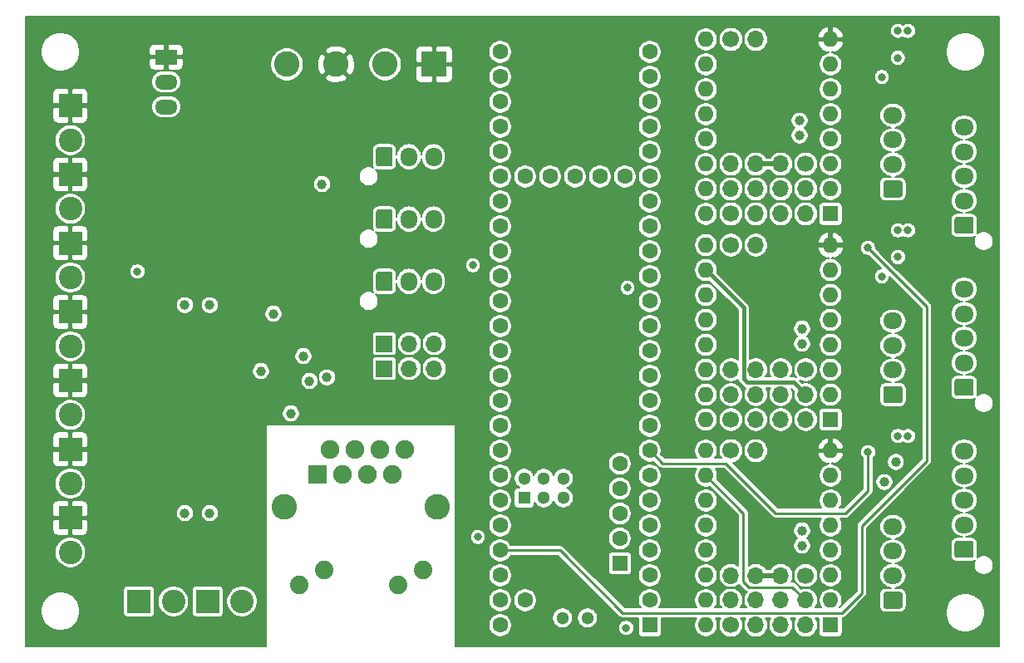
<source format=gbr>
G04 #@! TF.GenerationSoftware,KiCad,Pcbnew,(5.1.5)-3*
G04 #@! TF.CreationDate,2020-09-06T09:09:36-07:00*
G04 #@! TF.ProjectId,teensy4_controller,7465656e-7379-4345-9f63-6f6e74726f6c,rev?*
G04 #@! TF.SameCoordinates,Original*
G04 #@! TF.FileFunction,Copper,L3,Inr*
G04 #@! TF.FilePolarity,Positive*
%FSLAX46Y46*%
G04 Gerber Fmt 4.6, Leading zero omitted, Abs format (unit mm)*
G04 Created by KiCad (PCBNEW (5.1.5)-3) date 2020-09-06 09:09:36*
%MOMM*%
%LPD*%
G04 APERTURE LIST*
%ADD10C,2.600000*%
%ADD11R,2.600000X2.600000*%
%ADD12C,1.890000*%
%ADD13C,1.900000*%
%ADD14R,1.900000X1.900000*%
%ADD15O,1.700000X1.700000*%
%ADD16C,1.700000*%
%ADD17R,1.700000X1.700000*%
%ADD18C,1.300000*%
%ADD19C,1.600000*%
%ADD20R,1.300000X1.300000*%
%ADD21R,1.600000X1.600000*%
%ADD22O,1.950000X1.700000*%
%ADD23C,0.100000*%
%ADD24O,1.600000X1.600000*%
%ADD25C,2.400000*%
%ADD26R,2.400000X2.400000*%
%ADD27O,1.700000X1.950000*%
%ADD28O,2.300000X1.500000*%
%ADD29R,2.300000X1.500000*%
%ADD30C,1.000000*%
%ADD31C,0.800000*%
%ADD32C,0.508000*%
%ADD33C,0.250000*%
%ADD34C,0.381000*%
%ADD35C,0.200000*%
G04 APERTURE END LIST*
D10*
X77075000Y-90280000D03*
X82075000Y-90280000D03*
X87075000Y-90280000D03*
D11*
X92075000Y-90280000D03*
D10*
X92385000Y-135370000D03*
X76835000Y-135370000D03*
D12*
X78285000Y-143320000D03*
X80825000Y-141800000D03*
X88395000Y-143320000D03*
X90935000Y-141800000D03*
D13*
X89055000Y-129540000D03*
X87785000Y-132080000D03*
X86515000Y-129540000D03*
X85245000Y-132080000D03*
X83975000Y-129540000D03*
X82705000Y-132080000D03*
X81435000Y-129540000D03*
D14*
X80165000Y-132080000D03*
D15*
X122301000Y-142367000D03*
X124841000Y-142367000D03*
X127381000Y-142367000D03*
D16*
X129921000Y-142367000D03*
D15*
X92075000Y-118745000D03*
X89535000Y-118745000D03*
D17*
X86995000Y-118745000D03*
D15*
X92075000Y-121285000D03*
X89535000Y-121285000D03*
D17*
X86995000Y-121285000D03*
D18*
X105144000Y-146700000D03*
X107684000Y-146700000D03*
D19*
X101334000Y-101710000D03*
X103874000Y-101710000D03*
X106414000Y-101710000D03*
X108954000Y-101710000D03*
X111494000Y-101710000D03*
D18*
X105232400Y-134460000D03*
X105232400Y-132460000D03*
X103232400Y-132460000D03*
X103232400Y-134460000D03*
X101232400Y-132460000D03*
D20*
X101232400Y-134460000D03*
D19*
X114034000Y-106790000D03*
X114034000Y-104250000D03*
X114034000Y-101710000D03*
X114034000Y-99170000D03*
X114034000Y-109330000D03*
X114034000Y-111870000D03*
X114034000Y-114410000D03*
X114034000Y-96630000D03*
X114034000Y-94090000D03*
X114034000Y-91550000D03*
X114034000Y-89010000D03*
X98794000Y-89010000D03*
X98794000Y-91550000D03*
X98794000Y-94090000D03*
X98794000Y-96630000D03*
X98794000Y-99170000D03*
X98794000Y-101710000D03*
X98794000Y-104250000D03*
X98794000Y-106790000D03*
X98794000Y-109330000D03*
X98794000Y-111870000D03*
X114034000Y-116950000D03*
X114034000Y-119490000D03*
X114034000Y-122030000D03*
X114034000Y-124570000D03*
X114034000Y-127110000D03*
X114034000Y-129650000D03*
X114034000Y-132190000D03*
X114034000Y-134730000D03*
X114034000Y-137270000D03*
X114034000Y-139810000D03*
X114034000Y-142350000D03*
X114034000Y-144890000D03*
D21*
X114034000Y-147430000D03*
D19*
X98794000Y-114410000D03*
X98794000Y-116950000D03*
X98794000Y-119490000D03*
X98794000Y-122030000D03*
X98794000Y-124570000D03*
X98794000Y-127110000D03*
X98794000Y-129650000D03*
X98794000Y-132190000D03*
X98794000Y-134730000D03*
X98794000Y-137270000D03*
X98794000Y-139810000D03*
X98794000Y-142350000D03*
X98794000Y-144890000D03*
X98794000Y-147430000D03*
D21*
X110983200Y-141130800D03*
D19*
X110983200Y-138590800D03*
X110983200Y-136050800D03*
X110983200Y-133510800D03*
X110983200Y-130970800D03*
X101334000Y-144890000D03*
D22*
X146050000Y-96680000D03*
X146050000Y-99180000D03*
X146050000Y-101680000D03*
X146050000Y-104180000D03*
G04 #@! TA.AperFunction,ViaPad*
D23*
G36*
X146799504Y-105831204D02*
G01*
X146823773Y-105834804D01*
X146847571Y-105840765D01*
X146870671Y-105849030D01*
X146892849Y-105859520D01*
X146913893Y-105872133D01*
X146933598Y-105886747D01*
X146951777Y-105903223D01*
X146968253Y-105921402D01*
X146982867Y-105941107D01*
X146995480Y-105962151D01*
X147005970Y-105984329D01*
X147014235Y-106007429D01*
X147020196Y-106031227D01*
X147023796Y-106055496D01*
X147025000Y-106080000D01*
X147025000Y-107280000D01*
X147023796Y-107304504D01*
X147020196Y-107328773D01*
X147014235Y-107352571D01*
X147005970Y-107375671D01*
X146995480Y-107397849D01*
X146982867Y-107418893D01*
X146968253Y-107438598D01*
X146951777Y-107456777D01*
X146933598Y-107473253D01*
X146913893Y-107487867D01*
X146892849Y-107500480D01*
X146870671Y-107510970D01*
X146847571Y-107519235D01*
X146823773Y-107525196D01*
X146799504Y-107528796D01*
X146775000Y-107530000D01*
X145325000Y-107530000D01*
X145300496Y-107528796D01*
X145276227Y-107525196D01*
X145252429Y-107519235D01*
X145229329Y-107510970D01*
X145207151Y-107500480D01*
X145186107Y-107487867D01*
X145166402Y-107473253D01*
X145148223Y-107456777D01*
X145131747Y-107438598D01*
X145117133Y-107418893D01*
X145104520Y-107397849D01*
X145094030Y-107375671D01*
X145085765Y-107352571D01*
X145079804Y-107328773D01*
X145076204Y-107304504D01*
X145075000Y-107280000D01*
X145075000Y-106080000D01*
X145076204Y-106055496D01*
X145079804Y-106031227D01*
X145085765Y-106007429D01*
X145094030Y-105984329D01*
X145104520Y-105962151D01*
X145117133Y-105941107D01*
X145131747Y-105921402D01*
X145148223Y-105903223D01*
X145166402Y-105886747D01*
X145186107Y-105872133D01*
X145207151Y-105859520D01*
X145229329Y-105849030D01*
X145252429Y-105840765D01*
X145276227Y-105834804D01*
X145300496Y-105831204D01*
X145325000Y-105830000D01*
X146775000Y-105830000D01*
X146799504Y-105831204D01*
G37*
G04 #@! TD.AperFunction*
D22*
X146050000Y-113190000D03*
X146050000Y-115690000D03*
X146050000Y-118190000D03*
X146050000Y-120690000D03*
G04 #@! TA.AperFunction,ViaPad*
D23*
G36*
X146799504Y-122341204D02*
G01*
X146823773Y-122344804D01*
X146847571Y-122350765D01*
X146870671Y-122359030D01*
X146892849Y-122369520D01*
X146913893Y-122382133D01*
X146933598Y-122396747D01*
X146951777Y-122413223D01*
X146968253Y-122431402D01*
X146982867Y-122451107D01*
X146995480Y-122472151D01*
X147005970Y-122494329D01*
X147014235Y-122517429D01*
X147020196Y-122541227D01*
X147023796Y-122565496D01*
X147025000Y-122590000D01*
X147025000Y-123790000D01*
X147023796Y-123814504D01*
X147020196Y-123838773D01*
X147014235Y-123862571D01*
X147005970Y-123885671D01*
X146995480Y-123907849D01*
X146982867Y-123928893D01*
X146968253Y-123948598D01*
X146951777Y-123966777D01*
X146933598Y-123983253D01*
X146913893Y-123997867D01*
X146892849Y-124010480D01*
X146870671Y-124020970D01*
X146847571Y-124029235D01*
X146823773Y-124035196D01*
X146799504Y-124038796D01*
X146775000Y-124040000D01*
X145325000Y-124040000D01*
X145300496Y-124038796D01*
X145276227Y-124035196D01*
X145252429Y-124029235D01*
X145229329Y-124020970D01*
X145207151Y-124010480D01*
X145186107Y-123997867D01*
X145166402Y-123983253D01*
X145148223Y-123966777D01*
X145131747Y-123948598D01*
X145117133Y-123928893D01*
X145104520Y-123907849D01*
X145094030Y-123885671D01*
X145085765Y-123862571D01*
X145079804Y-123838773D01*
X145076204Y-123814504D01*
X145075000Y-123790000D01*
X145075000Y-122590000D01*
X145076204Y-122565496D01*
X145079804Y-122541227D01*
X145085765Y-122517429D01*
X145094030Y-122494329D01*
X145104520Y-122472151D01*
X145117133Y-122451107D01*
X145131747Y-122431402D01*
X145148223Y-122413223D01*
X145166402Y-122396747D01*
X145186107Y-122382133D01*
X145207151Y-122369520D01*
X145229329Y-122359030D01*
X145252429Y-122350765D01*
X145276227Y-122344804D01*
X145300496Y-122341204D01*
X145325000Y-122340000D01*
X146775000Y-122340000D01*
X146799504Y-122341204D01*
G37*
G04 #@! TD.AperFunction*
D22*
X146050000Y-129700000D03*
X146050000Y-132200000D03*
X146050000Y-134700000D03*
X146050000Y-137200000D03*
G04 #@! TA.AperFunction,ViaPad*
D23*
G36*
X146799504Y-138851204D02*
G01*
X146823773Y-138854804D01*
X146847571Y-138860765D01*
X146870671Y-138869030D01*
X146892849Y-138879520D01*
X146913893Y-138892133D01*
X146933598Y-138906747D01*
X146951777Y-138923223D01*
X146968253Y-138941402D01*
X146982867Y-138961107D01*
X146995480Y-138982151D01*
X147005970Y-139004329D01*
X147014235Y-139027429D01*
X147020196Y-139051227D01*
X147023796Y-139075496D01*
X147025000Y-139100000D01*
X147025000Y-140300000D01*
X147023796Y-140324504D01*
X147020196Y-140348773D01*
X147014235Y-140372571D01*
X147005970Y-140395671D01*
X146995480Y-140417849D01*
X146982867Y-140438893D01*
X146968253Y-140458598D01*
X146951777Y-140476777D01*
X146933598Y-140493253D01*
X146913893Y-140507867D01*
X146892849Y-140520480D01*
X146870671Y-140530970D01*
X146847571Y-140539235D01*
X146823773Y-140545196D01*
X146799504Y-140548796D01*
X146775000Y-140550000D01*
X145325000Y-140550000D01*
X145300496Y-140548796D01*
X145276227Y-140545196D01*
X145252429Y-140539235D01*
X145229329Y-140530970D01*
X145207151Y-140520480D01*
X145186107Y-140507867D01*
X145166402Y-140493253D01*
X145148223Y-140476777D01*
X145131747Y-140458598D01*
X145117133Y-140438893D01*
X145104520Y-140417849D01*
X145094030Y-140395671D01*
X145085765Y-140372571D01*
X145079804Y-140348773D01*
X145076204Y-140324504D01*
X145075000Y-140300000D01*
X145075000Y-139100000D01*
X145076204Y-139075496D01*
X145079804Y-139051227D01*
X145085765Y-139027429D01*
X145094030Y-139004329D01*
X145104520Y-138982151D01*
X145117133Y-138961107D01*
X145131747Y-138941402D01*
X145148223Y-138923223D01*
X145166402Y-138906747D01*
X145186107Y-138892133D01*
X145207151Y-138879520D01*
X145229329Y-138869030D01*
X145252429Y-138860765D01*
X145276227Y-138854804D01*
X145300496Y-138851204D01*
X145325000Y-138850000D01*
X146775000Y-138850000D01*
X146799504Y-138851204D01*
G37*
G04 #@! TD.AperFunction*
D15*
X129909000Y-102980000D03*
X129909000Y-105520000D03*
X127369000Y-102980000D03*
X127369000Y-105520000D03*
X124829000Y-102980000D03*
X124829000Y-105520000D03*
X122289000Y-102980000D03*
D16*
X122289000Y-105520000D03*
D15*
X129909000Y-123935000D03*
X129909000Y-126475000D03*
X127369000Y-123935000D03*
X127369000Y-126475000D03*
X124829000Y-123935000D03*
X124829000Y-126475000D03*
X122289000Y-123935000D03*
D16*
X122289000Y-126475000D03*
D15*
X129909000Y-144890000D03*
X129909000Y-147430000D03*
X127369000Y-144890000D03*
X127369000Y-147430000D03*
X124829000Y-144890000D03*
X124829000Y-147430000D03*
X122289000Y-144890000D03*
D16*
X122289000Y-147430000D03*
D22*
X138799000Y-116435000D03*
X138799000Y-118935000D03*
X138799000Y-121435000D03*
G04 #@! TA.AperFunction,ViaPad*
D23*
G36*
X139548504Y-123086204D02*
G01*
X139572773Y-123089804D01*
X139596571Y-123095765D01*
X139619671Y-123104030D01*
X139641849Y-123114520D01*
X139662893Y-123127133D01*
X139682598Y-123141747D01*
X139700777Y-123158223D01*
X139717253Y-123176402D01*
X139731867Y-123196107D01*
X139744480Y-123217151D01*
X139754970Y-123239329D01*
X139763235Y-123262429D01*
X139769196Y-123286227D01*
X139772796Y-123310496D01*
X139774000Y-123335000D01*
X139774000Y-124535000D01*
X139772796Y-124559504D01*
X139769196Y-124583773D01*
X139763235Y-124607571D01*
X139754970Y-124630671D01*
X139744480Y-124652849D01*
X139731867Y-124673893D01*
X139717253Y-124693598D01*
X139700777Y-124711777D01*
X139682598Y-124728253D01*
X139662893Y-124742867D01*
X139641849Y-124755480D01*
X139619671Y-124765970D01*
X139596571Y-124774235D01*
X139572773Y-124780196D01*
X139548504Y-124783796D01*
X139524000Y-124785000D01*
X138074000Y-124785000D01*
X138049496Y-124783796D01*
X138025227Y-124780196D01*
X138001429Y-124774235D01*
X137978329Y-124765970D01*
X137956151Y-124755480D01*
X137935107Y-124742867D01*
X137915402Y-124728253D01*
X137897223Y-124711777D01*
X137880747Y-124693598D01*
X137866133Y-124673893D01*
X137853520Y-124652849D01*
X137843030Y-124630671D01*
X137834765Y-124607571D01*
X137828804Y-124583773D01*
X137825204Y-124559504D01*
X137824000Y-124535000D01*
X137824000Y-123335000D01*
X137825204Y-123310496D01*
X137828804Y-123286227D01*
X137834765Y-123262429D01*
X137843030Y-123239329D01*
X137853520Y-123217151D01*
X137866133Y-123196107D01*
X137880747Y-123176402D01*
X137897223Y-123158223D01*
X137915402Y-123141747D01*
X137935107Y-123127133D01*
X137956151Y-123114520D01*
X137978329Y-123104030D01*
X138001429Y-123095765D01*
X138025227Y-123089804D01*
X138049496Y-123086204D01*
X138074000Y-123085000D01*
X139524000Y-123085000D01*
X139548504Y-123086204D01*
G37*
G04 #@! TD.AperFunction*
D24*
X119749000Y-126475000D03*
X132449000Y-108695000D03*
X119749000Y-123935000D03*
X132449000Y-111235000D03*
X119749000Y-121395000D03*
X132449000Y-113775000D03*
X119749000Y-118855000D03*
X132449000Y-116315000D03*
X119749000Y-116315000D03*
X132449000Y-118855000D03*
X119749000Y-113775000D03*
X132449000Y-121395000D03*
X119749000Y-111235000D03*
X132449000Y-123935000D03*
X119749000Y-108695000D03*
D21*
X132449000Y-126475000D03*
D25*
X55000000Y-140000000D03*
D26*
X55000000Y-136500000D03*
D25*
X55000000Y-133000000D03*
D26*
X55000000Y-129500000D03*
D25*
X55000000Y-126000000D03*
D26*
X55000000Y-122500000D03*
D25*
X55000000Y-119000000D03*
D26*
X55000000Y-115500000D03*
D25*
X55000000Y-112000000D03*
D26*
X55000000Y-108500000D03*
D25*
X55000000Y-105000000D03*
D26*
X55000000Y-101500000D03*
D25*
X55000000Y-98000000D03*
D26*
X55000000Y-94500000D03*
D15*
X122289000Y-100440000D03*
X124829000Y-100440000D03*
X127369000Y-100440000D03*
D16*
X129909000Y-100440000D03*
D25*
X65500000Y-145000000D03*
D26*
X62000000Y-145000000D03*
D25*
X72500000Y-145000000D03*
D26*
X69000000Y-145000000D03*
D15*
X124829000Y-129650000D03*
D16*
X122289000Y-129650000D03*
D22*
X138799000Y-95480000D03*
X138799000Y-97980000D03*
X138799000Y-100480000D03*
G04 #@! TA.AperFunction,ViaPad*
D23*
G36*
X139548504Y-102131204D02*
G01*
X139572773Y-102134804D01*
X139596571Y-102140765D01*
X139619671Y-102149030D01*
X139641849Y-102159520D01*
X139662893Y-102172133D01*
X139682598Y-102186747D01*
X139700777Y-102203223D01*
X139717253Y-102221402D01*
X139731867Y-102241107D01*
X139744480Y-102262151D01*
X139754970Y-102284329D01*
X139763235Y-102307429D01*
X139769196Y-102331227D01*
X139772796Y-102355496D01*
X139774000Y-102380000D01*
X139774000Y-103580000D01*
X139772796Y-103604504D01*
X139769196Y-103628773D01*
X139763235Y-103652571D01*
X139754970Y-103675671D01*
X139744480Y-103697849D01*
X139731867Y-103718893D01*
X139717253Y-103738598D01*
X139700777Y-103756777D01*
X139682598Y-103773253D01*
X139662893Y-103787867D01*
X139641849Y-103800480D01*
X139619671Y-103810970D01*
X139596571Y-103819235D01*
X139572773Y-103825196D01*
X139548504Y-103828796D01*
X139524000Y-103830000D01*
X138074000Y-103830000D01*
X138049496Y-103828796D01*
X138025227Y-103825196D01*
X138001429Y-103819235D01*
X137978329Y-103810970D01*
X137956151Y-103800480D01*
X137935107Y-103787867D01*
X137915402Y-103773253D01*
X137897223Y-103756777D01*
X137880747Y-103738598D01*
X137866133Y-103718893D01*
X137853520Y-103697849D01*
X137843030Y-103675671D01*
X137834765Y-103652571D01*
X137828804Y-103628773D01*
X137825204Y-103604504D01*
X137824000Y-103580000D01*
X137824000Y-102380000D01*
X137825204Y-102355496D01*
X137828804Y-102331227D01*
X137834765Y-102307429D01*
X137843030Y-102284329D01*
X137853520Y-102262151D01*
X137866133Y-102241107D01*
X137880747Y-102221402D01*
X137897223Y-102203223D01*
X137915402Y-102186747D01*
X137935107Y-102172133D01*
X137956151Y-102159520D01*
X137978329Y-102149030D01*
X138001429Y-102140765D01*
X138025227Y-102134804D01*
X138049496Y-102131204D01*
X138074000Y-102130000D01*
X139524000Y-102130000D01*
X139548504Y-102131204D01*
G37*
G04 #@! TD.AperFunction*
D15*
X122289000Y-121395000D03*
X124829000Y-121395000D03*
X127369000Y-121395000D03*
D16*
X129909000Y-121395000D03*
D15*
X124829000Y-87740000D03*
D16*
X122289000Y-87740000D03*
D27*
X91995000Y-99695000D03*
X89495000Y-99695000D03*
G04 #@! TA.AperFunction,ViaPad*
D23*
G36*
X87619504Y-98721204D02*
G01*
X87643773Y-98724804D01*
X87667571Y-98730765D01*
X87690671Y-98739030D01*
X87712849Y-98749520D01*
X87733893Y-98762133D01*
X87753598Y-98776747D01*
X87771777Y-98793223D01*
X87788253Y-98811402D01*
X87802867Y-98831107D01*
X87815480Y-98852151D01*
X87825970Y-98874329D01*
X87834235Y-98897429D01*
X87840196Y-98921227D01*
X87843796Y-98945496D01*
X87845000Y-98970000D01*
X87845000Y-100420000D01*
X87843796Y-100444504D01*
X87840196Y-100468773D01*
X87834235Y-100492571D01*
X87825970Y-100515671D01*
X87815480Y-100537849D01*
X87802867Y-100558893D01*
X87788253Y-100578598D01*
X87771777Y-100596777D01*
X87753598Y-100613253D01*
X87733893Y-100627867D01*
X87712849Y-100640480D01*
X87690671Y-100650970D01*
X87667571Y-100659235D01*
X87643773Y-100665196D01*
X87619504Y-100668796D01*
X87595000Y-100670000D01*
X86395000Y-100670000D01*
X86370496Y-100668796D01*
X86346227Y-100665196D01*
X86322429Y-100659235D01*
X86299329Y-100650970D01*
X86277151Y-100640480D01*
X86256107Y-100627867D01*
X86236402Y-100613253D01*
X86218223Y-100596777D01*
X86201747Y-100578598D01*
X86187133Y-100558893D01*
X86174520Y-100537849D01*
X86164030Y-100515671D01*
X86155765Y-100492571D01*
X86149804Y-100468773D01*
X86146204Y-100444504D01*
X86145000Y-100420000D01*
X86145000Y-98970000D01*
X86146204Y-98945496D01*
X86149804Y-98921227D01*
X86155765Y-98897429D01*
X86164030Y-98874329D01*
X86174520Y-98852151D01*
X86187133Y-98831107D01*
X86201747Y-98811402D01*
X86218223Y-98793223D01*
X86236402Y-98776747D01*
X86256107Y-98762133D01*
X86277151Y-98749520D01*
X86299329Y-98739030D01*
X86322429Y-98730765D01*
X86346227Y-98724804D01*
X86370496Y-98721204D01*
X86395000Y-98720000D01*
X87595000Y-98720000D01*
X87619504Y-98721204D01*
G37*
G04 #@! TD.AperFunction*
D27*
X91995000Y-106045000D03*
X89495000Y-106045000D03*
G04 #@! TA.AperFunction,ViaPad*
D23*
G36*
X87619504Y-105071204D02*
G01*
X87643773Y-105074804D01*
X87667571Y-105080765D01*
X87690671Y-105089030D01*
X87712849Y-105099520D01*
X87733893Y-105112133D01*
X87753598Y-105126747D01*
X87771777Y-105143223D01*
X87788253Y-105161402D01*
X87802867Y-105181107D01*
X87815480Y-105202151D01*
X87825970Y-105224329D01*
X87834235Y-105247429D01*
X87840196Y-105271227D01*
X87843796Y-105295496D01*
X87845000Y-105320000D01*
X87845000Y-106770000D01*
X87843796Y-106794504D01*
X87840196Y-106818773D01*
X87834235Y-106842571D01*
X87825970Y-106865671D01*
X87815480Y-106887849D01*
X87802867Y-106908893D01*
X87788253Y-106928598D01*
X87771777Y-106946777D01*
X87753598Y-106963253D01*
X87733893Y-106977867D01*
X87712849Y-106990480D01*
X87690671Y-107000970D01*
X87667571Y-107009235D01*
X87643773Y-107015196D01*
X87619504Y-107018796D01*
X87595000Y-107020000D01*
X86395000Y-107020000D01*
X86370496Y-107018796D01*
X86346227Y-107015196D01*
X86322429Y-107009235D01*
X86299329Y-107000970D01*
X86277151Y-106990480D01*
X86256107Y-106977867D01*
X86236402Y-106963253D01*
X86218223Y-106946777D01*
X86201747Y-106928598D01*
X86187133Y-106908893D01*
X86174520Y-106887849D01*
X86164030Y-106865671D01*
X86155765Y-106842571D01*
X86149804Y-106818773D01*
X86146204Y-106794504D01*
X86145000Y-106770000D01*
X86145000Y-105320000D01*
X86146204Y-105295496D01*
X86149804Y-105271227D01*
X86155765Y-105247429D01*
X86164030Y-105224329D01*
X86174520Y-105202151D01*
X86187133Y-105181107D01*
X86201747Y-105161402D01*
X86218223Y-105143223D01*
X86236402Y-105126747D01*
X86256107Y-105112133D01*
X86277151Y-105099520D01*
X86299329Y-105089030D01*
X86322429Y-105080765D01*
X86346227Y-105074804D01*
X86370496Y-105071204D01*
X86395000Y-105070000D01*
X87595000Y-105070000D01*
X87619504Y-105071204D01*
G37*
G04 #@! TD.AperFunction*
D27*
X91995000Y-112395000D03*
X89495000Y-112395000D03*
G04 #@! TA.AperFunction,ViaPad*
D23*
G36*
X87619504Y-111421204D02*
G01*
X87643773Y-111424804D01*
X87667571Y-111430765D01*
X87690671Y-111439030D01*
X87712849Y-111449520D01*
X87733893Y-111462133D01*
X87753598Y-111476747D01*
X87771777Y-111493223D01*
X87788253Y-111511402D01*
X87802867Y-111531107D01*
X87815480Y-111552151D01*
X87825970Y-111574329D01*
X87834235Y-111597429D01*
X87840196Y-111621227D01*
X87843796Y-111645496D01*
X87845000Y-111670000D01*
X87845000Y-113120000D01*
X87843796Y-113144504D01*
X87840196Y-113168773D01*
X87834235Y-113192571D01*
X87825970Y-113215671D01*
X87815480Y-113237849D01*
X87802867Y-113258893D01*
X87788253Y-113278598D01*
X87771777Y-113296777D01*
X87753598Y-113313253D01*
X87733893Y-113327867D01*
X87712849Y-113340480D01*
X87690671Y-113350970D01*
X87667571Y-113359235D01*
X87643773Y-113365196D01*
X87619504Y-113368796D01*
X87595000Y-113370000D01*
X86395000Y-113370000D01*
X86370496Y-113368796D01*
X86346227Y-113365196D01*
X86322429Y-113359235D01*
X86299329Y-113350970D01*
X86277151Y-113340480D01*
X86256107Y-113327867D01*
X86236402Y-113313253D01*
X86218223Y-113296777D01*
X86201747Y-113278598D01*
X86187133Y-113258893D01*
X86174520Y-113237849D01*
X86164030Y-113215671D01*
X86155765Y-113192571D01*
X86149804Y-113168773D01*
X86146204Y-113144504D01*
X86145000Y-113120000D01*
X86145000Y-111670000D01*
X86146204Y-111645496D01*
X86149804Y-111621227D01*
X86155765Y-111597429D01*
X86164030Y-111574329D01*
X86174520Y-111552151D01*
X86187133Y-111531107D01*
X86201747Y-111511402D01*
X86218223Y-111493223D01*
X86236402Y-111476747D01*
X86256107Y-111462133D01*
X86277151Y-111449520D01*
X86299329Y-111439030D01*
X86322429Y-111430765D01*
X86346227Y-111424804D01*
X86370496Y-111421204D01*
X86395000Y-111420000D01*
X87595000Y-111420000D01*
X87619504Y-111421204D01*
G37*
G04 #@! TD.AperFunction*
D15*
X124829000Y-108695000D03*
D16*
X122289000Y-108695000D03*
D24*
X119749000Y-105520000D03*
X132449000Y-87740000D03*
X119749000Y-102980000D03*
X132449000Y-90280000D03*
X119749000Y-100440000D03*
X132449000Y-92820000D03*
X119749000Y-97900000D03*
X132449000Y-95360000D03*
X119749000Y-95360000D03*
X132449000Y-97900000D03*
X119749000Y-92820000D03*
X132449000Y-100440000D03*
X119749000Y-90280000D03*
X132449000Y-102980000D03*
X119749000Y-87740000D03*
D21*
X132449000Y-105520000D03*
D24*
X119749000Y-147430000D03*
X132449000Y-129650000D03*
X119749000Y-144890000D03*
X132449000Y-132190000D03*
X119749000Y-142350000D03*
X132449000Y-134730000D03*
X119749000Y-139810000D03*
X132449000Y-137270000D03*
X119749000Y-137270000D03*
X132449000Y-139810000D03*
X119749000Y-134730000D03*
X132449000Y-142350000D03*
X119749000Y-132190000D03*
X132449000Y-144890000D03*
X119749000Y-129650000D03*
D21*
X132449000Y-147430000D03*
D28*
X64770000Y-94615000D03*
X64770000Y-92075000D03*
D29*
X64770000Y-89535000D03*
D22*
X138799000Y-137390000D03*
X138799000Y-139890000D03*
X138799000Y-142390000D03*
G04 #@! TA.AperFunction,ViaPad*
D23*
G36*
X139548504Y-144041204D02*
G01*
X139572773Y-144044804D01*
X139596571Y-144050765D01*
X139619671Y-144059030D01*
X139641849Y-144069520D01*
X139662893Y-144082133D01*
X139682598Y-144096747D01*
X139700777Y-144113223D01*
X139717253Y-144131402D01*
X139731867Y-144151107D01*
X139744480Y-144172151D01*
X139754970Y-144194329D01*
X139763235Y-144217429D01*
X139769196Y-144241227D01*
X139772796Y-144265496D01*
X139774000Y-144290000D01*
X139774000Y-145490000D01*
X139772796Y-145514504D01*
X139769196Y-145538773D01*
X139763235Y-145562571D01*
X139754970Y-145585671D01*
X139744480Y-145607849D01*
X139731867Y-145628893D01*
X139717253Y-145648598D01*
X139700777Y-145666777D01*
X139682598Y-145683253D01*
X139662893Y-145697867D01*
X139641849Y-145710480D01*
X139619671Y-145720970D01*
X139596571Y-145729235D01*
X139572773Y-145735196D01*
X139548504Y-145738796D01*
X139524000Y-145740000D01*
X138074000Y-145740000D01*
X138049496Y-145738796D01*
X138025227Y-145735196D01*
X138001429Y-145729235D01*
X137978329Y-145720970D01*
X137956151Y-145710480D01*
X137935107Y-145697867D01*
X137915402Y-145683253D01*
X137897223Y-145666777D01*
X137880747Y-145648598D01*
X137866133Y-145628893D01*
X137853520Y-145607849D01*
X137843030Y-145585671D01*
X137834765Y-145562571D01*
X137828804Y-145538773D01*
X137825204Y-145514504D01*
X137824000Y-145490000D01*
X137824000Y-144290000D01*
X137825204Y-144265496D01*
X137828804Y-144241227D01*
X137834765Y-144217429D01*
X137843030Y-144194329D01*
X137853520Y-144172151D01*
X137866133Y-144151107D01*
X137880747Y-144131402D01*
X137897223Y-144113223D01*
X137915402Y-144096747D01*
X137935107Y-144082133D01*
X137956151Y-144069520D01*
X137978329Y-144059030D01*
X138001429Y-144050765D01*
X138025227Y-144044804D01*
X138049496Y-144041204D01*
X138074000Y-144040000D01*
X139524000Y-144040000D01*
X139548504Y-144041204D01*
G37*
G04 #@! TD.AperFunction*
D30*
X129540000Y-133858000D03*
X129540000Y-132334000D03*
X129540000Y-113284000D03*
X129540000Y-111760000D03*
X129540000Y-91948000D03*
X129540000Y-90424000D03*
X75692000Y-102489002D03*
X129286000Y-96012000D03*
X129286000Y-97536000D03*
X129540000Y-118745000D03*
X129540000Y-117221000D03*
X129540000Y-139319000D03*
X129540000Y-137795000D03*
D31*
X139316000Y-86861900D03*
X139316000Y-128149600D03*
D30*
X69215000Y-114808000D03*
X69215000Y-136017000D03*
X80645000Y-102489000D03*
X74422000Y-121539004D03*
X79375000Y-122555000D03*
X77470002Y-125857000D03*
X81153000Y-122174000D03*
X78740000Y-120015000D03*
X75692000Y-115697000D03*
D31*
X139319000Y-107188000D03*
X96520000Y-138430000D03*
D30*
X137921994Y-132842000D03*
D31*
X137668002Y-111887000D03*
X137668000Y-91567000D03*
X140331986Y-86876323D03*
X140331986Y-128164023D03*
D30*
X66675000Y-136017000D03*
X66675000Y-114808000D03*
D31*
X140334986Y-107202423D03*
X139293600Y-89611200D03*
D30*
X139096749Y-130797904D03*
D31*
X139319004Y-109920000D03*
X136271000Y-129794000D03*
X136259000Y-108978000D03*
X61849000Y-111379000D03*
X111760000Y-113030000D03*
X96012000Y-110744000D03*
X111633000Y-147701000D03*
D32*
X124829000Y-100440000D02*
X127369000Y-100440000D01*
X124841000Y-142367000D02*
X127381000Y-142367000D01*
D33*
X115321000Y-130937000D02*
X114034000Y-129650000D01*
X136271000Y-133731000D02*
X133985000Y-136017000D01*
X126873000Y-136017000D02*
X121793000Y-130937000D01*
X133985000Y-136017000D02*
X126873000Y-136017000D01*
X136271000Y-129794000D02*
X136271000Y-133731000D01*
X121793000Y-130937000D02*
X115321000Y-130937000D01*
X133604000Y-146177000D02*
X111252000Y-146177000D01*
X142240000Y-114959000D02*
X142240000Y-130683000D01*
X104885000Y-139810000D02*
X98794000Y-139810000D01*
X135636000Y-137287000D02*
X135636000Y-144145000D01*
X111252000Y-146177000D02*
X104885000Y-139810000D01*
X136259000Y-108978000D02*
X142240000Y-114959000D01*
X142240000Y-130683000D02*
X135636000Y-137287000D01*
X135636000Y-144145000D02*
X133604000Y-146177000D01*
X128561001Y-143542001D02*
X124111001Y-143542001D01*
X129909000Y-144890000D02*
X128561001Y-143542001D01*
X124111001Y-143542001D02*
X123571000Y-143002000D01*
X123571000Y-136012000D02*
X119749000Y-132190000D01*
X123571000Y-143002000D02*
X123571000Y-136012000D01*
D34*
X128668499Y-122694499D02*
X123964499Y-122694499D01*
X129909000Y-123935000D02*
X128668499Y-122694499D01*
X123588499Y-115074499D02*
X120548999Y-112034999D01*
X123588499Y-122318499D02*
X123588499Y-115074499D01*
X120548999Y-112034999D02*
X119749000Y-111235000D01*
X123964499Y-122694499D02*
X123588499Y-122318499D01*
D35*
G36*
X149575000Y-149575000D02*
G01*
X94245315Y-149575000D01*
X94246572Y-147311810D01*
X97594000Y-147311810D01*
X97594000Y-147548190D01*
X97640116Y-147780027D01*
X97730574Y-147998413D01*
X97861899Y-148194955D01*
X98029045Y-148362101D01*
X98225587Y-148493426D01*
X98443973Y-148583884D01*
X98675810Y-148630000D01*
X98912190Y-148630000D01*
X99144027Y-148583884D01*
X99362413Y-148493426D01*
X99558955Y-148362101D01*
X99726101Y-148194955D01*
X99857426Y-147998413D01*
X99947884Y-147780027D01*
X99994000Y-147548190D01*
X99994000Y-147311810D01*
X99947884Y-147079973D01*
X99857426Y-146861587D01*
X99726101Y-146665045D01*
X99657640Y-146596584D01*
X104094000Y-146596584D01*
X104094000Y-146803416D01*
X104134350Y-147006274D01*
X104213502Y-147197362D01*
X104328411Y-147369336D01*
X104474664Y-147515589D01*
X104646638Y-147630498D01*
X104837726Y-147709650D01*
X105040584Y-147750000D01*
X105247416Y-147750000D01*
X105450274Y-147709650D01*
X105641362Y-147630498D01*
X105813336Y-147515589D01*
X105959589Y-147369336D01*
X106074498Y-147197362D01*
X106153650Y-147006274D01*
X106194000Y-146803416D01*
X106194000Y-146596584D01*
X106634000Y-146596584D01*
X106634000Y-146803416D01*
X106674350Y-147006274D01*
X106753502Y-147197362D01*
X106868411Y-147369336D01*
X107014664Y-147515589D01*
X107186638Y-147630498D01*
X107377726Y-147709650D01*
X107580584Y-147750000D01*
X107787416Y-147750000D01*
X107990274Y-147709650D01*
X108181362Y-147630498D01*
X108193770Y-147622207D01*
X110833000Y-147622207D01*
X110833000Y-147779793D01*
X110863743Y-147934351D01*
X110924049Y-148079942D01*
X111011599Y-148210970D01*
X111123030Y-148322401D01*
X111254058Y-148409951D01*
X111399649Y-148470257D01*
X111554207Y-148501000D01*
X111711793Y-148501000D01*
X111866351Y-148470257D01*
X112011942Y-148409951D01*
X112142970Y-148322401D01*
X112254401Y-148210970D01*
X112341951Y-148079942D01*
X112402257Y-147934351D01*
X112433000Y-147779793D01*
X112433000Y-147622207D01*
X112402257Y-147467649D01*
X112341951Y-147322058D01*
X112254401Y-147191030D01*
X112142970Y-147079599D01*
X112011942Y-146992049D01*
X111866351Y-146931743D01*
X111711793Y-146901000D01*
X111554207Y-146901000D01*
X111399649Y-146931743D01*
X111254058Y-146992049D01*
X111123030Y-147079599D01*
X111011599Y-147191030D01*
X110924049Y-147322058D01*
X110863743Y-147467649D01*
X110833000Y-147622207D01*
X108193770Y-147622207D01*
X108353336Y-147515589D01*
X108499589Y-147369336D01*
X108614498Y-147197362D01*
X108693650Y-147006274D01*
X108734000Y-146803416D01*
X108734000Y-146596584D01*
X108693650Y-146393726D01*
X108614498Y-146202638D01*
X108499589Y-146030664D01*
X108353336Y-145884411D01*
X108181362Y-145769502D01*
X107990274Y-145690350D01*
X107787416Y-145650000D01*
X107580584Y-145650000D01*
X107377726Y-145690350D01*
X107186638Y-145769502D01*
X107014664Y-145884411D01*
X106868411Y-146030664D01*
X106753502Y-146202638D01*
X106674350Y-146393726D01*
X106634000Y-146596584D01*
X106194000Y-146596584D01*
X106153650Y-146393726D01*
X106074498Y-146202638D01*
X105959589Y-146030664D01*
X105813336Y-145884411D01*
X105641362Y-145769502D01*
X105450274Y-145690350D01*
X105247416Y-145650000D01*
X105040584Y-145650000D01*
X104837726Y-145690350D01*
X104646638Y-145769502D01*
X104474664Y-145884411D01*
X104328411Y-146030664D01*
X104213502Y-146202638D01*
X104134350Y-146393726D01*
X104094000Y-146596584D01*
X99657640Y-146596584D01*
X99558955Y-146497899D01*
X99362413Y-146366574D01*
X99144027Y-146276116D01*
X98912190Y-146230000D01*
X98675810Y-146230000D01*
X98443973Y-146276116D01*
X98225587Y-146366574D01*
X98029045Y-146497899D01*
X97861899Y-146665045D01*
X97730574Y-146861587D01*
X97640116Y-147079973D01*
X97594000Y-147311810D01*
X94246572Y-147311810D01*
X94247983Y-144771810D01*
X97594000Y-144771810D01*
X97594000Y-145008190D01*
X97640116Y-145240027D01*
X97730574Y-145458413D01*
X97861899Y-145654955D01*
X98029045Y-145822101D01*
X98225587Y-145953426D01*
X98443973Y-146043884D01*
X98675810Y-146090000D01*
X98912190Y-146090000D01*
X99144027Y-146043884D01*
X99362413Y-145953426D01*
X99558955Y-145822101D01*
X99726101Y-145654955D01*
X99857426Y-145458413D01*
X99947884Y-145240027D01*
X99994000Y-145008190D01*
X99994000Y-144771810D01*
X100134000Y-144771810D01*
X100134000Y-145008190D01*
X100180116Y-145240027D01*
X100270574Y-145458413D01*
X100401899Y-145654955D01*
X100569045Y-145822101D01*
X100765587Y-145953426D01*
X100983973Y-146043884D01*
X101215810Y-146090000D01*
X101452190Y-146090000D01*
X101684027Y-146043884D01*
X101902413Y-145953426D01*
X102098955Y-145822101D01*
X102266101Y-145654955D01*
X102397426Y-145458413D01*
X102487884Y-145240027D01*
X102534000Y-145008190D01*
X102534000Y-144771810D01*
X102487884Y-144539973D01*
X102397426Y-144321587D01*
X102266101Y-144125045D01*
X102098955Y-143957899D01*
X101902413Y-143826574D01*
X101684027Y-143736116D01*
X101452190Y-143690000D01*
X101215810Y-143690000D01*
X100983973Y-143736116D01*
X100765587Y-143826574D01*
X100569045Y-143957899D01*
X100401899Y-144125045D01*
X100270574Y-144321587D01*
X100180116Y-144539973D01*
X100134000Y-144771810D01*
X99994000Y-144771810D01*
X99947884Y-144539973D01*
X99857426Y-144321587D01*
X99726101Y-144125045D01*
X99558955Y-143957899D01*
X99362413Y-143826574D01*
X99144027Y-143736116D01*
X98912190Y-143690000D01*
X98675810Y-143690000D01*
X98443973Y-143736116D01*
X98225587Y-143826574D01*
X98029045Y-143957899D01*
X97861899Y-144125045D01*
X97730574Y-144321587D01*
X97640116Y-144539973D01*
X97594000Y-144771810D01*
X94247983Y-144771810D01*
X94249394Y-142231810D01*
X97594000Y-142231810D01*
X97594000Y-142468190D01*
X97640116Y-142700027D01*
X97730574Y-142918413D01*
X97861899Y-143114955D01*
X98029045Y-143282101D01*
X98225587Y-143413426D01*
X98443973Y-143503884D01*
X98675810Y-143550000D01*
X98912190Y-143550000D01*
X99144027Y-143503884D01*
X99362413Y-143413426D01*
X99558955Y-143282101D01*
X99726101Y-143114955D01*
X99857426Y-142918413D01*
X99947884Y-142700027D01*
X99994000Y-142468190D01*
X99994000Y-142231810D01*
X99947884Y-141999973D01*
X99857426Y-141781587D01*
X99726101Y-141585045D01*
X99558955Y-141417899D01*
X99362413Y-141286574D01*
X99144027Y-141196116D01*
X98912190Y-141150000D01*
X98675810Y-141150000D01*
X98443973Y-141196116D01*
X98225587Y-141286574D01*
X98029045Y-141417899D01*
X97861899Y-141585045D01*
X97730574Y-141781587D01*
X97640116Y-141999973D01*
X97594000Y-142231810D01*
X94249394Y-142231810D01*
X94250805Y-139691810D01*
X97594000Y-139691810D01*
X97594000Y-139928190D01*
X97640116Y-140160027D01*
X97730574Y-140378413D01*
X97861899Y-140574955D01*
X98029045Y-140742101D01*
X98225587Y-140873426D01*
X98443973Y-140963884D01*
X98675810Y-141010000D01*
X98912190Y-141010000D01*
X99144027Y-140963884D01*
X99362413Y-140873426D01*
X99558955Y-140742101D01*
X99726101Y-140574955D01*
X99857426Y-140378413D01*
X99875408Y-140335000D01*
X104667539Y-140335000D01*
X110862538Y-146530001D01*
X110878973Y-146550027D01*
X110898999Y-146566462D01*
X110899003Y-146566466D01*
X110919611Y-146583378D01*
X110958914Y-146615633D01*
X111050119Y-146664383D01*
X111149082Y-146694403D01*
X111252000Y-146704540D01*
X111277788Y-146702000D01*
X112832065Y-146702000D01*
X112832065Y-148230000D01*
X112839788Y-148308414D01*
X112862660Y-148383814D01*
X112899803Y-148453303D01*
X112949789Y-148514211D01*
X113010697Y-148564197D01*
X113080186Y-148601340D01*
X113155586Y-148624212D01*
X113234000Y-148631935D01*
X114834000Y-148631935D01*
X114912414Y-148624212D01*
X114987814Y-148601340D01*
X115057303Y-148564197D01*
X115118211Y-148514211D01*
X115168197Y-148453303D01*
X115205340Y-148383814D01*
X115228212Y-148308414D01*
X115235935Y-148230000D01*
X115235935Y-146702000D01*
X118792206Y-146702000D01*
X118685574Y-146861587D01*
X118595116Y-147079973D01*
X118549000Y-147311810D01*
X118549000Y-147548190D01*
X118595116Y-147780027D01*
X118685574Y-147998413D01*
X118816899Y-148194955D01*
X118984045Y-148362101D01*
X119180587Y-148493426D01*
X119398973Y-148583884D01*
X119630810Y-148630000D01*
X119867190Y-148630000D01*
X120099027Y-148583884D01*
X120317413Y-148493426D01*
X120513955Y-148362101D01*
X120681101Y-148194955D01*
X120812426Y-147998413D01*
X120902884Y-147780027D01*
X120949000Y-147548190D01*
X120949000Y-147311810D01*
X120902884Y-147079973D01*
X120812426Y-146861587D01*
X120705794Y-146702000D01*
X121272073Y-146702000D01*
X121181265Y-146837903D01*
X121087037Y-147065389D01*
X121039000Y-147306886D01*
X121039000Y-147553114D01*
X121087037Y-147794611D01*
X121181265Y-148022097D01*
X121318062Y-148226828D01*
X121492172Y-148400938D01*
X121696903Y-148537735D01*
X121924389Y-148631963D01*
X122165886Y-148680000D01*
X122412114Y-148680000D01*
X122653611Y-148631963D01*
X122881097Y-148537735D01*
X123085828Y-148400938D01*
X123259938Y-148226828D01*
X123396735Y-148022097D01*
X123490963Y-147794611D01*
X123539000Y-147553114D01*
X123539000Y-147306886D01*
X123490963Y-147065389D01*
X123396735Y-146837903D01*
X123305927Y-146702000D01*
X123812073Y-146702000D01*
X123721265Y-146837903D01*
X123627037Y-147065389D01*
X123579000Y-147306886D01*
X123579000Y-147553114D01*
X123627037Y-147794611D01*
X123721265Y-148022097D01*
X123858062Y-148226828D01*
X124032172Y-148400938D01*
X124236903Y-148537735D01*
X124464389Y-148631963D01*
X124705886Y-148680000D01*
X124952114Y-148680000D01*
X125193611Y-148631963D01*
X125421097Y-148537735D01*
X125625828Y-148400938D01*
X125799938Y-148226828D01*
X125936735Y-148022097D01*
X126030963Y-147794611D01*
X126079000Y-147553114D01*
X126079000Y-147306886D01*
X126030963Y-147065389D01*
X125936735Y-146837903D01*
X125845927Y-146702000D01*
X126352073Y-146702000D01*
X126261265Y-146837903D01*
X126167037Y-147065389D01*
X126119000Y-147306886D01*
X126119000Y-147553114D01*
X126167037Y-147794611D01*
X126261265Y-148022097D01*
X126398062Y-148226828D01*
X126572172Y-148400938D01*
X126776903Y-148537735D01*
X127004389Y-148631963D01*
X127245886Y-148680000D01*
X127492114Y-148680000D01*
X127733611Y-148631963D01*
X127961097Y-148537735D01*
X128165828Y-148400938D01*
X128339938Y-148226828D01*
X128476735Y-148022097D01*
X128570963Y-147794611D01*
X128619000Y-147553114D01*
X128619000Y-147306886D01*
X128570963Y-147065389D01*
X128476735Y-146837903D01*
X128385927Y-146702000D01*
X128892073Y-146702000D01*
X128801265Y-146837903D01*
X128707037Y-147065389D01*
X128659000Y-147306886D01*
X128659000Y-147553114D01*
X128707037Y-147794611D01*
X128801265Y-148022097D01*
X128938062Y-148226828D01*
X129112172Y-148400938D01*
X129316903Y-148537735D01*
X129544389Y-148631963D01*
X129785886Y-148680000D01*
X130032114Y-148680000D01*
X130273611Y-148631963D01*
X130501097Y-148537735D01*
X130705828Y-148400938D01*
X130879938Y-148226828D01*
X131016735Y-148022097D01*
X131110963Y-147794611D01*
X131159000Y-147553114D01*
X131159000Y-147306886D01*
X131110963Y-147065389D01*
X131016735Y-146837903D01*
X130925927Y-146702000D01*
X131247065Y-146702000D01*
X131247065Y-148230000D01*
X131254788Y-148308414D01*
X131277660Y-148383814D01*
X131314803Y-148453303D01*
X131364789Y-148514211D01*
X131425697Y-148564197D01*
X131495186Y-148601340D01*
X131570586Y-148624212D01*
X131649000Y-148631935D01*
X133249000Y-148631935D01*
X133327414Y-148624212D01*
X133402814Y-148601340D01*
X133472303Y-148564197D01*
X133533211Y-148514211D01*
X133583197Y-148453303D01*
X133620340Y-148383814D01*
X133643212Y-148308414D01*
X133650935Y-148230000D01*
X133650935Y-146699917D01*
X133706918Y-146694403D01*
X133805881Y-146664383D01*
X133897086Y-146615633D01*
X133977027Y-146550027D01*
X133993471Y-146529990D01*
X135988996Y-144534466D01*
X136009027Y-144518027D01*
X136074633Y-144438086D01*
X136123383Y-144346881D01*
X136153403Y-144247918D01*
X136161000Y-144170788D01*
X136161000Y-144170780D01*
X136163539Y-144145000D01*
X136161000Y-144119220D01*
X136161000Y-137504461D01*
X136275461Y-137390000D01*
X137417952Y-137390000D01*
X137442087Y-137635043D01*
X137513563Y-137870669D01*
X137629634Y-138087823D01*
X137785840Y-138278160D01*
X137976177Y-138434366D01*
X138193331Y-138550437D01*
X138428957Y-138621913D01*
X138612595Y-138640000D01*
X138428957Y-138658087D01*
X138193331Y-138729563D01*
X137976177Y-138845634D01*
X137785840Y-139001840D01*
X137629634Y-139192177D01*
X137513563Y-139409331D01*
X137442087Y-139644957D01*
X137417952Y-139890000D01*
X137442087Y-140135043D01*
X137513563Y-140370669D01*
X137629634Y-140587823D01*
X137785840Y-140778160D01*
X137976177Y-140934366D01*
X138193331Y-141050437D01*
X138428957Y-141121913D01*
X138612595Y-141140000D01*
X138428957Y-141158087D01*
X138193331Y-141229563D01*
X137976177Y-141345634D01*
X137785840Y-141501840D01*
X137629634Y-141692177D01*
X137513563Y-141909331D01*
X137442087Y-142144957D01*
X137417952Y-142390000D01*
X137442087Y-142635043D01*
X137513563Y-142870669D01*
X137629634Y-143087823D01*
X137785840Y-143278160D01*
X137976177Y-143434366D01*
X138193331Y-143550437D01*
X138428957Y-143621913D01*
X138592949Y-143638065D01*
X138074000Y-143638065D01*
X137946814Y-143650592D01*
X137824515Y-143687691D01*
X137711804Y-143747936D01*
X137613012Y-143829012D01*
X137531936Y-143927804D01*
X137471691Y-144040515D01*
X137434592Y-144162814D01*
X137422065Y-144290000D01*
X137422065Y-145490000D01*
X137434592Y-145617186D01*
X137471691Y-145739485D01*
X137531936Y-145852196D01*
X137613012Y-145950988D01*
X137711804Y-146032064D01*
X137824515Y-146092309D01*
X137946814Y-146129408D01*
X138074000Y-146141935D01*
X139524000Y-146141935D01*
X139651186Y-146129408D01*
X139773485Y-146092309D01*
X139886196Y-146032064D01*
X139970330Y-145963017D01*
X144165000Y-145963017D01*
X144165000Y-146356983D01*
X144241859Y-146743378D01*
X144392623Y-147107355D01*
X144611499Y-147434926D01*
X144890074Y-147713501D01*
X145217645Y-147932377D01*
X145581622Y-148083141D01*
X145968017Y-148160000D01*
X146361983Y-148160000D01*
X146748378Y-148083141D01*
X147112355Y-147932377D01*
X147439926Y-147713501D01*
X147718501Y-147434926D01*
X147937377Y-147107355D01*
X148088141Y-146743378D01*
X148165000Y-146356983D01*
X148165000Y-145963017D01*
X148088141Y-145576622D01*
X147937377Y-145212645D01*
X147718501Y-144885074D01*
X147439926Y-144606499D01*
X147112355Y-144387623D01*
X146748378Y-144236859D01*
X146361983Y-144160000D01*
X145968017Y-144160000D01*
X145581622Y-144236859D01*
X145217645Y-144387623D01*
X144890074Y-144606499D01*
X144611499Y-144885074D01*
X144392623Y-145212645D01*
X144241859Y-145576622D01*
X144165000Y-145963017D01*
X139970330Y-145963017D01*
X139984988Y-145950988D01*
X140066064Y-145852196D01*
X140126309Y-145739485D01*
X140163408Y-145617186D01*
X140175935Y-145490000D01*
X140175935Y-144290000D01*
X140163408Y-144162814D01*
X140126309Y-144040515D01*
X140066064Y-143927804D01*
X139984988Y-143829012D01*
X139886196Y-143747936D01*
X139773485Y-143687691D01*
X139651186Y-143650592D01*
X139524000Y-143638065D01*
X139005051Y-143638065D01*
X139169043Y-143621913D01*
X139404669Y-143550437D01*
X139621823Y-143434366D01*
X139812160Y-143278160D01*
X139968366Y-143087823D01*
X140084437Y-142870669D01*
X140155913Y-142635043D01*
X140180048Y-142390000D01*
X140155913Y-142144957D01*
X140084437Y-141909331D01*
X139968366Y-141692177D01*
X139812160Y-141501840D01*
X139621823Y-141345634D01*
X139404669Y-141229563D01*
X139169043Y-141158087D01*
X138985405Y-141140000D01*
X139169043Y-141121913D01*
X139404669Y-141050437D01*
X139621823Y-140934366D01*
X139812160Y-140778160D01*
X139968366Y-140587823D01*
X140084437Y-140370669D01*
X140155913Y-140135043D01*
X140180048Y-139890000D01*
X140155913Y-139644957D01*
X140084437Y-139409331D01*
X139968366Y-139192177D01*
X139812160Y-139001840D01*
X139621823Y-138845634D01*
X139404669Y-138729563D01*
X139169043Y-138658087D01*
X138985405Y-138640000D01*
X139169043Y-138621913D01*
X139404669Y-138550437D01*
X139621823Y-138434366D01*
X139812160Y-138278160D01*
X139968366Y-138087823D01*
X140084437Y-137870669D01*
X140155913Y-137635043D01*
X140180048Y-137390000D01*
X140155913Y-137144957D01*
X140084437Y-136909331D01*
X139968366Y-136692177D01*
X139812160Y-136501840D01*
X139621823Y-136345634D01*
X139404669Y-136229563D01*
X139169043Y-136158087D01*
X138985405Y-136140000D01*
X138612595Y-136140000D01*
X138428957Y-136158087D01*
X138193331Y-136229563D01*
X137976177Y-136345634D01*
X137785840Y-136501840D01*
X137629634Y-136692177D01*
X137513563Y-136909331D01*
X137442087Y-137144957D01*
X137417952Y-137390000D01*
X136275461Y-137390000D01*
X142592996Y-131072466D01*
X142613027Y-131056027D01*
X142678633Y-130976086D01*
X142727383Y-130884881D01*
X142757403Y-130785918D01*
X142765000Y-130708788D01*
X142765000Y-130708781D01*
X142767539Y-130683001D01*
X142765000Y-130657221D01*
X142765000Y-129700000D01*
X144668952Y-129700000D01*
X144693087Y-129945043D01*
X144764563Y-130180669D01*
X144880634Y-130397823D01*
X145036840Y-130588160D01*
X145227177Y-130744366D01*
X145444331Y-130860437D01*
X145679957Y-130931913D01*
X145863595Y-130950000D01*
X145679957Y-130968087D01*
X145444331Y-131039563D01*
X145227177Y-131155634D01*
X145036840Y-131311840D01*
X144880634Y-131502177D01*
X144764563Y-131719331D01*
X144693087Y-131954957D01*
X144668952Y-132200000D01*
X144693087Y-132445043D01*
X144764563Y-132680669D01*
X144880634Y-132897823D01*
X145036840Y-133088160D01*
X145227177Y-133244366D01*
X145444331Y-133360437D01*
X145679957Y-133431913D01*
X145863595Y-133450000D01*
X145679957Y-133468087D01*
X145444331Y-133539563D01*
X145227177Y-133655634D01*
X145036840Y-133811840D01*
X144880634Y-134002177D01*
X144764563Y-134219331D01*
X144693087Y-134454957D01*
X144668952Y-134700000D01*
X144693087Y-134945043D01*
X144764563Y-135180669D01*
X144880634Y-135397823D01*
X145036840Y-135588160D01*
X145227177Y-135744366D01*
X145444331Y-135860437D01*
X145679957Y-135931913D01*
X145863595Y-135950000D01*
X145679957Y-135968087D01*
X145444331Y-136039563D01*
X145227177Y-136155634D01*
X145036840Y-136311840D01*
X144880634Y-136502177D01*
X144764563Y-136719331D01*
X144693087Y-136954957D01*
X144668952Y-137200000D01*
X144693087Y-137445043D01*
X144764563Y-137680669D01*
X144880634Y-137897823D01*
X145036840Y-138088160D01*
X145227177Y-138244366D01*
X145444331Y-138360437D01*
X145679957Y-138431913D01*
X145843949Y-138448065D01*
X145325000Y-138448065D01*
X145197814Y-138460592D01*
X145075515Y-138497691D01*
X144962804Y-138557936D01*
X144864012Y-138639012D01*
X144782936Y-138737804D01*
X144722691Y-138850515D01*
X144685592Y-138972814D01*
X144673065Y-139100000D01*
X144673065Y-140300000D01*
X144685592Y-140427186D01*
X144722691Y-140549485D01*
X144782936Y-140662196D01*
X144864012Y-140760988D01*
X144962804Y-140842064D01*
X145075515Y-140902309D01*
X145197814Y-140939408D01*
X145325000Y-140951935D01*
X146775000Y-140951935D01*
X146902186Y-140939408D01*
X147024485Y-140902309D01*
X147137196Y-140842064D01*
X147172836Y-140812815D01*
X147163811Y-140826322D01*
X147088429Y-141008311D01*
X147050000Y-141201509D01*
X147050000Y-141398491D01*
X147088429Y-141591689D01*
X147163811Y-141773678D01*
X147273249Y-141937463D01*
X147412537Y-142076751D01*
X147576322Y-142186189D01*
X147758311Y-142261571D01*
X147951509Y-142300000D01*
X148148491Y-142300000D01*
X148341689Y-142261571D01*
X148523678Y-142186189D01*
X148687463Y-142076751D01*
X148826751Y-141937463D01*
X148936189Y-141773678D01*
X149011571Y-141591689D01*
X149050000Y-141398491D01*
X149050000Y-141201509D01*
X149011571Y-141008311D01*
X148936189Y-140826322D01*
X148826751Y-140662537D01*
X148687463Y-140523249D01*
X148523678Y-140413811D01*
X148341689Y-140338429D01*
X148148491Y-140300000D01*
X147951509Y-140300000D01*
X147758311Y-140338429D01*
X147576322Y-140413811D01*
X147412537Y-140523249D01*
X147366984Y-140568802D01*
X147377309Y-140549485D01*
X147414408Y-140427186D01*
X147426935Y-140300000D01*
X147426935Y-139100000D01*
X147414408Y-138972814D01*
X147377309Y-138850515D01*
X147317064Y-138737804D01*
X147235988Y-138639012D01*
X147137196Y-138557936D01*
X147024485Y-138497691D01*
X146902186Y-138460592D01*
X146775000Y-138448065D01*
X146256051Y-138448065D01*
X146420043Y-138431913D01*
X146655669Y-138360437D01*
X146872823Y-138244366D01*
X147063160Y-138088160D01*
X147219366Y-137897823D01*
X147335437Y-137680669D01*
X147406913Y-137445043D01*
X147431048Y-137200000D01*
X147406913Y-136954957D01*
X147335437Y-136719331D01*
X147219366Y-136502177D01*
X147063160Y-136311840D01*
X146872823Y-136155634D01*
X146655669Y-136039563D01*
X146420043Y-135968087D01*
X146236405Y-135950000D01*
X146420043Y-135931913D01*
X146655669Y-135860437D01*
X146872823Y-135744366D01*
X147063160Y-135588160D01*
X147219366Y-135397823D01*
X147335437Y-135180669D01*
X147406913Y-134945043D01*
X147431048Y-134700000D01*
X147406913Y-134454957D01*
X147335437Y-134219331D01*
X147219366Y-134002177D01*
X147063160Y-133811840D01*
X146872823Y-133655634D01*
X146655669Y-133539563D01*
X146420043Y-133468087D01*
X146236405Y-133450000D01*
X146420043Y-133431913D01*
X146655669Y-133360437D01*
X146872823Y-133244366D01*
X147063160Y-133088160D01*
X147219366Y-132897823D01*
X147335437Y-132680669D01*
X147406913Y-132445043D01*
X147431048Y-132200000D01*
X147406913Y-131954957D01*
X147335437Y-131719331D01*
X147219366Y-131502177D01*
X147063160Y-131311840D01*
X146872823Y-131155634D01*
X146655669Y-131039563D01*
X146420043Y-130968087D01*
X146236405Y-130950000D01*
X146420043Y-130931913D01*
X146655669Y-130860437D01*
X146872823Y-130744366D01*
X147063160Y-130588160D01*
X147219366Y-130397823D01*
X147335437Y-130180669D01*
X147406913Y-129945043D01*
X147431048Y-129700000D01*
X147406913Y-129454957D01*
X147335437Y-129219331D01*
X147219366Y-129002177D01*
X147063160Y-128811840D01*
X146872823Y-128655634D01*
X146655669Y-128539563D01*
X146420043Y-128468087D01*
X146236405Y-128450000D01*
X145863595Y-128450000D01*
X145679957Y-128468087D01*
X145444331Y-128539563D01*
X145227177Y-128655634D01*
X145036840Y-128811840D01*
X144880634Y-129002177D01*
X144764563Y-129219331D01*
X144693087Y-129454957D01*
X144668952Y-129700000D01*
X142765000Y-129700000D01*
X142765000Y-114984779D01*
X142767539Y-114958999D01*
X142765000Y-114933219D01*
X142765000Y-114933212D01*
X142757403Y-114856082D01*
X142727383Y-114757119D01*
X142678633Y-114665914D01*
X142613027Y-114585973D01*
X142592996Y-114569534D01*
X141213462Y-113190000D01*
X144668952Y-113190000D01*
X144693087Y-113435043D01*
X144764563Y-113670669D01*
X144880634Y-113887823D01*
X145036840Y-114078160D01*
X145227177Y-114234366D01*
X145444331Y-114350437D01*
X145679957Y-114421913D01*
X145863595Y-114440000D01*
X145679957Y-114458087D01*
X145444331Y-114529563D01*
X145227177Y-114645634D01*
X145036840Y-114801840D01*
X144880634Y-114992177D01*
X144764563Y-115209331D01*
X144693087Y-115444957D01*
X144668952Y-115690000D01*
X144693087Y-115935043D01*
X144764563Y-116170669D01*
X144880634Y-116387823D01*
X145036840Y-116578160D01*
X145227177Y-116734366D01*
X145444331Y-116850437D01*
X145679957Y-116921913D01*
X145863595Y-116940000D01*
X145679957Y-116958087D01*
X145444331Y-117029563D01*
X145227177Y-117145634D01*
X145036840Y-117301840D01*
X144880634Y-117492177D01*
X144764563Y-117709331D01*
X144693087Y-117944957D01*
X144668952Y-118190000D01*
X144693087Y-118435043D01*
X144764563Y-118670669D01*
X144880634Y-118887823D01*
X145036840Y-119078160D01*
X145227177Y-119234366D01*
X145444331Y-119350437D01*
X145679957Y-119421913D01*
X145863595Y-119440000D01*
X145679957Y-119458087D01*
X145444331Y-119529563D01*
X145227177Y-119645634D01*
X145036840Y-119801840D01*
X144880634Y-119992177D01*
X144764563Y-120209331D01*
X144693087Y-120444957D01*
X144668952Y-120690000D01*
X144693087Y-120935043D01*
X144764563Y-121170669D01*
X144880634Y-121387823D01*
X145036840Y-121578160D01*
X145227177Y-121734366D01*
X145444331Y-121850437D01*
X145679957Y-121921913D01*
X145843949Y-121938065D01*
X145325000Y-121938065D01*
X145197814Y-121950592D01*
X145075515Y-121987691D01*
X144962804Y-122047936D01*
X144864012Y-122129012D01*
X144782936Y-122227804D01*
X144722691Y-122340515D01*
X144685592Y-122462814D01*
X144673065Y-122590000D01*
X144673065Y-123790000D01*
X144685592Y-123917186D01*
X144722691Y-124039485D01*
X144782936Y-124152196D01*
X144864012Y-124250988D01*
X144962804Y-124332064D01*
X145075515Y-124392309D01*
X145197814Y-124429408D01*
X145325000Y-124441935D01*
X146775000Y-124441935D01*
X146902186Y-124429408D01*
X147024485Y-124392309D01*
X147137196Y-124332064D01*
X147172836Y-124302815D01*
X147163811Y-124316322D01*
X147088429Y-124498311D01*
X147050000Y-124691509D01*
X147050000Y-124888491D01*
X147088429Y-125081689D01*
X147163811Y-125263678D01*
X147273249Y-125427463D01*
X147412537Y-125566751D01*
X147576322Y-125676189D01*
X147758311Y-125751571D01*
X147951509Y-125790000D01*
X148148491Y-125790000D01*
X148341689Y-125751571D01*
X148523678Y-125676189D01*
X148687463Y-125566751D01*
X148826751Y-125427463D01*
X148936189Y-125263678D01*
X149011571Y-125081689D01*
X149050000Y-124888491D01*
X149050000Y-124691509D01*
X149011571Y-124498311D01*
X148936189Y-124316322D01*
X148826751Y-124152537D01*
X148687463Y-124013249D01*
X148523678Y-123903811D01*
X148341689Y-123828429D01*
X148148491Y-123790000D01*
X147951509Y-123790000D01*
X147758311Y-123828429D01*
X147576322Y-123903811D01*
X147412537Y-124013249D01*
X147366984Y-124058802D01*
X147377309Y-124039485D01*
X147414408Y-123917186D01*
X147426935Y-123790000D01*
X147426935Y-122590000D01*
X147414408Y-122462814D01*
X147377309Y-122340515D01*
X147317064Y-122227804D01*
X147235988Y-122129012D01*
X147137196Y-122047936D01*
X147024485Y-121987691D01*
X146902186Y-121950592D01*
X146775000Y-121938065D01*
X146256051Y-121938065D01*
X146420043Y-121921913D01*
X146655669Y-121850437D01*
X146872823Y-121734366D01*
X147063160Y-121578160D01*
X147219366Y-121387823D01*
X147335437Y-121170669D01*
X147406913Y-120935043D01*
X147431048Y-120690000D01*
X147406913Y-120444957D01*
X147335437Y-120209331D01*
X147219366Y-119992177D01*
X147063160Y-119801840D01*
X146872823Y-119645634D01*
X146655669Y-119529563D01*
X146420043Y-119458087D01*
X146236405Y-119440000D01*
X146420043Y-119421913D01*
X146655669Y-119350437D01*
X146872823Y-119234366D01*
X147063160Y-119078160D01*
X147219366Y-118887823D01*
X147335437Y-118670669D01*
X147406913Y-118435043D01*
X147431048Y-118190000D01*
X147406913Y-117944957D01*
X147335437Y-117709331D01*
X147219366Y-117492177D01*
X147063160Y-117301840D01*
X146872823Y-117145634D01*
X146655669Y-117029563D01*
X146420043Y-116958087D01*
X146236405Y-116940000D01*
X146420043Y-116921913D01*
X146655669Y-116850437D01*
X146872823Y-116734366D01*
X147063160Y-116578160D01*
X147219366Y-116387823D01*
X147335437Y-116170669D01*
X147406913Y-115935043D01*
X147431048Y-115690000D01*
X147406913Y-115444957D01*
X147335437Y-115209331D01*
X147219366Y-114992177D01*
X147063160Y-114801840D01*
X146872823Y-114645634D01*
X146655669Y-114529563D01*
X146420043Y-114458087D01*
X146236405Y-114440000D01*
X146420043Y-114421913D01*
X146655669Y-114350437D01*
X146872823Y-114234366D01*
X147063160Y-114078160D01*
X147219366Y-113887823D01*
X147335437Y-113670669D01*
X147406913Y-113435043D01*
X147431048Y-113190000D01*
X147406913Y-112944957D01*
X147335437Y-112709331D01*
X147219366Y-112492177D01*
X147063160Y-112301840D01*
X146872823Y-112145634D01*
X146655669Y-112029563D01*
X146420043Y-111958087D01*
X146236405Y-111940000D01*
X145863595Y-111940000D01*
X145679957Y-111958087D01*
X145444331Y-112029563D01*
X145227177Y-112145634D01*
X145036840Y-112301840D01*
X144880634Y-112492177D01*
X144764563Y-112709331D01*
X144693087Y-112944957D01*
X144668952Y-113190000D01*
X141213462Y-113190000D01*
X137864669Y-109841207D01*
X138519004Y-109841207D01*
X138519004Y-109998793D01*
X138549747Y-110153351D01*
X138610053Y-110298942D01*
X138697603Y-110429970D01*
X138809034Y-110541401D01*
X138940062Y-110628951D01*
X139085653Y-110689257D01*
X139240211Y-110720000D01*
X139397797Y-110720000D01*
X139552355Y-110689257D01*
X139697946Y-110628951D01*
X139828974Y-110541401D01*
X139940405Y-110429970D01*
X140027955Y-110298942D01*
X140088261Y-110153351D01*
X140119004Y-109998793D01*
X140119004Y-109841207D01*
X140088261Y-109686649D01*
X140027955Y-109541058D01*
X139940405Y-109410030D01*
X139828974Y-109298599D01*
X139697946Y-109211049D01*
X139552355Y-109150743D01*
X139397797Y-109120000D01*
X139240211Y-109120000D01*
X139085653Y-109150743D01*
X138940062Y-109211049D01*
X138809034Y-109298599D01*
X138697603Y-109410030D01*
X138610053Y-109541058D01*
X138549747Y-109686649D01*
X138519004Y-109841207D01*
X137864669Y-109841207D01*
X137059000Y-109035539D01*
X137059000Y-108899207D01*
X137028257Y-108744649D01*
X136967951Y-108599058D01*
X136880401Y-108468030D01*
X136768970Y-108356599D01*
X136637942Y-108269049D01*
X136492351Y-108208743D01*
X136337793Y-108178000D01*
X136180207Y-108178000D01*
X136025649Y-108208743D01*
X135880058Y-108269049D01*
X135749030Y-108356599D01*
X135637599Y-108468030D01*
X135550049Y-108599058D01*
X135489743Y-108744649D01*
X135459000Y-108899207D01*
X135459000Y-109056793D01*
X135489743Y-109211351D01*
X135550049Y-109356942D01*
X135637599Y-109487970D01*
X135749030Y-109599401D01*
X135880058Y-109686951D01*
X136025649Y-109747257D01*
X136180207Y-109778000D01*
X136316539Y-109778000D01*
X137625539Y-111087000D01*
X137589209Y-111087000D01*
X137434651Y-111117743D01*
X137289060Y-111178049D01*
X137158032Y-111265599D01*
X137046601Y-111377030D01*
X136959051Y-111508058D01*
X136898745Y-111653649D01*
X136868002Y-111808207D01*
X136868002Y-111965793D01*
X136898745Y-112120351D01*
X136959051Y-112265942D01*
X137046601Y-112396970D01*
X137158032Y-112508401D01*
X137289060Y-112595951D01*
X137434651Y-112656257D01*
X137589209Y-112687000D01*
X137746795Y-112687000D01*
X137901353Y-112656257D01*
X138046944Y-112595951D01*
X138177972Y-112508401D01*
X138289403Y-112396970D01*
X138376953Y-112265942D01*
X138437259Y-112120351D01*
X138468002Y-111965793D01*
X138468002Y-111929463D01*
X141715000Y-115176462D01*
X141715001Y-130465537D01*
X135283010Y-136897529D01*
X135262973Y-136913973D01*
X135197367Y-136993914D01*
X135148617Y-137085120D01*
X135118597Y-137184083D01*
X135111000Y-137261213D01*
X135111000Y-137261220D01*
X135108461Y-137287000D01*
X135111000Y-137312780D01*
X135111001Y-143927537D01*
X133386539Y-145652000D01*
X133383075Y-145652000D01*
X133512426Y-145458413D01*
X133602884Y-145240027D01*
X133649000Y-145008190D01*
X133649000Y-144771810D01*
X133602884Y-144539973D01*
X133512426Y-144321587D01*
X133381101Y-144125045D01*
X133213955Y-143957899D01*
X133017413Y-143826574D01*
X132799027Y-143736116D01*
X132567190Y-143690000D01*
X132330810Y-143690000D01*
X132098973Y-143736116D01*
X131880587Y-143826574D01*
X131684045Y-143957899D01*
X131516899Y-144125045D01*
X131385574Y-144321587D01*
X131295116Y-144539973D01*
X131249000Y-144771810D01*
X131249000Y-145008190D01*
X131295116Y-145240027D01*
X131385574Y-145458413D01*
X131514925Y-145652000D01*
X130903209Y-145652000D01*
X131016735Y-145482097D01*
X131110963Y-145254611D01*
X131159000Y-145013114D01*
X131159000Y-144766886D01*
X131110963Y-144525389D01*
X131016735Y-144297903D01*
X130879938Y-144093172D01*
X130705828Y-143919062D01*
X130501097Y-143782265D01*
X130273611Y-143688037D01*
X130032114Y-143640000D01*
X129785886Y-143640000D01*
X129544389Y-143688037D01*
X129477291Y-143715830D01*
X128950472Y-143189011D01*
X128934028Y-143168974D01*
X128854087Y-143103368D01*
X128762882Y-143054618D01*
X128663919Y-143024598D01*
X128586789Y-143017001D01*
X128586781Y-143017001D01*
X128561001Y-143014462D01*
X128535221Y-143017001D01*
X128450045Y-143017001D01*
X128488735Y-142959097D01*
X128582963Y-142731611D01*
X128631000Y-142490114D01*
X128631000Y-142243886D01*
X128671000Y-142243886D01*
X128671000Y-142490114D01*
X128719037Y-142731611D01*
X128813265Y-142959097D01*
X128950062Y-143163828D01*
X129124172Y-143337938D01*
X129328903Y-143474735D01*
X129556389Y-143568963D01*
X129797886Y-143617000D01*
X130044114Y-143617000D01*
X130285611Y-143568963D01*
X130513097Y-143474735D01*
X130717828Y-143337938D01*
X130891938Y-143163828D01*
X131028735Y-142959097D01*
X131122963Y-142731611D01*
X131171000Y-142490114D01*
X131171000Y-142243886D01*
X131168598Y-142231810D01*
X131249000Y-142231810D01*
X131249000Y-142468190D01*
X131295116Y-142700027D01*
X131385574Y-142918413D01*
X131516899Y-143114955D01*
X131684045Y-143282101D01*
X131880587Y-143413426D01*
X132098973Y-143503884D01*
X132330810Y-143550000D01*
X132567190Y-143550000D01*
X132799027Y-143503884D01*
X133017413Y-143413426D01*
X133213955Y-143282101D01*
X133381101Y-143114955D01*
X133512426Y-142918413D01*
X133602884Y-142700027D01*
X133649000Y-142468190D01*
X133649000Y-142231810D01*
X133602884Y-141999973D01*
X133512426Y-141781587D01*
X133381101Y-141585045D01*
X133213955Y-141417899D01*
X133017413Y-141286574D01*
X132799027Y-141196116D01*
X132567190Y-141150000D01*
X132330810Y-141150000D01*
X132098973Y-141196116D01*
X131880587Y-141286574D01*
X131684045Y-141417899D01*
X131516899Y-141585045D01*
X131385574Y-141781587D01*
X131295116Y-141999973D01*
X131249000Y-142231810D01*
X131168598Y-142231810D01*
X131122963Y-142002389D01*
X131028735Y-141774903D01*
X130891938Y-141570172D01*
X130717828Y-141396062D01*
X130513097Y-141259265D01*
X130285611Y-141165037D01*
X130044114Y-141117000D01*
X129797886Y-141117000D01*
X129556389Y-141165037D01*
X129328903Y-141259265D01*
X129124172Y-141396062D01*
X128950062Y-141570172D01*
X128813265Y-141774903D01*
X128719037Y-142002389D01*
X128671000Y-142243886D01*
X128631000Y-142243886D01*
X128582963Y-142002389D01*
X128488735Y-141774903D01*
X128351938Y-141570172D01*
X128177828Y-141396062D01*
X127973097Y-141259265D01*
X127745611Y-141165037D01*
X127504114Y-141117000D01*
X127257886Y-141117000D01*
X127016389Y-141165037D01*
X126788903Y-141259265D01*
X126584172Y-141396062D01*
X126410062Y-141570172D01*
X126314627Y-141713000D01*
X125907373Y-141713000D01*
X125811938Y-141570172D01*
X125637828Y-141396062D01*
X125433097Y-141259265D01*
X125205611Y-141165037D01*
X124964114Y-141117000D01*
X124717886Y-141117000D01*
X124476389Y-141165037D01*
X124248903Y-141259265D01*
X124096000Y-141361432D01*
X124096000Y-137706358D01*
X128640000Y-137706358D01*
X128640000Y-137883642D01*
X128674586Y-138057520D01*
X128742430Y-138221310D01*
X128840924Y-138368717D01*
X128966283Y-138494076D01*
X129060456Y-138557000D01*
X128966283Y-138619924D01*
X128840924Y-138745283D01*
X128742430Y-138892690D01*
X128674586Y-139056480D01*
X128640000Y-139230358D01*
X128640000Y-139407642D01*
X128674586Y-139581520D01*
X128742430Y-139745310D01*
X128840924Y-139892717D01*
X128966283Y-140018076D01*
X129113690Y-140116570D01*
X129277480Y-140184414D01*
X129451358Y-140219000D01*
X129628642Y-140219000D01*
X129802520Y-140184414D01*
X129966310Y-140116570D01*
X130113717Y-140018076D01*
X130239076Y-139892717D01*
X130337570Y-139745310D01*
X130359730Y-139691810D01*
X131249000Y-139691810D01*
X131249000Y-139928190D01*
X131295116Y-140160027D01*
X131385574Y-140378413D01*
X131516899Y-140574955D01*
X131684045Y-140742101D01*
X131880587Y-140873426D01*
X132098973Y-140963884D01*
X132330810Y-141010000D01*
X132567190Y-141010000D01*
X132799027Y-140963884D01*
X133017413Y-140873426D01*
X133213955Y-140742101D01*
X133381101Y-140574955D01*
X133512426Y-140378413D01*
X133602884Y-140160027D01*
X133649000Y-139928190D01*
X133649000Y-139691810D01*
X133602884Y-139459973D01*
X133512426Y-139241587D01*
X133381101Y-139045045D01*
X133213955Y-138877899D01*
X133017413Y-138746574D01*
X132799027Y-138656116D01*
X132567190Y-138610000D01*
X132330810Y-138610000D01*
X132098973Y-138656116D01*
X131880587Y-138746574D01*
X131684045Y-138877899D01*
X131516899Y-139045045D01*
X131385574Y-139241587D01*
X131295116Y-139459973D01*
X131249000Y-139691810D01*
X130359730Y-139691810D01*
X130405414Y-139581520D01*
X130440000Y-139407642D01*
X130440000Y-139230358D01*
X130405414Y-139056480D01*
X130337570Y-138892690D01*
X130239076Y-138745283D01*
X130113717Y-138619924D01*
X130019544Y-138557000D01*
X130113717Y-138494076D01*
X130239076Y-138368717D01*
X130337570Y-138221310D01*
X130405414Y-138057520D01*
X130440000Y-137883642D01*
X130440000Y-137706358D01*
X130405414Y-137532480D01*
X130337570Y-137368690D01*
X130239076Y-137221283D01*
X130113717Y-137095924D01*
X129966310Y-136997430D01*
X129802520Y-136929586D01*
X129628642Y-136895000D01*
X129451358Y-136895000D01*
X129277480Y-136929586D01*
X129113690Y-136997430D01*
X128966283Y-137095924D01*
X128840924Y-137221283D01*
X128742430Y-137368690D01*
X128674586Y-137532480D01*
X128640000Y-137706358D01*
X124096000Y-137706358D01*
X124096000Y-136037779D01*
X124098539Y-136011999D01*
X124096000Y-135986219D01*
X124096000Y-135986212D01*
X124088403Y-135909082D01*
X124058383Y-135810119D01*
X124009633Y-135718914D01*
X123944027Y-135638973D01*
X123923996Y-135622534D01*
X120884902Y-132583440D01*
X120902884Y-132540027D01*
X120949000Y-132308190D01*
X120949000Y-132071810D01*
X120902884Y-131839973D01*
X120812426Y-131621587D01*
X120705794Y-131462000D01*
X121575539Y-131462000D01*
X126483538Y-136370001D01*
X126499973Y-136390027D01*
X126519999Y-136406462D01*
X126520003Y-136406466D01*
X126564898Y-136443310D01*
X126579914Y-136455633D01*
X126671119Y-136504383D01*
X126770082Y-136534403D01*
X126847212Y-136542000D01*
X126847220Y-136542000D01*
X126873000Y-136544539D01*
X126898780Y-136542000D01*
X131492206Y-136542000D01*
X131385574Y-136701587D01*
X131295116Y-136919973D01*
X131249000Y-137151810D01*
X131249000Y-137388190D01*
X131295116Y-137620027D01*
X131385574Y-137838413D01*
X131516899Y-138034955D01*
X131684045Y-138202101D01*
X131880587Y-138333426D01*
X132098973Y-138423884D01*
X132330810Y-138470000D01*
X132567190Y-138470000D01*
X132799027Y-138423884D01*
X133017413Y-138333426D01*
X133213955Y-138202101D01*
X133381101Y-138034955D01*
X133512426Y-137838413D01*
X133602884Y-137620027D01*
X133649000Y-137388190D01*
X133649000Y-137151810D01*
X133602884Y-136919973D01*
X133512426Y-136701587D01*
X133405794Y-136542000D01*
X133959220Y-136542000D01*
X133985000Y-136544539D01*
X134010780Y-136542000D01*
X134010788Y-136542000D01*
X134087918Y-136534403D01*
X134186881Y-136504383D01*
X134278086Y-136455633D01*
X134358027Y-136390027D01*
X134374471Y-136369990D01*
X136623996Y-134120466D01*
X136644027Y-134104027D01*
X136709633Y-134024086D01*
X136758383Y-133932881D01*
X136788403Y-133833918D01*
X136796000Y-133756788D01*
X136796000Y-133756781D01*
X136798539Y-133731001D01*
X136796000Y-133705221D01*
X136796000Y-132753358D01*
X137021994Y-132753358D01*
X137021994Y-132930642D01*
X137056580Y-133104520D01*
X137124424Y-133268310D01*
X137222918Y-133415717D01*
X137348277Y-133541076D01*
X137495684Y-133639570D01*
X137659474Y-133707414D01*
X137833352Y-133742000D01*
X138010636Y-133742000D01*
X138184514Y-133707414D01*
X138348304Y-133639570D01*
X138495711Y-133541076D01*
X138621070Y-133415717D01*
X138719564Y-133268310D01*
X138787408Y-133104520D01*
X138821994Y-132930642D01*
X138821994Y-132753358D01*
X138787408Y-132579480D01*
X138719564Y-132415690D01*
X138621070Y-132268283D01*
X138495711Y-132142924D01*
X138348304Y-132044430D01*
X138184514Y-131976586D01*
X138010636Y-131942000D01*
X137833352Y-131942000D01*
X137659474Y-131976586D01*
X137495684Y-132044430D01*
X137348277Y-132142924D01*
X137222918Y-132268283D01*
X137124424Y-132415690D01*
X137056580Y-132579480D01*
X137021994Y-132753358D01*
X136796000Y-132753358D01*
X136796000Y-130709262D01*
X138196749Y-130709262D01*
X138196749Y-130886546D01*
X138231335Y-131060424D01*
X138299179Y-131224214D01*
X138397673Y-131371621D01*
X138523032Y-131496980D01*
X138670439Y-131595474D01*
X138834229Y-131663318D01*
X139008107Y-131697904D01*
X139185391Y-131697904D01*
X139359269Y-131663318D01*
X139523059Y-131595474D01*
X139670466Y-131496980D01*
X139795825Y-131371621D01*
X139894319Y-131224214D01*
X139962163Y-131060424D01*
X139996749Y-130886546D01*
X139996749Y-130709262D01*
X139962163Y-130535384D01*
X139894319Y-130371594D01*
X139795825Y-130224187D01*
X139670466Y-130098828D01*
X139523059Y-130000334D01*
X139359269Y-129932490D01*
X139185391Y-129897904D01*
X139008107Y-129897904D01*
X138834229Y-129932490D01*
X138670439Y-130000334D01*
X138523032Y-130098828D01*
X138397673Y-130224187D01*
X138299179Y-130371594D01*
X138231335Y-130535384D01*
X138196749Y-130709262D01*
X136796000Y-130709262D01*
X136796000Y-130400371D01*
X136892401Y-130303970D01*
X136979951Y-130172942D01*
X137040257Y-130027351D01*
X137071000Y-129872793D01*
X137071000Y-129715207D01*
X137040257Y-129560649D01*
X136979951Y-129415058D01*
X136892401Y-129284030D01*
X136780970Y-129172599D01*
X136649942Y-129085049D01*
X136504351Y-129024743D01*
X136349793Y-128994000D01*
X136192207Y-128994000D01*
X136037649Y-129024743D01*
X135892058Y-129085049D01*
X135761030Y-129172599D01*
X135649599Y-129284030D01*
X135562049Y-129415058D01*
X135501743Y-129560649D01*
X135471000Y-129715207D01*
X135471000Y-129872793D01*
X135501743Y-130027351D01*
X135562049Y-130172942D01*
X135649599Y-130303970D01*
X135746000Y-130400371D01*
X135746001Y-133513537D01*
X133767539Y-135492000D01*
X133383075Y-135492000D01*
X133512426Y-135298413D01*
X133602884Y-135080027D01*
X133649000Y-134848190D01*
X133649000Y-134611810D01*
X133602884Y-134379973D01*
X133512426Y-134161587D01*
X133381101Y-133965045D01*
X133213955Y-133797899D01*
X133017413Y-133666574D01*
X132799027Y-133576116D01*
X132567190Y-133530000D01*
X132330810Y-133530000D01*
X132098973Y-133576116D01*
X131880587Y-133666574D01*
X131684045Y-133797899D01*
X131516899Y-133965045D01*
X131385574Y-134161587D01*
X131295116Y-134379973D01*
X131249000Y-134611810D01*
X131249000Y-134848190D01*
X131295116Y-135080027D01*
X131385574Y-135298413D01*
X131514925Y-135492000D01*
X127090463Y-135492000D01*
X122484135Y-130885674D01*
X122653611Y-130851963D01*
X122881097Y-130757735D01*
X123085828Y-130620938D01*
X123259938Y-130446828D01*
X123396735Y-130242097D01*
X123490963Y-130014611D01*
X123539000Y-129773114D01*
X123539000Y-129526886D01*
X123579000Y-129526886D01*
X123579000Y-129773114D01*
X123627037Y-130014611D01*
X123721265Y-130242097D01*
X123858062Y-130446828D01*
X124032172Y-130620938D01*
X124236903Y-130757735D01*
X124464389Y-130851963D01*
X124705886Y-130900000D01*
X124952114Y-130900000D01*
X125193611Y-130851963D01*
X125421097Y-130757735D01*
X125625828Y-130620938D01*
X125799938Y-130446828D01*
X125936735Y-130242097D01*
X126028299Y-130021042D01*
X131090769Y-130021042D01*
X131113527Y-130096085D01*
X131226215Y-130348051D01*
X131385894Y-130573192D01*
X131586427Y-130762855D01*
X131820108Y-130909752D01*
X132077957Y-131008237D01*
X132294998Y-130897560D01*
X132294998Y-130997124D01*
X132098973Y-131036116D01*
X131880587Y-131126574D01*
X131684045Y-131257899D01*
X131516899Y-131425045D01*
X131385574Y-131621587D01*
X131295116Y-131839973D01*
X131249000Y-132071810D01*
X131249000Y-132308190D01*
X131295116Y-132540027D01*
X131385574Y-132758413D01*
X131516899Y-132954955D01*
X131684045Y-133122101D01*
X131880587Y-133253426D01*
X132098973Y-133343884D01*
X132330810Y-133390000D01*
X132567190Y-133390000D01*
X132799027Y-133343884D01*
X133017413Y-133253426D01*
X133213955Y-133122101D01*
X133381101Y-132954955D01*
X133512426Y-132758413D01*
X133602884Y-132540027D01*
X133649000Y-132308190D01*
X133649000Y-132071810D01*
X133602884Y-131839973D01*
X133512426Y-131621587D01*
X133381101Y-131425045D01*
X133213955Y-131257899D01*
X133017413Y-131126574D01*
X132799027Y-131036116D01*
X132603002Y-130997124D01*
X132603002Y-130897560D01*
X132820043Y-131008237D01*
X133077892Y-130909752D01*
X133311573Y-130762855D01*
X133512106Y-130573192D01*
X133671785Y-130348051D01*
X133784473Y-130096085D01*
X133807231Y-130021042D01*
X133695523Y-129804000D01*
X132603000Y-129804000D01*
X132603000Y-129824000D01*
X132295000Y-129824000D01*
X132295000Y-129804000D01*
X131202477Y-129804000D01*
X131090769Y-130021042D01*
X126028299Y-130021042D01*
X126030963Y-130014611D01*
X126079000Y-129773114D01*
X126079000Y-129526886D01*
X126030963Y-129285389D01*
X126028300Y-129278958D01*
X131090769Y-129278958D01*
X131202477Y-129496000D01*
X132295000Y-129496000D01*
X132295000Y-128402441D01*
X132603000Y-128402441D01*
X132603000Y-129496000D01*
X133695523Y-129496000D01*
X133807231Y-129278958D01*
X133784473Y-129203915D01*
X133671785Y-128951949D01*
X133512106Y-128726808D01*
X133311573Y-128537145D01*
X133077892Y-128390248D01*
X132820043Y-128291763D01*
X132603000Y-128402441D01*
X132295000Y-128402441D01*
X132077957Y-128291763D01*
X131820108Y-128390248D01*
X131586427Y-128537145D01*
X131385894Y-128726808D01*
X131226215Y-128951949D01*
X131113527Y-129203915D01*
X131090769Y-129278958D01*
X126028300Y-129278958D01*
X125936735Y-129057903D01*
X125799938Y-128853172D01*
X125625828Y-128679062D01*
X125421097Y-128542265D01*
X125193611Y-128448037D01*
X124952114Y-128400000D01*
X124705886Y-128400000D01*
X124464389Y-128448037D01*
X124236903Y-128542265D01*
X124032172Y-128679062D01*
X123858062Y-128853172D01*
X123721265Y-129057903D01*
X123627037Y-129285389D01*
X123579000Y-129526886D01*
X123539000Y-129526886D01*
X123490963Y-129285389D01*
X123396735Y-129057903D01*
X123259938Y-128853172D01*
X123085828Y-128679062D01*
X122881097Y-128542265D01*
X122653611Y-128448037D01*
X122412114Y-128400000D01*
X122165886Y-128400000D01*
X121924389Y-128448037D01*
X121696903Y-128542265D01*
X121492172Y-128679062D01*
X121318062Y-128853172D01*
X121181265Y-129057903D01*
X121087037Y-129285389D01*
X121039000Y-129526886D01*
X121039000Y-129773114D01*
X121087037Y-130014611D01*
X121181265Y-130242097D01*
X121294791Y-130412000D01*
X120683075Y-130412000D01*
X120812426Y-130218413D01*
X120902884Y-130000027D01*
X120949000Y-129768190D01*
X120949000Y-129531810D01*
X120902884Y-129299973D01*
X120812426Y-129081587D01*
X120681101Y-128885045D01*
X120513955Y-128717899D01*
X120317413Y-128586574D01*
X120099027Y-128496116D01*
X119867190Y-128450000D01*
X119630810Y-128450000D01*
X119398973Y-128496116D01*
X119180587Y-128586574D01*
X118984045Y-128717899D01*
X118816899Y-128885045D01*
X118685574Y-129081587D01*
X118595116Y-129299973D01*
X118549000Y-129531810D01*
X118549000Y-129768190D01*
X118595116Y-130000027D01*
X118685574Y-130218413D01*
X118814925Y-130412000D01*
X115538463Y-130412000D01*
X115169902Y-130043440D01*
X115187884Y-130000027D01*
X115234000Y-129768190D01*
X115234000Y-129531810D01*
X115187884Y-129299973D01*
X115097426Y-129081587D01*
X114966101Y-128885045D01*
X114798955Y-128717899D01*
X114602413Y-128586574D01*
X114384027Y-128496116D01*
X114152190Y-128450000D01*
X113915810Y-128450000D01*
X113683973Y-128496116D01*
X113465587Y-128586574D01*
X113269045Y-128717899D01*
X113101899Y-128885045D01*
X112970574Y-129081587D01*
X112880116Y-129299973D01*
X112834000Y-129531810D01*
X112834000Y-129768190D01*
X112880116Y-130000027D01*
X112970574Y-130218413D01*
X113101899Y-130414955D01*
X113269045Y-130582101D01*
X113465587Y-130713426D01*
X113683973Y-130803884D01*
X113915810Y-130850000D01*
X114152190Y-130850000D01*
X114384027Y-130803884D01*
X114427440Y-130785902D01*
X114931538Y-131290001D01*
X114947973Y-131310027D01*
X114967999Y-131326462D01*
X114968003Y-131326466D01*
X115023025Y-131371621D01*
X115027914Y-131375633D01*
X115119119Y-131424383D01*
X115218082Y-131454403D01*
X115295212Y-131462000D01*
X115295220Y-131462000D01*
X115321000Y-131464539D01*
X115346780Y-131462000D01*
X118792206Y-131462000D01*
X118685574Y-131621587D01*
X118595116Y-131839973D01*
X118549000Y-132071810D01*
X118549000Y-132308190D01*
X118595116Y-132540027D01*
X118685574Y-132758413D01*
X118816899Y-132954955D01*
X118984045Y-133122101D01*
X119180587Y-133253426D01*
X119398973Y-133343884D01*
X119630810Y-133390000D01*
X119867190Y-133390000D01*
X120099027Y-133343884D01*
X120142440Y-133325902D01*
X123046001Y-136229463D01*
X123046000Y-141361432D01*
X122893097Y-141259265D01*
X122665611Y-141165037D01*
X122424114Y-141117000D01*
X122177886Y-141117000D01*
X121936389Y-141165037D01*
X121708903Y-141259265D01*
X121504172Y-141396062D01*
X121330062Y-141570172D01*
X121193265Y-141774903D01*
X121099037Y-142002389D01*
X121051000Y-142243886D01*
X121051000Y-142490114D01*
X121099037Y-142731611D01*
X121193265Y-142959097D01*
X121330062Y-143163828D01*
X121504172Y-143337938D01*
X121708903Y-143474735D01*
X121936389Y-143568963D01*
X122177886Y-143617000D01*
X122424114Y-143617000D01*
X122665611Y-143568963D01*
X122893097Y-143474735D01*
X123097828Y-143337938D01*
X123136114Y-143299652D01*
X123197973Y-143375027D01*
X123218009Y-143391470D01*
X123721539Y-143895002D01*
X123737974Y-143915028D01*
X123758000Y-143931463D01*
X123758004Y-143931467D01*
X123772204Y-143943120D01*
X123817915Y-143980634D01*
X123909120Y-144029384D01*
X123918887Y-144032347D01*
X123858062Y-144093172D01*
X123721265Y-144297903D01*
X123627037Y-144525389D01*
X123579000Y-144766886D01*
X123579000Y-145013114D01*
X123627037Y-145254611D01*
X123721265Y-145482097D01*
X123834791Y-145652000D01*
X123283209Y-145652000D01*
X123396735Y-145482097D01*
X123490963Y-145254611D01*
X123539000Y-145013114D01*
X123539000Y-144766886D01*
X123490963Y-144525389D01*
X123396735Y-144297903D01*
X123259938Y-144093172D01*
X123085828Y-143919062D01*
X122881097Y-143782265D01*
X122653611Y-143688037D01*
X122412114Y-143640000D01*
X122165886Y-143640000D01*
X121924389Y-143688037D01*
X121696903Y-143782265D01*
X121492172Y-143919062D01*
X121318062Y-144093172D01*
X121181265Y-144297903D01*
X121087037Y-144525389D01*
X121039000Y-144766886D01*
X121039000Y-145013114D01*
X121087037Y-145254611D01*
X121181265Y-145482097D01*
X121294791Y-145652000D01*
X120683075Y-145652000D01*
X120812426Y-145458413D01*
X120902884Y-145240027D01*
X120949000Y-145008190D01*
X120949000Y-144771810D01*
X120902884Y-144539973D01*
X120812426Y-144321587D01*
X120681101Y-144125045D01*
X120513955Y-143957899D01*
X120317413Y-143826574D01*
X120099027Y-143736116D01*
X119867190Y-143690000D01*
X119630810Y-143690000D01*
X119398973Y-143736116D01*
X119180587Y-143826574D01*
X118984045Y-143957899D01*
X118816899Y-144125045D01*
X118685574Y-144321587D01*
X118595116Y-144539973D01*
X118549000Y-144771810D01*
X118549000Y-145008190D01*
X118595116Y-145240027D01*
X118685574Y-145458413D01*
X118814925Y-145652000D01*
X114968075Y-145652000D01*
X115097426Y-145458413D01*
X115187884Y-145240027D01*
X115234000Y-145008190D01*
X115234000Y-144771810D01*
X115187884Y-144539973D01*
X115097426Y-144321587D01*
X114966101Y-144125045D01*
X114798955Y-143957899D01*
X114602413Y-143826574D01*
X114384027Y-143736116D01*
X114152190Y-143690000D01*
X113915810Y-143690000D01*
X113683973Y-143736116D01*
X113465587Y-143826574D01*
X113269045Y-143957899D01*
X113101899Y-144125045D01*
X112970574Y-144321587D01*
X112880116Y-144539973D01*
X112834000Y-144771810D01*
X112834000Y-145008190D01*
X112880116Y-145240027D01*
X112970574Y-145458413D01*
X113099925Y-145652000D01*
X111469463Y-145652000D01*
X106148262Y-140330800D01*
X109781265Y-140330800D01*
X109781265Y-141930800D01*
X109788988Y-142009214D01*
X109811860Y-142084614D01*
X109849003Y-142154103D01*
X109898989Y-142215011D01*
X109959897Y-142264997D01*
X110029386Y-142302140D01*
X110104786Y-142325012D01*
X110183200Y-142332735D01*
X111783200Y-142332735D01*
X111861614Y-142325012D01*
X111937014Y-142302140D01*
X112006503Y-142264997D01*
X112046941Y-142231810D01*
X112834000Y-142231810D01*
X112834000Y-142468190D01*
X112880116Y-142700027D01*
X112970574Y-142918413D01*
X113101899Y-143114955D01*
X113269045Y-143282101D01*
X113465587Y-143413426D01*
X113683973Y-143503884D01*
X113915810Y-143550000D01*
X114152190Y-143550000D01*
X114384027Y-143503884D01*
X114602413Y-143413426D01*
X114798955Y-143282101D01*
X114966101Y-143114955D01*
X115097426Y-142918413D01*
X115187884Y-142700027D01*
X115234000Y-142468190D01*
X115234000Y-142231810D01*
X118549000Y-142231810D01*
X118549000Y-142468190D01*
X118595116Y-142700027D01*
X118685574Y-142918413D01*
X118816899Y-143114955D01*
X118984045Y-143282101D01*
X119180587Y-143413426D01*
X119398973Y-143503884D01*
X119630810Y-143550000D01*
X119867190Y-143550000D01*
X120099027Y-143503884D01*
X120317413Y-143413426D01*
X120513955Y-143282101D01*
X120681101Y-143114955D01*
X120812426Y-142918413D01*
X120902884Y-142700027D01*
X120949000Y-142468190D01*
X120949000Y-142231810D01*
X120902884Y-141999973D01*
X120812426Y-141781587D01*
X120681101Y-141585045D01*
X120513955Y-141417899D01*
X120317413Y-141286574D01*
X120099027Y-141196116D01*
X119867190Y-141150000D01*
X119630810Y-141150000D01*
X119398973Y-141196116D01*
X119180587Y-141286574D01*
X118984045Y-141417899D01*
X118816899Y-141585045D01*
X118685574Y-141781587D01*
X118595116Y-141999973D01*
X118549000Y-142231810D01*
X115234000Y-142231810D01*
X115187884Y-141999973D01*
X115097426Y-141781587D01*
X114966101Y-141585045D01*
X114798955Y-141417899D01*
X114602413Y-141286574D01*
X114384027Y-141196116D01*
X114152190Y-141150000D01*
X113915810Y-141150000D01*
X113683973Y-141196116D01*
X113465587Y-141286574D01*
X113269045Y-141417899D01*
X113101899Y-141585045D01*
X112970574Y-141781587D01*
X112880116Y-141999973D01*
X112834000Y-142231810D01*
X112046941Y-142231810D01*
X112067411Y-142215011D01*
X112117397Y-142154103D01*
X112154540Y-142084614D01*
X112177412Y-142009214D01*
X112185135Y-141930800D01*
X112185135Y-140330800D01*
X112177412Y-140252386D01*
X112154540Y-140176986D01*
X112117397Y-140107497D01*
X112067411Y-140046589D01*
X112006503Y-139996603D01*
X111937014Y-139959460D01*
X111861614Y-139936588D01*
X111783200Y-139928865D01*
X110183200Y-139928865D01*
X110104786Y-139936588D01*
X110029386Y-139959460D01*
X109959897Y-139996603D01*
X109898989Y-140046589D01*
X109849003Y-140107497D01*
X109811860Y-140176986D01*
X109788988Y-140252386D01*
X109781265Y-140330800D01*
X106148262Y-140330800D01*
X105274471Y-139457010D01*
X105258027Y-139436973D01*
X105178086Y-139371367D01*
X105086881Y-139322617D01*
X104987918Y-139292597D01*
X104910788Y-139285000D01*
X104910780Y-139285000D01*
X104885000Y-139282461D01*
X104859220Y-139285000D01*
X99875408Y-139285000D01*
X99857426Y-139241587D01*
X99726101Y-139045045D01*
X99558955Y-138877899D01*
X99362413Y-138746574D01*
X99144027Y-138656116D01*
X98912190Y-138610000D01*
X98675810Y-138610000D01*
X98443973Y-138656116D01*
X98225587Y-138746574D01*
X98029045Y-138877899D01*
X97861899Y-139045045D01*
X97730574Y-139241587D01*
X97640116Y-139459973D01*
X97594000Y-139691810D01*
X94250805Y-139691810D01*
X94251550Y-138351207D01*
X95720000Y-138351207D01*
X95720000Y-138508793D01*
X95750743Y-138663351D01*
X95811049Y-138808942D01*
X95898599Y-138939970D01*
X96010030Y-139051401D01*
X96141058Y-139138951D01*
X96286649Y-139199257D01*
X96441207Y-139230000D01*
X96598793Y-139230000D01*
X96753351Y-139199257D01*
X96898942Y-139138951D01*
X97029970Y-139051401D01*
X97141401Y-138939970D01*
X97228951Y-138808942D01*
X97289257Y-138663351D01*
X97320000Y-138508793D01*
X97320000Y-138472610D01*
X109783200Y-138472610D01*
X109783200Y-138708990D01*
X109829316Y-138940827D01*
X109919774Y-139159213D01*
X110051099Y-139355755D01*
X110218245Y-139522901D01*
X110414787Y-139654226D01*
X110633173Y-139744684D01*
X110865010Y-139790800D01*
X111101390Y-139790800D01*
X111333227Y-139744684D01*
X111460876Y-139691810D01*
X112834000Y-139691810D01*
X112834000Y-139928190D01*
X112880116Y-140160027D01*
X112970574Y-140378413D01*
X113101899Y-140574955D01*
X113269045Y-140742101D01*
X113465587Y-140873426D01*
X113683973Y-140963884D01*
X113915810Y-141010000D01*
X114152190Y-141010000D01*
X114384027Y-140963884D01*
X114602413Y-140873426D01*
X114798955Y-140742101D01*
X114966101Y-140574955D01*
X115097426Y-140378413D01*
X115187884Y-140160027D01*
X115234000Y-139928190D01*
X115234000Y-139691810D01*
X118549000Y-139691810D01*
X118549000Y-139928190D01*
X118595116Y-140160027D01*
X118685574Y-140378413D01*
X118816899Y-140574955D01*
X118984045Y-140742101D01*
X119180587Y-140873426D01*
X119398973Y-140963884D01*
X119630810Y-141010000D01*
X119867190Y-141010000D01*
X120099027Y-140963884D01*
X120317413Y-140873426D01*
X120513955Y-140742101D01*
X120681101Y-140574955D01*
X120812426Y-140378413D01*
X120902884Y-140160027D01*
X120949000Y-139928190D01*
X120949000Y-139691810D01*
X120902884Y-139459973D01*
X120812426Y-139241587D01*
X120681101Y-139045045D01*
X120513955Y-138877899D01*
X120317413Y-138746574D01*
X120099027Y-138656116D01*
X119867190Y-138610000D01*
X119630810Y-138610000D01*
X119398973Y-138656116D01*
X119180587Y-138746574D01*
X118984045Y-138877899D01*
X118816899Y-139045045D01*
X118685574Y-139241587D01*
X118595116Y-139459973D01*
X118549000Y-139691810D01*
X115234000Y-139691810D01*
X115187884Y-139459973D01*
X115097426Y-139241587D01*
X114966101Y-139045045D01*
X114798955Y-138877899D01*
X114602413Y-138746574D01*
X114384027Y-138656116D01*
X114152190Y-138610000D01*
X113915810Y-138610000D01*
X113683973Y-138656116D01*
X113465587Y-138746574D01*
X113269045Y-138877899D01*
X113101899Y-139045045D01*
X112970574Y-139241587D01*
X112880116Y-139459973D01*
X112834000Y-139691810D01*
X111460876Y-139691810D01*
X111551613Y-139654226D01*
X111748155Y-139522901D01*
X111915301Y-139355755D01*
X112046626Y-139159213D01*
X112137084Y-138940827D01*
X112183200Y-138708990D01*
X112183200Y-138472610D01*
X112137084Y-138240773D01*
X112046626Y-138022387D01*
X111915301Y-137825845D01*
X111748155Y-137658699D01*
X111551613Y-137527374D01*
X111333227Y-137436916D01*
X111101390Y-137390800D01*
X110865010Y-137390800D01*
X110633173Y-137436916D01*
X110414787Y-137527374D01*
X110218245Y-137658699D01*
X110051099Y-137825845D01*
X109919774Y-138022387D01*
X109829316Y-138240773D01*
X109783200Y-138472610D01*
X97320000Y-138472610D01*
X97320000Y-138351207D01*
X97289257Y-138196649D01*
X97228951Y-138051058D01*
X97141401Y-137920030D01*
X97029970Y-137808599D01*
X96898942Y-137721049D01*
X96753351Y-137660743D01*
X96598793Y-137630000D01*
X96441207Y-137630000D01*
X96286649Y-137660743D01*
X96141058Y-137721049D01*
X96010030Y-137808599D01*
X95898599Y-137920030D01*
X95811049Y-138051058D01*
X95750743Y-138196649D01*
X95720000Y-138351207D01*
X94251550Y-138351207D01*
X94252216Y-137151810D01*
X97594000Y-137151810D01*
X97594000Y-137388190D01*
X97640116Y-137620027D01*
X97730574Y-137838413D01*
X97861899Y-138034955D01*
X98029045Y-138202101D01*
X98225587Y-138333426D01*
X98443973Y-138423884D01*
X98675810Y-138470000D01*
X98912190Y-138470000D01*
X99144027Y-138423884D01*
X99362413Y-138333426D01*
X99558955Y-138202101D01*
X99726101Y-138034955D01*
X99857426Y-137838413D01*
X99947884Y-137620027D01*
X99994000Y-137388190D01*
X99994000Y-137151810D01*
X99947884Y-136919973D01*
X99857426Y-136701587D01*
X99726101Y-136505045D01*
X99558955Y-136337899D01*
X99362413Y-136206574D01*
X99144027Y-136116116D01*
X98912190Y-136070000D01*
X98675810Y-136070000D01*
X98443973Y-136116116D01*
X98225587Y-136206574D01*
X98029045Y-136337899D01*
X97861899Y-136505045D01*
X97730574Y-136701587D01*
X97640116Y-136919973D01*
X97594000Y-137151810D01*
X94252216Y-137151810D01*
X94252893Y-135932610D01*
X109783200Y-135932610D01*
X109783200Y-136168990D01*
X109829316Y-136400827D01*
X109919774Y-136619213D01*
X110051099Y-136815755D01*
X110218245Y-136982901D01*
X110414787Y-137114226D01*
X110633173Y-137204684D01*
X110865010Y-137250800D01*
X111101390Y-137250800D01*
X111333227Y-137204684D01*
X111460876Y-137151810D01*
X112834000Y-137151810D01*
X112834000Y-137388190D01*
X112880116Y-137620027D01*
X112970574Y-137838413D01*
X113101899Y-138034955D01*
X113269045Y-138202101D01*
X113465587Y-138333426D01*
X113683973Y-138423884D01*
X113915810Y-138470000D01*
X114152190Y-138470000D01*
X114384027Y-138423884D01*
X114602413Y-138333426D01*
X114798955Y-138202101D01*
X114966101Y-138034955D01*
X115097426Y-137838413D01*
X115187884Y-137620027D01*
X115234000Y-137388190D01*
X115234000Y-137151810D01*
X118549000Y-137151810D01*
X118549000Y-137388190D01*
X118595116Y-137620027D01*
X118685574Y-137838413D01*
X118816899Y-138034955D01*
X118984045Y-138202101D01*
X119180587Y-138333426D01*
X119398973Y-138423884D01*
X119630810Y-138470000D01*
X119867190Y-138470000D01*
X120099027Y-138423884D01*
X120317413Y-138333426D01*
X120513955Y-138202101D01*
X120681101Y-138034955D01*
X120812426Y-137838413D01*
X120902884Y-137620027D01*
X120949000Y-137388190D01*
X120949000Y-137151810D01*
X120902884Y-136919973D01*
X120812426Y-136701587D01*
X120681101Y-136505045D01*
X120513955Y-136337899D01*
X120317413Y-136206574D01*
X120099027Y-136116116D01*
X119867190Y-136070000D01*
X119630810Y-136070000D01*
X119398973Y-136116116D01*
X119180587Y-136206574D01*
X118984045Y-136337899D01*
X118816899Y-136505045D01*
X118685574Y-136701587D01*
X118595116Y-136919973D01*
X118549000Y-137151810D01*
X115234000Y-137151810D01*
X115187884Y-136919973D01*
X115097426Y-136701587D01*
X114966101Y-136505045D01*
X114798955Y-136337899D01*
X114602413Y-136206574D01*
X114384027Y-136116116D01*
X114152190Y-136070000D01*
X113915810Y-136070000D01*
X113683973Y-136116116D01*
X113465587Y-136206574D01*
X113269045Y-136337899D01*
X113101899Y-136505045D01*
X112970574Y-136701587D01*
X112880116Y-136919973D01*
X112834000Y-137151810D01*
X111460876Y-137151810D01*
X111551613Y-137114226D01*
X111748155Y-136982901D01*
X111915301Y-136815755D01*
X112046626Y-136619213D01*
X112137084Y-136400827D01*
X112183200Y-136168990D01*
X112183200Y-135932610D01*
X112137084Y-135700773D01*
X112046626Y-135482387D01*
X111915301Y-135285845D01*
X111748155Y-135118699D01*
X111551613Y-134987374D01*
X111333227Y-134896916D01*
X111101390Y-134850800D01*
X110865010Y-134850800D01*
X110633173Y-134896916D01*
X110414787Y-134987374D01*
X110218245Y-135118699D01*
X110051099Y-135285845D01*
X109919774Y-135482387D01*
X109829316Y-135700773D01*
X109783200Y-135932610D01*
X94252893Y-135932610D01*
X94253627Y-134611810D01*
X97594000Y-134611810D01*
X97594000Y-134848190D01*
X97640116Y-135080027D01*
X97730574Y-135298413D01*
X97861899Y-135494955D01*
X98029045Y-135662101D01*
X98225587Y-135793426D01*
X98443973Y-135883884D01*
X98675810Y-135930000D01*
X98912190Y-135930000D01*
X99144027Y-135883884D01*
X99362413Y-135793426D01*
X99558955Y-135662101D01*
X99726101Y-135494955D01*
X99857426Y-135298413D01*
X99947884Y-135080027D01*
X99994000Y-134848190D01*
X99994000Y-134611810D01*
X99947884Y-134379973D01*
X99857426Y-134161587D01*
X99726101Y-133965045D01*
X99571056Y-133810000D01*
X100180465Y-133810000D01*
X100180465Y-135110000D01*
X100188188Y-135188414D01*
X100211060Y-135263814D01*
X100248203Y-135333303D01*
X100298189Y-135394211D01*
X100359097Y-135444197D01*
X100428586Y-135481340D01*
X100503986Y-135504212D01*
X100582400Y-135511935D01*
X101882400Y-135511935D01*
X101960814Y-135504212D01*
X102036214Y-135481340D01*
X102105703Y-135444197D01*
X102166611Y-135394211D01*
X102216597Y-135333303D01*
X102253740Y-135263814D01*
X102276612Y-135188414D01*
X102284335Y-135110000D01*
X102284335Y-134914952D01*
X102301902Y-134957362D01*
X102416811Y-135129336D01*
X102563064Y-135275589D01*
X102735038Y-135390498D01*
X102926126Y-135469650D01*
X103128984Y-135510000D01*
X103335816Y-135510000D01*
X103538674Y-135469650D01*
X103729762Y-135390498D01*
X103901736Y-135275589D01*
X104047989Y-135129336D01*
X104162898Y-134957362D01*
X104232400Y-134789571D01*
X104301902Y-134957362D01*
X104416811Y-135129336D01*
X104563064Y-135275589D01*
X104735038Y-135390498D01*
X104926126Y-135469650D01*
X105128984Y-135510000D01*
X105335816Y-135510000D01*
X105538674Y-135469650D01*
X105729762Y-135390498D01*
X105901736Y-135275589D01*
X106047989Y-135129336D01*
X106162898Y-134957362D01*
X106242050Y-134766274D01*
X106282400Y-134563416D01*
X106282400Y-134356584D01*
X106242050Y-134153726D01*
X106162898Y-133962638D01*
X106047989Y-133790664D01*
X105901736Y-133644411D01*
X105729762Y-133529502D01*
X105561971Y-133460000D01*
X105724663Y-133392610D01*
X109783200Y-133392610D01*
X109783200Y-133628990D01*
X109829316Y-133860827D01*
X109919774Y-134079213D01*
X110051099Y-134275755D01*
X110218245Y-134442901D01*
X110414787Y-134574226D01*
X110633173Y-134664684D01*
X110865010Y-134710800D01*
X111101390Y-134710800D01*
X111333227Y-134664684D01*
X111460876Y-134611810D01*
X112834000Y-134611810D01*
X112834000Y-134848190D01*
X112880116Y-135080027D01*
X112970574Y-135298413D01*
X113101899Y-135494955D01*
X113269045Y-135662101D01*
X113465587Y-135793426D01*
X113683973Y-135883884D01*
X113915810Y-135930000D01*
X114152190Y-135930000D01*
X114384027Y-135883884D01*
X114602413Y-135793426D01*
X114798955Y-135662101D01*
X114966101Y-135494955D01*
X115097426Y-135298413D01*
X115187884Y-135080027D01*
X115234000Y-134848190D01*
X115234000Y-134611810D01*
X118549000Y-134611810D01*
X118549000Y-134848190D01*
X118595116Y-135080027D01*
X118685574Y-135298413D01*
X118816899Y-135494955D01*
X118984045Y-135662101D01*
X119180587Y-135793426D01*
X119398973Y-135883884D01*
X119630810Y-135930000D01*
X119867190Y-135930000D01*
X120099027Y-135883884D01*
X120317413Y-135793426D01*
X120513955Y-135662101D01*
X120681101Y-135494955D01*
X120812426Y-135298413D01*
X120902884Y-135080027D01*
X120949000Y-134848190D01*
X120949000Y-134611810D01*
X120902884Y-134379973D01*
X120812426Y-134161587D01*
X120681101Y-133965045D01*
X120513955Y-133797899D01*
X120317413Y-133666574D01*
X120099027Y-133576116D01*
X119867190Y-133530000D01*
X119630810Y-133530000D01*
X119398973Y-133576116D01*
X119180587Y-133666574D01*
X118984045Y-133797899D01*
X118816899Y-133965045D01*
X118685574Y-134161587D01*
X118595116Y-134379973D01*
X118549000Y-134611810D01*
X115234000Y-134611810D01*
X115187884Y-134379973D01*
X115097426Y-134161587D01*
X114966101Y-133965045D01*
X114798955Y-133797899D01*
X114602413Y-133666574D01*
X114384027Y-133576116D01*
X114152190Y-133530000D01*
X113915810Y-133530000D01*
X113683973Y-133576116D01*
X113465587Y-133666574D01*
X113269045Y-133797899D01*
X113101899Y-133965045D01*
X112970574Y-134161587D01*
X112880116Y-134379973D01*
X112834000Y-134611810D01*
X111460876Y-134611810D01*
X111551613Y-134574226D01*
X111748155Y-134442901D01*
X111915301Y-134275755D01*
X112046626Y-134079213D01*
X112137084Y-133860827D01*
X112183200Y-133628990D01*
X112183200Y-133392610D01*
X112137084Y-133160773D01*
X112046626Y-132942387D01*
X111915301Y-132745845D01*
X111748155Y-132578699D01*
X111551613Y-132447374D01*
X111333227Y-132356916D01*
X111101390Y-132310800D01*
X110865010Y-132310800D01*
X110633173Y-132356916D01*
X110414787Y-132447374D01*
X110218245Y-132578699D01*
X110051099Y-132745845D01*
X109919774Y-132942387D01*
X109829316Y-133160773D01*
X109783200Y-133392610D01*
X105724663Y-133392610D01*
X105729762Y-133390498D01*
X105901736Y-133275589D01*
X106047989Y-133129336D01*
X106162898Y-132957362D01*
X106242050Y-132766274D01*
X106282400Y-132563416D01*
X106282400Y-132356584D01*
X106242050Y-132153726D01*
X106162898Y-131962638D01*
X106047989Y-131790664D01*
X105901736Y-131644411D01*
X105729762Y-131529502D01*
X105538674Y-131450350D01*
X105335816Y-131410000D01*
X105128984Y-131410000D01*
X104926126Y-131450350D01*
X104735038Y-131529502D01*
X104563064Y-131644411D01*
X104416811Y-131790664D01*
X104301902Y-131962638D01*
X104232400Y-132130429D01*
X104162898Y-131962638D01*
X104047989Y-131790664D01*
X103901736Y-131644411D01*
X103729762Y-131529502D01*
X103538674Y-131450350D01*
X103335816Y-131410000D01*
X103128984Y-131410000D01*
X102926126Y-131450350D01*
X102735038Y-131529502D01*
X102563064Y-131644411D01*
X102416811Y-131790664D01*
X102301902Y-131962638D01*
X102232400Y-132130429D01*
X102162898Y-131962638D01*
X102047989Y-131790664D01*
X101901736Y-131644411D01*
X101729762Y-131529502D01*
X101538674Y-131450350D01*
X101335816Y-131410000D01*
X101128984Y-131410000D01*
X100926126Y-131450350D01*
X100735038Y-131529502D01*
X100563064Y-131644411D01*
X100416811Y-131790664D01*
X100301902Y-131962638D01*
X100222750Y-132153726D01*
X100182400Y-132356584D01*
X100182400Y-132563416D01*
X100222750Y-132766274D01*
X100301902Y-132957362D01*
X100416811Y-133129336D01*
X100563064Y-133275589D01*
X100735038Y-133390498D01*
X100777448Y-133408065D01*
X100582400Y-133408065D01*
X100503986Y-133415788D01*
X100428586Y-133438660D01*
X100359097Y-133475803D01*
X100298189Y-133525789D01*
X100248203Y-133586697D01*
X100211060Y-133656186D01*
X100188188Y-133731586D01*
X100180465Y-133810000D01*
X99571056Y-133810000D01*
X99558955Y-133797899D01*
X99362413Y-133666574D01*
X99144027Y-133576116D01*
X98912190Y-133530000D01*
X98675810Y-133530000D01*
X98443973Y-133576116D01*
X98225587Y-133666574D01*
X98029045Y-133797899D01*
X97861899Y-133965045D01*
X97730574Y-134161587D01*
X97640116Y-134379973D01*
X97594000Y-134611810D01*
X94253627Y-134611810D01*
X94255038Y-132071810D01*
X97594000Y-132071810D01*
X97594000Y-132308190D01*
X97640116Y-132540027D01*
X97730574Y-132758413D01*
X97861899Y-132954955D01*
X98029045Y-133122101D01*
X98225587Y-133253426D01*
X98443973Y-133343884D01*
X98675810Y-133390000D01*
X98912190Y-133390000D01*
X99144027Y-133343884D01*
X99362413Y-133253426D01*
X99558955Y-133122101D01*
X99726101Y-132954955D01*
X99857426Y-132758413D01*
X99947884Y-132540027D01*
X99994000Y-132308190D01*
X99994000Y-132071810D01*
X99947884Y-131839973D01*
X99857426Y-131621587D01*
X99726101Y-131425045D01*
X99558955Y-131257899D01*
X99362413Y-131126574D01*
X99144027Y-131036116D01*
X98912190Y-130990000D01*
X98675810Y-130990000D01*
X98443973Y-131036116D01*
X98225587Y-131126574D01*
X98029045Y-131257899D01*
X97861899Y-131425045D01*
X97730574Y-131621587D01*
X97640116Y-131839973D01*
X97594000Y-132071810D01*
X94255038Y-132071810D01*
X94255715Y-130852610D01*
X109783200Y-130852610D01*
X109783200Y-131088990D01*
X109829316Y-131320827D01*
X109919774Y-131539213D01*
X110051099Y-131735755D01*
X110218245Y-131902901D01*
X110414787Y-132034226D01*
X110633173Y-132124684D01*
X110865010Y-132170800D01*
X111101390Y-132170800D01*
X111333227Y-132124684D01*
X111460876Y-132071810D01*
X112834000Y-132071810D01*
X112834000Y-132308190D01*
X112880116Y-132540027D01*
X112970574Y-132758413D01*
X113101899Y-132954955D01*
X113269045Y-133122101D01*
X113465587Y-133253426D01*
X113683973Y-133343884D01*
X113915810Y-133390000D01*
X114152190Y-133390000D01*
X114384027Y-133343884D01*
X114602413Y-133253426D01*
X114798955Y-133122101D01*
X114966101Y-132954955D01*
X115097426Y-132758413D01*
X115187884Y-132540027D01*
X115234000Y-132308190D01*
X115234000Y-132071810D01*
X115187884Y-131839973D01*
X115097426Y-131621587D01*
X114966101Y-131425045D01*
X114798955Y-131257899D01*
X114602413Y-131126574D01*
X114384027Y-131036116D01*
X114152190Y-130990000D01*
X113915810Y-130990000D01*
X113683973Y-131036116D01*
X113465587Y-131126574D01*
X113269045Y-131257899D01*
X113101899Y-131425045D01*
X112970574Y-131621587D01*
X112880116Y-131839973D01*
X112834000Y-132071810D01*
X111460876Y-132071810D01*
X111551613Y-132034226D01*
X111748155Y-131902901D01*
X111915301Y-131735755D01*
X112046626Y-131539213D01*
X112137084Y-131320827D01*
X112183200Y-131088990D01*
X112183200Y-130852610D01*
X112137084Y-130620773D01*
X112046626Y-130402387D01*
X111915301Y-130205845D01*
X111748155Y-130038699D01*
X111551613Y-129907374D01*
X111333227Y-129816916D01*
X111101390Y-129770800D01*
X110865010Y-129770800D01*
X110633173Y-129816916D01*
X110414787Y-129907374D01*
X110218245Y-130038699D01*
X110051099Y-130205845D01*
X109919774Y-130402387D01*
X109829316Y-130620773D01*
X109783200Y-130852610D01*
X94255715Y-130852610D01*
X94256449Y-129531810D01*
X97594000Y-129531810D01*
X97594000Y-129768190D01*
X97640116Y-130000027D01*
X97730574Y-130218413D01*
X97861899Y-130414955D01*
X98029045Y-130582101D01*
X98225587Y-130713426D01*
X98443973Y-130803884D01*
X98675810Y-130850000D01*
X98912190Y-130850000D01*
X99144027Y-130803884D01*
X99362413Y-130713426D01*
X99558955Y-130582101D01*
X99726101Y-130414955D01*
X99857426Y-130218413D01*
X99947884Y-130000027D01*
X99994000Y-129768190D01*
X99994000Y-129531810D01*
X99947884Y-129299973D01*
X99857426Y-129081587D01*
X99726101Y-128885045D01*
X99558955Y-128717899D01*
X99362413Y-128586574D01*
X99144027Y-128496116D01*
X98912190Y-128450000D01*
X98675810Y-128450000D01*
X98443973Y-128496116D01*
X98225587Y-128586574D01*
X98029045Y-128717899D01*
X97861899Y-128885045D01*
X97730574Y-129081587D01*
X97640116Y-129299973D01*
X97594000Y-129531810D01*
X94256449Y-129531810D01*
X94257800Y-127101656D01*
X94255879Y-127082091D01*
X94250188Y-127063332D01*
X94240947Y-127046043D01*
X94228511Y-127030889D01*
X94213357Y-127018453D01*
X94196068Y-127009212D01*
X94177309Y-127003521D01*
X94157800Y-127001600D01*
X75044300Y-127001600D01*
X75024791Y-127003521D01*
X75006032Y-127009212D01*
X74988743Y-127018453D01*
X74973589Y-127030889D01*
X74961153Y-127046043D01*
X74951912Y-127063332D01*
X74946221Y-127082091D01*
X74944300Y-127101600D01*
X74944300Y-149575000D01*
X50425000Y-149575000D01*
X50425000Y-145803017D01*
X52000000Y-145803017D01*
X52000000Y-146196983D01*
X52076859Y-146583378D01*
X52227623Y-146947355D01*
X52446499Y-147274926D01*
X52725074Y-147553501D01*
X53052645Y-147772377D01*
X53416622Y-147923141D01*
X53803017Y-148000000D01*
X54196983Y-148000000D01*
X54583378Y-147923141D01*
X54947355Y-147772377D01*
X55274926Y-147553501D01*
X55553501Y-147274926D01*
X55772377Y-146947355D01*
X55923141Y-146583378D01*
X56000000Y-146196983D01*
X56000000Y-145803017D01*
X55923141Y-145416622D01*
X55772377Y-145052645D01*
X55553501Y-144725074D01*
X55274926Y-144446499D01*
X54947355Y-144227623D01*
X54583378Y-144076859D01*
X54196983Y-144000000D01*
X53803017Y-144000000D01*
X53416622Y-144076859D01*
X53052645Y-144227623D01*
X52725074Y-144446499D01*
X52446499Y-144725074D01*
X52227623Y-145052645D01*
X52076859Y-145416622D01*
X52000000Y-145803017D01*
X50425000Y-145803017D01*
X50425000Y-143800000D01*
X60398065Y-143800000D01*
X60398065Y-146200000D01*
X60405788Y-146278414D01*
X60428660Y-146353814D01*
X60465803Y-146423303D01*
X60515789Y-146484211D01*
X60576697Y-146534197D01*
X60646186Y-146571340D01*
X60721586Y-146594212D01*
X60800000Y-146601935D01*
X63200000Y-146601935D01*
X63278414Y-146594212D01*
X63353814Y-146571340D01*
X63423303Y-146534197D01*
X63484211Y-146484211D01*
X63534197Y-146423303D01*
X63571340Y-146353814D01*
X63594212Y-146278414D01*
X63601935Y-146200000D01*
X63601935Y-144842414D01*
X63900000Y-144842414D01*
X63900000Y-145157586D01*
X63961487Y-145466703D01*
X64082098Y-145757884D01*
X64257199Y-146019941D01*
X64480059Y-146242801D01*
X64742116Y-146417902D01*
X65033297Y-146538513D01*
X65342414Y-146600000D01*
X65657586Y-146600000D01*
X65966703Y-146538513D01*
X66257884Y-146417902D01*
X66519941Y-146242801D01*
X66742801Y-146019941D01*
X66917902Y-145757884D01*
X67038513Y-145466703D01*
X67100000Y-145157586D01*
X67100000Y-144842414D01*
X67038513Y-144533297D01*
X66917902Y-144242116D01*
X66742801Y-143980059D01*
X66562742Y-143800000D01*
X67398065Y-143800000D01*
X67398065Y-146200000D01*
X67405788Y-146278414D01*
X67428660Y-146353814D01*
X67465803Y-146423303D01*
X67515789Y-146484211D01*
X67576697Y-146534197D01*
X67646186Y-146571340D01*
X67721586Y-146594212D01*
X67800000Y-146601935D01*
X70200000Y-146601935D01*
X70278414Y-146594212D01*
X70353814Y-146571340D01*
X70423303Y-146534197D01*
X70484211Y-146484211D01*
X70534197Y-146423303D01*
X70571340Y-146353814D01*
X70594212Y-146278414D01*
X70601935Y-146200000D01*
X70601935Y-144842414D01*
X70900000Y-144842414D01*
X70900000Y-145157586D01*
X70961487Y-145466703D01*
X71082098Y-145757884D01*
X71257199Y-146019941D01*
X71480059Y-146242801D01*
X71742116Y-146417902D01*
X72033297Y-146538513D01*
X72342414Y-146600000D01*
X72657586Y-146600000D01*
X72966703Y-146538513D01*
X73257884Y-146417902D01*
X73519941Y-146242801D01*
X73742801Y-146019941D01*
X73917902Y-145757884D01*
X74038513Y-145466703D01*
X74100000Y-145157586D01*
X74100000Y-144842414D01*
X74038513Y-144533297D01*
X73917902Y-144242116D01*
X73742801Y-143980059D01*
X73519941Y-143757199D01*
X73257884Y-143582098D01*
X72966703Y-143461487D01*
X72657586Y-143400000D01*
X72342414Y-143400000D01*
X72033297Y-143461487D01*
X71742116Y-143582098D01*
X71480059Y-143757199D01*
X71257199Y-143980059D01*
X71082098Y-144242116D01*
X70961487Y-144533297D01*
X70900000Y-144842414D01*
X70601935Y-144842414D01*
X70601935Y-143800000D01*
X70594212Y-143721586D01*
X70571340Y-143646186D01*
X70534197Y-143576697D01*
X70484211Y-143515789D01*
X70423303Y-143465803D01*
X70353814Y-143428660D01*
X70278414Y-143405788D01*
X70200000Y-143398065D01*
X67800000Y-143398065D01*
X67721586Y-143405788D01*
X67646186Y-143428660D01*
X67576697Y-143465803D01*
X67515789Y-143515789D01*
X67465803Y-143576697D01*
X67428660Y-143646186D01*
X67405788Y-143721586D01*
X67398065Y-143800000D01*
X66562742Y-143800000D01*
X66519941Y-143757199D01*
X66257884Y-143582098D01*
X65966703Y-143461487D01*
X65657586Y-143400000D01*
X65342414Y-143400000D01*
X65033297Y-143461487D01*
X64742116Y-143582098D01*
X64480059Y-143757199D01*
X64257199Y-143980059D01*
X64082098Y-144242116D01*
X63961487Y-144533297D01*
X63900000Y-144842414D01*
X63601935Y-144842414D01*
X63601935Y-143800000D01*
X63594212Y-143721586D01*
X63571340Y-143646186D01*
X63534197Y-143576697D01*
X63484211Y-143515789D01*
X63423303Y-143465803D01*
X63353814Y-143428660D01*
X63278414Y-143405788D01*
X63200000Y-143398065D01*
X60800000Y-143398065D01*
X60721586Y-143405788D01*
X60646186Y-143428660D01*
X60576697Y-143465803D01*
X60515789Y-143515789D01*
X60465803Y-143576697D01*
X60428660Y-143646186D01*
X60405788Y-143721586D01*
X60398065Y-143800000D01*
X50425000Y-143800000D01*
X50425000Y-139842414D01*
X53400000Y-139842414D01*
X53400000Y-140157586D01*
X53461487Y-140466703D01*
X53582098Y-140757884D01*
X53757199Y-141019941D01*
X53980059Y-141242801D01*
X54242116Y-141417902D01*
X54533297Y-141538513D01*
X54842414Y-141600000D01*
X55157586Y-141600000D01*
X55466703Y-141538513D01*
X55757884Y-141417902D01*
X56019941Y-141242801D01*
X56242801Y-141019941D01*
X56417902Y-140757884D01*
X56538513Y-140466703D01*
X56600000Y-140157586D01*
X56600000Y-139842414D01*
X56538513Y-139533297D01*
X56417902Y-139242116D01*
X56242801Y-138980059D01*
X56019941Y-138757199D01*
X55757884Y-138582098D01*
X55466703Y-138461487D01*
X55157586Y-138400000D01*
X54842414Y-138400000D01*
X54533297Y-138461487D01*
X54242116Y-138582098D01*
X53980059Y-138757199D01*
X53757199Y-138980059D01*
X53582098Y-139242116D01*
X53461487Y-139533297D01*
X53400000Y-139842414D01*
X50425000Y-139842414D01*
X50425000Y-137700000D01*
X53189058Y-137700000D01*
X53200797Y-137819189D01*
X53235563Y-137933797D01*
X53292020Y-138039421D01*
X53367999Y-138132001D01*
X53460579Y-138207980D01*
X53566203Y-138264437D01*
X53680811Y-138299203D01*
X53800000Y-138310942D01*
X54694000Y-138308000D01*
X54846000Y-138156000D01*
X54846000Y-136654000D01*
X55154000Y-136654000D01*
X55154000Y-138156000D01*
X55306000Y-138308000D01*
X56200000Y-138310942D01*
X56319189Y-138299203D01*
X56433797Y-138264437D01*
X56539421Y-138207980D01*
X56632001Y-138132001D01*
X56707980Y-138039421D01*
X56764437Y-137933797D01*
X56799203Y-137819189D01*
X56810942Y-137700000D01*
X56808000Y-136806000D01*
X56656000Y-136654000D01*
X55154000Y-136654000D01*
X54846000Y-136654000D01*
X53344000Y-136654000D01*
X53192000Y-136806000D01*
X53189058Y-137700000D01*
X50425000Y-137700000D01*
X50425000Y-135300000D01*
X53189058Y-135300000D01*
X53192000Y-136194000D01*
X53344000Y-136346000D01*
X54846000Y-136346000D01*
X54846000Y-134844000D01*
X55154000Y-134844000D01*
X55154000Y-136346000D01*
X56656000Y-136346000D01*
X56808000Y-136194000D01*
X56808874Y-135928358D01*
X65775000Y-135928358D01*
X65775000Y-136105642D01*
X65809586Y-136279520D01*
X65877430Y-136443310D01*
X65975924Y-136590717D01*
X66101283Y-136716076D01*
X66248690Y-136814570D01*
X66412480Y-136882414D01*
X66586358Y-136917000D01*
X66763642Y-136917000D01*
X66937520Y-136882414D01*
X67101310Y-136814570D01*
X67248717Y-136716076D01*
X67374076Y-136590717D01*
X67472570Y-136443310D01*
X67540414Y-136279520D01*
X67575000Y-136105642D01*
X67575000Y-135928358D01*
X68315000Y-135928358D01*
X68315000Y-136105642D01*
X68349586Y-136279520D01*
X68417430Y-136443310D01*
X68515924Y-136590717D01*
X68641283Y-136716076D01*
X68788690Y-136814570D01*
X68952480Y-136882414D01*
X69126358Y-136917000D01*
X69303642Y-136917000D01*
X69477520Y-136882414D01*
X69641310Y-136814570D01*
X69788717Y-136716076D01*
X69914076Y-136590717D01*
X70012570Y-136443310D01*
X70080414Y-136279520D01*
X70115000Y-136105642D01*
X70115000Y-135928358D01*
X70080414Y-135754480D01*
X70012570Y-135590690D01*
X69914076Y-135443283D01*
X69788717Y-135317924D01*
X69641310Y-135219430D01*
X69477520Y-135151586D01*
X69303642Y-135117000D01*
X69126358Y-135117000D01*
X68952480Y-135151586D01*
X68788690Y-135219430D01*
X68641283Y-135317924D01*
X68515924Y-135443283D01*
X68417430Y-135590690D01*
X68349586Y-135754480D01*
X68315000Y-135928358D01*
X67575000Y-135928358D01*
X67540414Y-135754480D01*
X67472570Y-135590690D01*
X67374076Y-135443283D01*
X67248717Y-135317924D01*
X67101310Y-135219430D01*
X66937520Y-135151586D01*
X66763642Y-135117000D01*
X66586358Y-135117000D01*
X66412480Y-135151586D01*
X66248690Y-135219430D01*
X66101283Y-135317924D01*
X65975924Y-135443283D01*
X65877430Y-135590690D01*
X65809586Y-135754480D01*
X65775000Y-135928358D01*
X56808874Y-135928358D01*
X56810942Y-135300000D01*
X56799203Y-135180811D01*
X56764437Y-135066203D01*
X56707980Y-134960579D01*
X56632001Y-134867999D01*
X56539421Y-134792020D01*
X56433797Y-134735563D01*
X56319189Y-134700797D01*
X56200000Y-134689058D01*
X55306000Y-134692000D01*
X55154000Y-134844000D01*
X54846000Y-134844000D01*
X54694000Y-134692000D01*
X53800000Y-134689058D01*
X53680811Y-134700797D01*
X53566203Y-134735563D01*
X53460579Y-134792020D01*
X53367999Y-134867999D01*
X53292020Y-134960579D01*
X53235563Y-135066203D01*
X53200797Y-135180811D01*
X53189058Y-135300000D01*
X50425000Y-135300000D01*
X50425000Y-132842414D01*
X53400000Y-132842414D01*
X53400000Y-133157586D01*
X53461487Y-133466703D01*
X53582098Y-133757884D01*
X53757199Y-134019941D01*
X53980059Y-134242801D01*
X54242116Y-134417902D01*
X54533297Y-134538513D01*
X54842414Y-134600000D01*
X55157586Y-134600000D01*
X55466703Y-134538513D01*
X55757884Y-134417902D01*
X56019941Y-134242801D01*
X56242801Y-134019941D01*
X56417902Y-133757884D01*
X56538513Y-133466703D01*
X56600000Y-133157586D01*
X56600000Y-132842414D01*
X56538513Y-132533297D01*
X56417902Y-132242116D01*
X56242801Y-131980059D01*
X56019941Y-131757199D01*
X55757884Y-131582098D01*
X55466703Y-131461487D01*
X55157586Y-131400000D01*
X54842414Y-131400000D01*
X54533297Y-131461487D01*
X54242116Y-131582098D01*
X53980059Y-131757199D01*
X53757199Y-131980059D01*
X53582098Y-132242116D01*
X53461487Y-132533297D01*
X53400000Y-132842414D01*
X50425000Y-132842414D01*
X50425000Y-130700000D01*
X53189058Y-130700000D01*
X53200797Y-130819189D01*
X53235563Y-130933797D01*
X53292020Y-131039421D01*
X53367999Y-131132001D01*
X53460579Y-131207980D01*
X53566203Y-131264437D01*
X53680811Y-131299203D01*
X53800000Y-131310942D01*
X54694000Y-131308000D01*
X54846000Y-131156000D01*
X54846000Y-129654000D01*
X55154000Y-129654000D01*
X55154000Y-131156000D01*
X55306000Y-131308000D01*
X56200000Y-131310942D01*
X56319189Y-131299203D01*
X56433797Y-131264437D01*
X56539421Y-131207980D01*
X56632001Y-131132001D01*
X56707980Y-131039421D01*
X56764437Y-130933797D01*
X56799203Y-130819189D01*
X56810942Y-130700000D01*
X56808000Y-129806000D01*
X56656000Y-129654000D01*
X55154000Y-129654000D01*
X54846000Y-129654000D01*
X53344000Y-129654000D01*
X53192000Y-129806000D01*
X53189058Y-130700000D01*
X50425000Y-130700000D01*
X50425000Y-128300000D01*
X53189058Y-128300000D01*
X53192000Y-129194000D01*
X53344000Y-129346000D01*
X54846000Y-129346000D01*
X54846000Y-127844000D01*
X55154000Y-127844000D01*
X55154000Y-129346000D01*
X56656000Y-129346000D01*
X56808000Y-129194000D01*
X56810942Y-128300000D01*
X56799203Y-128180811D01*
X56764437Y-128066203D01*
X56707980Y-127960579D01*
X56632001Y-127867999D01*
X56539421Y-127792020D01*
X56433797Y-127735563D01*
X56319189Y-127700797D01*
X56200000Y-127689058D01*
X55306000Y-127692000D01*
X55154000Y-127844000D01*
X54846000Y-127844000D01*
X54694000Y-127692000D01*
X53800000Y-127689058D01*
X53680811Y-127700797D01*
X53566203Y-127735563D01*
X53460579Y-127792020D01*
X53367999Y-127867999D01*
X53292020Y-127960579D01*
X53235563Y-128066203D01*
X53200797Y-128180811D01*
X53189058Y-128300000D01*
X50425000Y-128300000D01*
X50425000Y-125842414D01*
X53400000Y-125842414D01*
X53400000Y-126157586D01*
X53461487Y-126466703D01*
X53582098Y-126757884D01*
X53757199Y-127019941D01*
X53980059Y-127242801D01*
X54242116Y-127417902D01*
X54533297Y-127538513D01*
X54842414Y-127600000D01*
X55157586Y-127600000D01*
X55466703Y-127538513D01*
X55757884Y-127417902D01*
X56019941Y-127242801D01*
X56242801Y-127019941D01*
X56261597Y-126991810D01*
X97594000Y-126991810D01*
X97594000Y-127228190D01*
X97640116Y-127460027D01*
X97730574Y-127678413D01*
X97861899Y-127874955D01*
X98029045Y-128042101D01*
X98225587Y-128173426D01*
X98443973Y-128263884D01*
X98675810Y-128310000D01*
X98912190Y-128310000D01*
X99144027Y-128263884D01*
X99362413Y-128173426D01*
X99558955Y-128042101D01*
X99726101Y-127874955D01*
X99857426Y-127678413D01*
X99947884Y-127460027D01*
X99994000Y-127228190D01*
X99994000Y-126991810D01*
X112834000Y-126991810D01*
X112834000Y-127228190D01*
X112880116Y-127460027D01*
X112970574Y-127678413D01*
X113101899Y-127874955D01*
X113269045Y-128042101D01*
X113465587Y-128173426D01*
X113683973Y-128263884D01*
X113915810Y-128310000D01*
X114152190Y-128310000D01*
X114384027Y-128263884D01*
X114602413Y-128173426D01*
X114755993Y-128070807D01*
X138516000Y-128070807D01*
X138516000Y-128228393D01*
X138546743Y-128382951D01*
X138607049Y-128528542D01*
X138694599Y-128659570D01*
X138806030Y-128771001D01*
X138937058Y-128858551D01*
X139082649Y-128918857D01*
X139237207Y-128949600D01*
X139394793Y-128949600D01*
X139549351Y-128918857D01*
X139694942Y-128858551D01*
X139814954Y-128778362D01*
X139822016Y-128785424D01*
X139953044Y-128872974D01*
X140098635Y-128933280D01*
X140253193Y-128964023D01*
X140410779Y-128964023D01*
X140565337Y-128933280D01*
X140710928Y-128872974D01*
X140841956Y-128785424D01*
X140953387Y-128673993D01*
X141040937Y-128542965D01*
X141101243Y-128397374D01*
X141131986Y-128242816D01*
X141131986Y-128085230D01*
X141101243Y-127930672D01*
X141040937Y-127785081D01*
X140953387Y-127654053D01*
X140841956Y-127542622D01*
X140710928Y-127455072D01*
X140565337Y-127394766D01*
X140410779Y-127364023D01*
X140253193Y-127364023D01*
X140098635Y-127394766D01*
X139953044Y-127455072D01*
X139833032Y-127535261D01*
X139825970Y-127528199D01*
X139694942Y-127440649D01*
X139549351Y-127380343D01*
X139394793Y-127349600D01*
X139237207Y-127349600D01*
X139082649Y-127380343D01*
X138937058Y-127440649D01*
X138806030Y-127528199D01*
X138694599Y-127639630D01*
X138607049Y-127770658D01*
X138546743Y-127916249D01*
X138516000Y-128070807D01*
X114755993Y-128070807D01*
X114798955Y-128042101D01*
X114966101Y-127874955D01*
X115097426Y-127678413D01*
X115187884Y-127460027D01*
X115234000Y-127228190D01*
X115234000Y-126991810D01*
X115187884Y-126759973D01*
X115097426Y-126541587D01*
X114973963Y-126356810D01*
X118549000Y-126356810D01*
X118549000Y-126593190D01*
X118595116Y-126825027D01*
X118685574Y-127043413D01*
X118816899Y-127239955D01*
X118984045Y-127407101D01*
X119180587Y-127538426D01*
X119398973Y-127628884D01*
X119630810Y-127675000D01*
X119867190Y-127675000D01*
X120099027Y-127628884D01*
X120317413Y-127538426D01*
X120513955Y-127407101D01*
X120681101Y-127239955D01*
X120812426Y-127043413D01*
X120902884Y-126825027D01*
X120949000Y-126593190D01*
X120949000Y-126356810D01*
X120948021Y-126351886D01*
X121039000Y-126351886D01*
X121039000Y-126598114D01*
X121087037Y-126839611D01*
X121181265Y-127067097D01*
X121318062Y-127271828D01*
X121492172Y-127445938D01*
X121696903Y-127582735D01*
X121924389Y-127676963D01*
X122165886Y-127725000D01*
X122412114Y-127725000D01*
X122653611Y-127676963D01*
X122881097Y-127582735D01*
X123085828Y-127445938D01*
X123259938Y-127271828D01*
X123396735Y-127067097D01*
X123490963Y-126839611D01*
X123539000Y-126598114D01*
X123539000Y-126351886D01*
X123579000Y-126351886D01*
X123579000Y-126598114D01*
X123627037Y-126839611D01*
X123721265Y-127067097D01*
X123858062Y-127271828D01*
X124032172Y-127445938D01*
X124236903Y-127582735D01*
X124464389Y-127676963D01*
X124705886Y-127725000D01*
X124952114Y-127725000D01*
X125193611Y-127676963D01*
X125421097Y-127582735D01*
X125625828Y-127445938D01*
X125799938Y-127271828D01*
X125936735Y-127067097D01*
X126030963Y-126839611D01*
X126079000Y-126598114D01*
X126079000Y-126351886D01*
X126119000Y-126351886D01*
X126119000Y-126598114D01*
X126167037Y-126839611D01*
X126261265Y-127067097D01*
X126398062Y-127271828D01*
X126572172Y-127445938D01*
X126776903Y-127582735D01*
X127004389Y-127676963D01*
X127245886Y-127725000D01*
X127492114Y-127725000D01*
X127733611Y-127676963D01*
X127961097Y-127582735D01*
X128165828Y-127445938D01*
X128339938Y-127271828D01*
X128476735Y-127067097D01*
X128570963Y-126839611D01*
X128619000Y-126598114D01*
X128619000Y-126351886D01*
X128659000Y-126351886D01*
X128659000Y-126598114D01*
X128707037Y-126839611D01*
X128801265Y-127067097D01*
X128938062Y-127271828D01*
X129112172Y-127445938D01*
X129316903Y-127582735D01*
X129544389Y-127676963D01*
X129785886Y-127725000D01*
X130032114Y-127725000D01*
X130273611Y-127676963D01*
X130501097Y-127582735D01*
X130705828Y-127445938D01*
X130879938Y-127271828D01*
X131016735Y-127067097D01*
X131110963Y-126839611D01*
X131159000Y-126598114D01*
X131159000Y-126351886D01*
X131110963Y-126110389D01*
X131016735Y-125882903D01*
X130879938Y-125678172D01*
X130876766Y-125675000D01*
X131247065Y-125675000D01*
X131247065Y-127275000D01*
X131254788Y-127353414D01*
X131277660Y-127428814D01*
X131314803Y-127498303D01*
X131364789Y-127559211D01*
X131425697Y-127609197D01*
X131495186Y-127646340D01*
X131570586Y-127669212D01*
X131649000Y-127676935D01*
X133249000Y-127676935D01*
X133327414Y-127669212D01*
X133402814Y-127646340D01*
X133472303Y-127609197D01*
X133533211Y-127559211D01*
X133583197Y-127498303D01*
X133620340Y-127428814D01*
X133643212Y-127353414D01*
X133650935Y-127275000D01*
X133650935Y-125675000D01*
X133643212Y-125596586D01*
X133620340Y-125521186D01*
X133583197Y-125451697D01*
X133533211Y-125390789D01*
X133472303Y-125340803D01*
X133402814Y-125303660D01*
X133327414Y-125280788D01*
X133249000Y-125273065D01*
X131649000Y-125273065D01*
X131570586Y-125280788D01*
X131495186Y-125303660D01*
X131425697Y-125340803D01*
X131364789Y-125390789D01*
X131314803Y-125451697D01*
X131277660Y-125521186D01*
X131254788Y-125596586D01*
X131247065Y-125675000D01*
X130876766Y-125675000D01*
X130705828Y-125504062D01*
X130501097Y-125367265D01*
X130273611Y-125273037D01*
X130032114Y-125225000D01*
X129785886Y-125225000D01*
X129544389Y-125273037D01*
X129316903Y-125367265D01*
X129112172Y-125504062D01*
X128938062Y-125678172D01*
X128801265Y-125882903D01*
X128707037Y-126110389D01*
X128659000Y-126351886D01*
X128619000Y-126351886D01*
X128570963Y-126110389D01*
X128476735Y-125882903D01*
X128339938Y-125678172D01*
X128165828Y-125504062D01*
X127961097Y-125367265D01*
X127733611Y-125273037D01*
X127492114Y-125225000D01*
X127245886Y-125225000D01*
X127004389Y-125273037D01*
X126776903Y-125367265D01*
X126572172Y-125504062D01*
X126398062Y-125678172D01*
X126261265Y-125882903D01*
X126167037Y-126110389D01*
X126119000Y-126351886D01*
X126079000Y-126351886D01*
X126030963Y-126110389D01*
X125936735Y-125882903D01*
X125799938Y-125678172D01*
X125625828Y-125504062D01*
X125421097Y-125367265D01*
X125193611Y-125273037D01*
X124952114Y-125225000D01*
X124705886Y-125225000D01*
X124464389Y-125273037D01*
X124236903Y-125367265D01*
X124032172Y-125504062D01*
X123858062Y-125678172D01*
X123721265Y-125882903D01*
X123627037Y-126110389D01*
X123579000Y-126351886D01*
X123539000Y-126351886D01*
X123490963Y-126110389D01*
X123396735Y-125882903D01*
X123259938Y-125678172D01*
X123085828Y-125504062D01*
X122881097Y-125367265D01*
X122653611Y-125273037D01*
X122412114Y-125225000D01*
X122165886Y-125225000D01*
X121924389Y-125273037D01*
X121696903Y-125367265D01*
X121492172Y-125504062D01*
X121318062Y-125678172D01*
X121181265Y-125882903D01*
X121087037Y-126110389D01*
X121039000Y-126351886D01*
X120948021Y-126351886D01*
X120902884Y-126124973D01*
X120812426Y-125906587D01*
X120681101Y-125710045D01*
X120513955Y-125542899D01*
X120317413Y-125411574D01*
X120099027Y-125321116D01*
X119867190Y-125275000D01*
X119630810Y-125275000D01*
X119398973Y-125321116D01*
X119180587Y-125411574D01*
X118984045Y-125542899D01*
X118816899Y-125710045D01*
X118685574Y-125906587D01*
X118595116Y-126124973D01*
X118549000Y-126356810D01*
X114973963Y-126356810D01*
X114966101Y-126345045D01*
X114798955Y-126177899D01*
X114602413Y-126046574D01*
X114384027Y-125956116D01*
X114152190Y-125910000D01*
X113915810Y-125910000D01*
X113683973Y-125956116D01*
X113465587Y-126046574D01*
X113269045Y-126177899D01*
X113101899Y-126345045D01*
X112970574Y-126541587D01*
X112880116Y-126759973D01*
X112834000Y-126991810D01*
X99994000Y-126991810D01*
X99947884Y-126759973D01*
X99857426Y-126541587D01*
X99726101Y-126345045D01*
X99558955Y-126177899D01*
X99362413Y-126046574D01*
X99144027Y-125956116D01*
X98912190Y-125910000D01*
X98675810Y-125910000D01*
X98443973Y-125956116D01*
X98225587Y-126046574D01*
X98029045Y-126177899D01*
X97861899Y-126345045D01*
X97730574Y-126541587D01*
X97640116Y-126759973D01*
X97594000Y-126991810D01*
X56261597Y-126991810D01*
X56417902Y-126757884D01*
X56538513Y-126466703D01*
X56600000Y-126157586D01*
X56600000Y-125842414D01*
X56585270Y-125768358D01*
X76570002Y-125768358D01*
X76570002Y-125945642D01*
X76604588Y-126119520D01*
X76672432Y-126283310D01*
X76770926Y-126430717D01*
X76896285Y-126556076D01*
X77043692Y-126654570D01*
X77207482Y-126722414D01*
X77381360Y-126757000D01*
X77558644Y-126757000D01*
X77732522Y-126722414D01*
X77896312Y-126654570D01*
X78043719Y-126556076D01*
X78169078Y-126430717D01*
X78267572Y-126283310D01*
X78335416Y-126119520D01*
X78370002Y-125945642D01*
X78370002Y-125768358D01*
X78335416Y-125594480D01*
X78267572Y-125430690D01*
X78169078Y-125283283D01*
X78043719Y-125157924D01*
X77896312Y-125059430D01*
X77732522Y-124991586D01*
X77558644Y-124957000D01*
X77381360Y-124957000D01*
X77207482Y-124991586D01*
X77043692Y-125059430D01*
X76896285Y-125157924D01*
X76770926Y-125283283D01*
X76672432Y-125430690D01*
X76604588Y-125594480D01*
X76570002Y-125768358D01*
X56585270Y-125768358D01*
X56538513Y-125533297D01*
X56417902Y-125242116D01*
X56242801Y-124980059D01*
X56019941Y-124757199D01*
X55757884Y-124582098D01*
X55466703Y-124461487D01*
X55418054Y-124451810D01*
X97594000Y-124451810D01*
X97594000Y-124688190D01*
X97640116Y-124920027D01*
X97730574Y-125138413D01*
X97861899Y-125334955D01*
X98029045Y-125502101D01*
X98225587Y-125633426D01*
X98443973Y-125723884D01*
X98675810Y-125770000D01*
X98912190Y-125770000D01*
X99144027Y-125723884D01*
X99362413Y-125633426D01*
X99558955Y-125502101D01*
X99726101Y-125334955D01*
X99857426Y-125138413D01*
X99947884Y-124920027D01*
X99994000Y-124688190D01*
X99994000Y-124451810D01*
X112834000Y-124451810D01*
X112834000Y-124688190D01*
X112880116Y-124920027D01*
X112970574Y-125138413D01*
X113101899Y-125334955D01*
X113269045Y-125502101D01*
X113465587Y-125633426D01*
X113683973Y-125723884D01*
X113915810Y-125770000D01*
X114152190Y-125770000D01*
X114384027Y-125723884D01*
X114602413Y-125633426D01*
X114798955Y-125502101D01*
X114966101Y-125334955D01*
X115097426Y-125138413D01*
X115187884Y-124920027D01*
X115234000Y-124688190D01*
X115234000Y-124451810D01*
X115187884Y-124219973D01*
X115097426Y-124001587D01*
X114973963Y-123816810D01*
X118549000Y-123816810D01*
X118549000Y-124053190D01*
X118595116Y-124285027D01*
X118685574Y-124503413D01*
X118816899Y-124699955D01*
X118984045Y-124867101D01*
X119180587Y-124998426D01*
X119398973Y-125088884D01*
X119630810Y-125135000D01*
X119867190Y-125135000D01*
X120099027Y-125088884D01*
X120317413Y-124998426D01*
X120513955Y-124867101D01*
X120681101Y-124699955D01*
X120812426Y-124503413D01*
X120902884Y-124285027D01*
X120949000Y-124053190D01*
X120949000Y-123816810D01*
X120948021Y-123811886D01*
X121039000Y-123811886D01*
X121039000Y-124058114D01*
X121087037Y-124299611D01*
X121181265Y-124527097D01*
X121318062Y-124731828D01*
X121492172Y-124905938D01*
X121696903Y-125042735D01*
X121924389Y-125136963D01*
X122165886Y-125185000D01*
X122412114Y-125185000D01*
X122653611Y-125136963D01*
X122881097Y-125042735D01*
X123085828Y-124905938D01*
X123259938Y-124731828D01*
X123396735Y-124527097D01*
X123490963Y-124299611D01*
X123539000Y-124058114D01*
X123539000Y-123811886D01*
X123490963Y-123570389D01*
X123396735Y-123342903D01*
X123259938Y-123138172D01*
X123085828Y-122964062D01*
X122881097Y-122827265D01*
X122653611Y-122733037D01*
X122412114Y-122685000D01*
X122165886Y-122685000D01*
X121924389Y-122733037D01*
X121696903Y-122827265D01*
X121492172Y-122964062D01*
X121318062Y-123138172D01*
X121181265Y-123342903D01*
X121087037Y-123570389D01*
X121039000Y-123811886D01*
X120948021Y-123811886D01*
X120902884Y-123584973D01*
X120812426Y-123366587D01*
X120681101Y-123170045D01*
X120513955Y-123002899D01*
X120317413Y-122871574D01*
X120099027Y-122781116D01*
X119867190Y-122735000D01*
X119630810Y-122735000D01*
X119398973Y-122781116D01*
X119180587Y-122871574D01*
X118984045Y-123002899D01*
X118816899Y-123170045D01*
X118685574Y-123366587D01*
X118595116Y-123584973D01*
X118549000Y-123816810D01*
X114973963Y-123816810D01*
X114966101Y-123805045D01*
X114798955Y-123637899D01*
X114602413Y-123506574D01*
X114384027Y-123416116D01*
X114152190Y-123370000D01*
X113915810Y-123370000D01*
X113683973Y-123416116D01*
X113465587Y-123506574D01*
X113269045Y-123637899D01*
X113101899Y-123805045D01*
X112970574Y-124001587D01*
X112880116Y-124219973D01*
X112834000Y-124451810D01*
X99994000Y-124451810D01*
X99947884Y-124219973D01*
X99857426Y-124001587D01*
X99726101Y-123805045D01*
X99558955Y-123637899D01*
X99362413Y-123506574D01*
X99144027Y-123416116D01*
X98912190Y-123370000D01*
X98675810Y-123370000D01*
X98443973Y-123416116D01*
X98225587Y-123506574D01*
X98029045Y-123637899D01*
X97861899Y-123805045D01*
X97730574Y-124001587D01*
X97640116Y-124219973D01*
X97594000Y-124451810D01*
X55418054Y-124451810D01*
X55157586Y-124400000D01*
X54842414Y-124400000D01*
X54533297Y-124461487D01*
X54242116Y-124582098D01*
X53980059Y-124757199D01*
X53757199Y-124980059D01*
X53582098Y-125242116D01*
X53461487Y-125533297D01*
X53400000Y-125842414D01*
X50425000Y-125842414D01*
X50425000Y-123700000D01*
X53189058Y-123700000D01*
X53200797Y-123819189D01*
X53235563Y-123933797D01*
X53292020Y-124039421D01*
X53367999Y-124132001D01*
X53460579Y-124207980D01*
X53566203Y-124264437D01*
X53680811Y-124299203D01*
X53800000Y-124310942D01*
X54694000Y-124308000D01*
X54846000Y-124156000D01*
X54846000Y-122654000D01*
X55154000Y-122654000D01*
X55154000Y-124156000D01*
X55306000Y-124308000D01*
X56200000Y-124310942D01*
X56319189Y-124299203D01*
X56433797Y-124264437D01*
X56539421Y-124207980D01*
X56632001Y-124132001D01*
X56707980Y-124039421D01*
X56764437Y-123933797D01*
X56799203Y-123819189D01*
X56810942Y-123700000D01*
X56808000Y-122806000D01*
X56656000Y-122654000D01*
X55154000Y-122654000D01*
X54846000Y-122654000D01*
X53344000Y-122654000D01*
X53192000Y-122806000D01*
X53189058Y-123700000D01*
X50425000Y-123700000D01*
X50425000Y-122466358D01*
X78475000Y-122466358D01*
X78475000Y-122643642D01*
X78509586Y-122817520D01*
X78577430Y-122981310D01*
X78675924Y-123128717D01*
X78801283Y-123254076D01*
X78948690Y-123352570D01*
X79112480Y-123420414D01*
X79286358Y-123455000D01*
X79463642Y-123455000D01*
X79637520Y-123420414D01*
X79801310Y-123352570D01*
X79948717Y-123254076D01*
X80074076Y-123128717D01*
X80172570Y-122981310D01*
X80240414Y-122817520D01*
X80275000Y-122643642D01*
X80275000Y-122466358D01*
X80240414Y-122292480D01*
X80172570Y-122128690D01*
X80143617Y-122085358D01*
X80253000Y-122085358D01*
X80253000Y-122262642D01*
X80287586Y-122436520D01*
X80355430Y-122600310D01*
X80453924Y-122747717D01*
X80579283Y-122873076D01*
X80726690Y-122971570D01*
X80890480Y-123039414D01*
X81064358Y-123074000D01*
X81241642Y-123074000D01*
X81415520Y-123039414D01*
X81579310Y-122971570D01*
X81726717Y-122873076D01*
X81852076Y-122747717D01*
X81950570Y-122600310D01*
X82018414Y-122436520D01*
X82053000Y-122262642D01*
X82053000Y-122085358D01*
X82018414Y-121911480D01*
X81950570Y-121747690D01*
X81852076Y-121600283D01*
X81726717Y-121474924D01*
X81579310Y-121376430D01*
X81415520Y-121308586D01*
X81241642Y-121274000D01*
X81064358Y-121274000D01*
X80890480Y-121308586D01*
X80726690Y-121376430D01*
X80579283Y-121474924D01*
X80453924Y-121600283D01*
X80355430Y-121747690D01*
X80287586Y-121911480D01*
X80253000Y-122085358D01*
X80143617Y-122085358D01*
X80074076Y-121981283D01*
X79948717Y-121855924D01*
X79801310Y-121757430D01*
X79637520Y-121689586D01*
X79463642Y-121655000D01*
X79286358Y-121655000D01*
X79112480Y-121689586D01*
X78948690Y-121757430D01*
X78801283Y-121855924D01*
X78675924Y-121981283D01*
X78577430Y-122128690D01*
X78509586Y-122292480D01*
X78475000Y-122466358D01*
X50425000Y-122466358D01*
X50425000Y-121300000D01*
X53189058Y-121300000D01*
X53192000Y-122194000D01*
X53344000Y-122346000D01*
X54846000Y-122346000D01*
X54846000Y-120844000D01*
X55154000Y-120844000D01*
X55154000Y-122346000D01*
X56656000Y-122346000D01*
X56808000Y-122194000D01*
X56810447Y-121450362D01*
X73522000Y-121450362D01*
X73522000Y-121627646D01*
X73556586Y-121801524D01*
X73624430Y-121965314D01*
X73722924Y-122112721D01*
X73848283Y-122238080D01*
X73995690Y-122336574D01*
X74159480Y-122404418D01*
X74333358Y-122439004D01*
X74510642Y-122439004D01*
X74684520Y-122404418D01*
X74848310Y-122336574D01*
X74995717Y-122238080D01*
X75121076Y-122112721D01*
X75219570Y-121965314D01*
X75287414Y-121801524D01*
X75322000Y-121627646D01*
X75322000Y-121450362D01*
X75287414Y-121276484D01*
X75219570Y-121112694D01*
X75121076Y-120965287D01*
X74995717Y-120839928D01*
X74848310Y-120741434D01*
X74684520Y-120673590D01*
X74510642Y-120639004D01*
X74333358Y-120639004D01*
X74159480Y-120673590D01*
X73995690Y-120741434D01*
X73848283Y-120839928D01*
X73722924Y-120965287D01*
X73624430Y-121112694D01*
X73556586Y-121276484D01*
X73522000Y-121450362D01*
X56810447Y-121450362D01*
X56810942Y-121300000D01*
X56799203Y-121180811D01*
X56764437Y-121066203D01*
X56707980Y-120960579D01*
X56632001Y-120867999D01*
X56539421Y-120792020D01*
X56433797Y-120735563D01*
X56319189Y-120700797D01*
X56200000Y-120689058D01*
X55306000Y-120692000D01*
X55154000Y-120844000D01*
X54846000Y-120844000D01*
X54694000Y-120692000D01*
X53800000Y-120689058D01*
X53680811Y-120700797D01*
X53566203Y-120735563D01*
X53460579Y-120792020D01*
X53367999Y-120867999D01*
X53292020Y-120960579D01*
X53235563Y-121066203D01*
X53200797Y-121180811D01*
X53189058Y-121300000D01*
X50425000Y-121300000D01*
X50425000Y-118842414D01*
X53400000Y-118842414D01*
X53400000Y-119157586D01*
X53461487Y-119466703D01*
X53582098Y-119757884D01*
X53757199Y-120019941D01*
X53980059Y-120242801D01*
X54242116Y-120417902D01*
X54533297Y-120538513D01*
X54842414Y-120600000D01*
X55157586Y-120600000D01*
X55466703Y-120538513D01*
X55757884Y-120417902D01*
X56019941Y-120242801D01*
X56242801Y-120019941D01*
X56305331Y-119926358D01*
X77840000Y-119926358D01*
X77840000Y-120103642D01*
X77874586Y-120277520D01*
X77942430Y-120441310D01*
X78040924Y-120588717D01*
X78166283Y-120714076D01*
X78313690Y-120812570D01*
X78477480Y-120880414D01*
X78651358Y-120915000D01*
X78828642Y-120915000D01*
X79002520Y-120880414D01*
X79166310Y-120812570D01*
X79313717Y-120714076D01*
X79439076Y-120588717D01*
X79537570Y-120441310D01*
X79540183Y-120435000D01*
X85743065Y-120435000D01*
X85743065Y-122135000D01*
X85750788Y-122213414D01*
X85773660Y-122288814D01*
X85810803Y-122358303D01*
X85860789Y-122419211D01*
X85921697Y-122469197D01*
X85991186Y-122506340D01*
X86066586Y-122529212D01*
X86145000Y-122536935D01*
X87845000Y-122536935D01*
X87923414Y-122529212D01*
X87998814Y-122506340D01*
X88068303Y-122469197D01*
X88129211Y-122419211D01*
X88179197Y-122358303D01*
X88216340Y-122288814D01*
X88239212Y-122213414D01*
X88246935Y-122135000D01*
X88246935Y-121161886D01*
X88285000Y-121161886D01*
X88285000Y-121408114D01*
X88333037Y-121649611D01*
X88427265Y-121877097D01*
X88564062Y-122081828D01*
X88738172Y-122255938D01*
X88942903Y-122392735D01*
X89170389Y-122486963D01*
X89411886Y-122535000D01*
X89658114Y-122535000D01*
X89899611Y-122486963D01*
X90127097Y-122392735D01*
X90331828Y-122255938D01*
X90505938Y-122081828D01*
X90642735Y-121877097D01*
X90736963Y-121649611D01*
X90785000Y-121408114D01*
X90785000Y-121161886D01*
X90825000Y-121161886D01*
X90825000Y-121408114D01*
X90873037Y-121649611D01*
X90967265Y-121877097D01*
X91104062Y-122081828D01*
X91278172Y-122255938D01*
X91482903Y-122392735D01*
X91710389Y-122486963D01*
X91951886Y-122535000D01*
X92198114Y-122535000D01*
X92439611Y-122486963D01*
X92667097Y-122392735D01*
X92871828Y-122255938D01*
X93045938Y-122081828D01*
X93159540Y-121911810D01*
X97594000Y-121911810D01*
X97594000Y-122148190D01*
X97640116Y-122380027D01*
X97730574Y-122598413D01*
X97861899Y-122794955D01*
X98029045Y-122962101D01*
X98225587Y-123093426D01*
X98443973Y-123183884D01*
X98675810Y-123230000D01*
X98912190Y-123230000D01*
X99144027Y-123183884D01*
X99362413Y-123093426D01*
X99558955Y-122962101D01*
X99726101Y-122794955D01*
X99857426Y-122598413D01*
X99947884Y-122380027D01*
X99994000Y-122148190D01*
X99994000Y-121911810D01*
X112834000Y-121911810D01*
X112834000Y-122148190D01*
X112880116Y-122380027D01*
X112970574Y-122598413D01*
X113101899Y-122794955D01*
X113269045Y-122962101D01*
X113465587Y-123093426D01*
X113683973Y-123183884D01*
X113915810Y-123230000D01*
X114152190Y-123230000D01*
X114384027Y-123183884D01*
X114602413Y-123093426D01*
X114798955Y-122962101D01*
X114966101Y-122794955D01*
X115097426Y-122598413D01*
X115187884Y-122380027D01*
X115234000Y-122148190D01*
X115234000Y-121911810D01*
X115187884Y-121679973D01*
X115097426Y-121461587D01*
X114973963Y-121276810D01*
X118549000Y-121276810D01*
X118549000Y-121513190D01*
X118595116Y-121745027D01*
X118685574Y-121963413D01*
X118816899Y-122159955D01*
X118984045Y-122327101D01*
X119180587Y-122458426D01*
X119398973Y-122548884D01*
X119630810Y-122595000D01*
X119867190Y-122595000D01*
X120099027Y-122548884D01*
X120317413Y-122458426D01*
X120513955Y-122327101D01*
X120681101Y-122159955D01*
X120812426Y-121963413D01*
X120902884Y-121745027D01*
X120949000Y-121513190D01*
X120949000Y-121276810D01*
X120902884Y-121044973D01*
X120812426Y-120826587D01*
X120681101Y-120630045D01*
X120513955Y-120462899D01*
X120317413Y-120331574D01*
X120099027Y-120241116D01*
X119867190Y-120195000D01*
X119630810Y-120195000D01*
X119398973Y-120241116D01*
X119180587Y-120331574D01*
X118984045Y-120462899D01*
X118816899Y-120630045D01*
X118685574Y-120826587D01*
X118595116Y-121044973D01*
X118549000Y-121276810D01*
X114973963Y-121276810D01*
X114966101Y-121265045D01*
X114798955Y-121097899D01*
X114602413Y-120966574D01*
X114384027Y-120876116D01*
X114152190Y-120830000D01*
X113915810Y-120830000D01*
X113683973Y-120876116D01*
X113465587Y-120966574D01*
X113269045Y-121097899D01*
X113101899Y-121265045D01*
X112970574Y-121461587D01*
X112880116Y-121679973D01*
X112834000Y-121911810D01*
X99994000Y-121911810D01*
X99947884Y-121679973D01*
X99857426Y-121461587D01*
X99726101Y-121265045D01*
X99558955Y-121097899D01*
X99362413Y-120966574D01*
X99144027Y-120876116D01*
X98912190Y-120830000D01*
X98675810Y-120830000D01*
X98443973Y-120876116D01*
X98225587Y-120966574D01*
X98029045Y-121097899D01*
X97861899Y-121265045D01*
X97730574Y-121461587D01*
X97640116Y-121679973D01*
X97594000Y-121911810D01*
X93159540Y-121911810D01*
X93182735Y-121877097D01*
X93276963Y-121649611D01*
X93325000Y-121408114D01*
X93325000Y-121161886D01*
X93276963Y-120920389D01*
X93182735Y-120692903D01*
X93045938Y-120488172D01*
X92871828Y-120314062D01*
X92667097Y-120177265D01*
X92439611Y-120083037D01*
X92198114Y-120035000D01*
X91951886Y-120035000D01*
X91710389Y-120083037D01*
X91482903Y-120177265D01*
X91278172Y-120314062D01*
X91104062Y-120488172D01*
X90967265Y-120692903D01*
X90873037Y-120920389D01*
X90825000Y-121161886D01*
X90785000Y-121161886D01*
X90736963Y-120920389D01*
X90642735Y-120692903D01*
X90505938Y-120488172D01*
X90331828Y-120314062D01*
X90127097Y-120177265D01*
X89899611Y-120083037D01*
X89658114Y-120035000D01*
X89411886Y-120035000D01*
X89170389Y-120083037D01*
X88942903Y-120177265D01*
X88738172Y-120314062D01*
X88564062Y-120488172D01*
X88427265Y-120692903D01*
X88333037Y-120920389D01*
X88285000Y-121161886D01*
X88246935Y-121161886D01*
X88246935Y-120435000D01*
X88239212Y-120356586D01*
X88216340Y-120281186D01*
X88179197Y-120211697D01*
X88129211Y-120150789D01*
X88068303Y-120100803D01*
X87998814Y-120063660D01*
X87923414Y-120040788D01*
X87845000Y-120033065D01*
X86145000Y-120033065D01*
X86066586Y-120040788D01*
X85991186Y-120063660D01*
X85921697Y-120100803D01*
X85860789Y-120150789D01*
X85810803Y-120211697D01*
X85773660Y-120281186D01*
X85750788Y-120356586D01*
X85743065Y-120435000D01*
X79540183Y-120435000D01*
X79605414Y-120277520D01*
X79640000Y-120103642D01*
X79640000Y-119926358D01*
X79605414Y-119752480D01*
X79537570Y-119588690D01*
X79439076Y-119441283D01*
X79313717Y-119315924D01*
X79166310Y-119217430D01*
X79002520Y-119149586D01*
X78828642Y-119115000D01*
X78651358Y-119115000D01*
X78477480Y-119149586D01*
X78313690Y-119217430D01*
X78166283Y-119315924D01*
X78040924Y-119441283D01*
X77942430Y-119588690D01*
X77874586Y-119752480D01*
X77840000Y-119926358D01*
X56305331Y-119926358D01*
X56417902Y-119757884D01*
X56538513Y-119466703D01*
X56600000Y-119157586D01*
X56600000Y-118842414D01*
X56538513Y-118533297D01*
X56417902Y-118242116D01*
X56242801Y-117980059D01*
X56157742Y-117895000D01*
X85743065Y-117895000D01*
X85743065Y-119595000D01*
X85750788Y-119673414D01*
X85773660Y-119748814D01*
X85810803Y-119818303D01*
X85860789Y-119879211D01*
X85921697Y-119929197D01*
X85991186Y-119966340D01*
X86066586Y-119989212D01*
X86145000Y-119996935D01*
X87845000Y-119996935D01*
X87923414Y-119989212D01*
X87998814Y-119966340D01*
X88068303Y-119929197D01*
X88129211Y-119879211D01*
X88179197Y-119818303D01*
X88216340Y-119748814D01*
X88239212Y-119673414D01*
X88246935Y-119595000D01*
X88246935Y-118621886D01*
X88285000Y-118621886D01*
X88285000Y-118868114D01*
X88333037Y-119109611D01*
X88427265Y-119337097D01*
X88564062Y-119541828D01*
X88738172Y-119715938D01*
X88942903Y-119852735D01*
X89170389Y-119946963D01*
X89411886Y-119995000D01*
X89658114Y-119995000D01*
X89899611Y-119946963D01*
X90127097Y-119852735D01*
X90331828Y-119715938D01*
X90505938Y-119541828D01*
X90642735Y-119337097D01*
X90736963Y-119109611D01*
X90785000Y-118868114D01*
X90785000Y-118621886D01*
X90825000Y-118621886D01*
X90825000Y-118868114D01*
X90873037Y-119109611D01*
X90967265Y-119337097D01*
X91104062Y-119541828D01*
X91278172Y-119715938D01*
X91482903Y-119852735D01*
X91710389Y-119946963D01*
X91951886Y-119995000D01*
X92198114Y-119995000D01*
X92439611Y-119946963D01*
X92667097Y-119852735D01*
X92871828Y-119715938D01*
X93045938Y-119541828D01*
X93159540Y-119371810D01*
X97594000Y-119371810D01*
X97594000Y-119608190D01*
X97640116Y-119840027D01*
X97730574Y-120058413D01*
X97861899Y-120254955D01*
X98029045Y-120422101D01*
X98225587Y-120553426D01*
X98443973Y-120643884D01*
X98675810Y-120690000D01*
X98912190Y-120690000D01*
X99144027Y-120643884D01*
X99362413Y-120553426D01*
X99558955Y-120422101D01*
X99726101Y-120254955D01*
X99857426Y-120058413D01*
X99947884Y-119840027D01*
X99994000Y-119608190D01*
X99994000Y-119371810D01*
X112834000Y-119371810D01*
X112834000Y-119608190D01*
X112880116Y-119840027D01*
X112970574Y-120058413D01*
X113101899Y-120254955D01*
X113269045Y-120422101D01*
X113465587Y-120553426D01*
X113683973Y-120643884D01*
X113915810Y-120690000D01*
X114152190Y-120690000D01*
X114384027Y-120643884D01*
X114602413Y-120553426D01*
X114798955Y-120422101D01*
X114966101Y-120254955D01*
X115097426Y-120058413D01*
X115187884Y-119840027D01*
X115234000Y-119608190D01*
X115234000Y-119371810D01*
X115187884Y-119139973D01*
X115097426Y-118921587D01*
X114973963Y-118736810D01*
X118549000Y-118736810D01*
X118549000Y-118973190D01*
X118595116Y-119205027D01*
X118685574Y-119423413D01*
X118816899Y-119619955D01*
X118984045Y-119787101D01*
X119180587Y-119918426D01*
X119398973Y-120008884D01*
X119630810Y-120055000D01*
X119867190Y-120055000D01*
X120099027Y-120008884D01*
X120317413Y-119918426D01*
X120513955Y-119787101D01*
X120681101Y-119619955D01*
X120812426Y-119423413D01*
X120902884Y-119205027D01*
X120949000Y-118973190D01*
X120949000Y-118736810D01*
X120902884Y-118504973D01*
X120812426Y-118286587D01*
X120681101Y-118090045D01*
X120513955Y-117922899D01*
X120317413Y-117791574D01*
X120099027Y-117701116D01*
X119867190Y-117655000D01*
X119630810Y-117655000D01*
X119398973Y-117701116D01*
X119180587Y-117791574D01*
X118984045Y-117922899D01*
X118816899Y-118090045D01*
X118685574Y-118286587D01*
X118595116Y-118504973D01*
X118549000Y-118736810D01*
X114973963Y-118736810D01*
X114966101Y-118725045D01*
X114798955Y-118557899D01*
X114602413Y-118426574D01*
X114384027Y-118336116D01*
X114152190Y-118290000D01*
X113915810Y-118290000D01*
X113683973Y-118336116D01*
X113465587Y-118426574D01*
X113269045Y-118557899D01*
X113101899Y-118725045D01*
X112970574Y-118921587D01*
X112880116Y-119139973D01*
X112834000Y-119371810D01*
X99994000Y-119371810D01*
X99947884Y-119139973D01*
X99857426Y-118921587D01*
X99726101Y-118725045D01*
X99558955Y-118557899D01*
X99362413Y-118426574D01*
X99144027Y-118336116D01*
X98912190Y-118290000D01*
X98675810Y-118290000D01*
X98443973Y-118336116D01*
X98225587Y-118426574D01*
X98029045Y-118557899D01*
X97861899Y-118725045D01*
X97730574Y-118921587D01*
X97640116Y-119139973D01*
X97594000Y-119371810D01*
X93159540Y-119371810D01*
X93182735Y-119337097D01*
X93276963Y-119109611D01*
X93325000Y-118868114D01*
X93325000Y-118621886D01*
X93276963Y-118380389D01*
X93182735Y-118152903D01*
X93045938Y-117948172D01*
X92871828Y-117774062D01*
X92667097Y-117637265D01*
X92439611Y-117543037D01*
X92198114Y-117495000D01*
X91951886Y-117495000D01*
X91710389Y-117543037D01*
X91482903Y-117637265D01*
X91278172Y-117774062D01*
X91104062Y-117948172D01*
X90967265Y-118152903D01*
X90873037Y-118380389D01*
X90825000Y-118621886D01*
X90785000Y-118621886D01*
X90736963Y-118380389D01*
X90642735Y-118152903D01*
X90505938Y-117948172D01*
X90331828Y-117774062D01*
X90127097Y-117637265D01*
X89899611Y-117543037D01*
X89658114Y-117495000D01*
X89411886Y-117495000D01*
X89170389Y-117543037D01*
X88942903Y-117637265D01*
X88738172Y-117774062D01*
X88564062Y-117948172D01*
X88427265Y-118152903D01*
X88333037Y-118380389D01*
X88285000Y-118621886D01*
X88246935Y-118621886D01*
X88246935Y-117895000D01*
X88239212Y-117816586D01*
X88216340Y-117741186D01*
X88179197Y-117671697D01*
X88129211Y-117610789D01*
X88068303Y-117560803D01*
X87998814Y-117523660D01*
X87923414Y-117500788D01*
X87845000Y-117493065D01*
X86145000Y-117493065D01*
X86066586Y-117500788D01*
X85991186Y-117523660D01*
X85921697Y-117560803D01*
X85860789Y-117610789D01*
X85810803Y-117671697D01*
X85773660Y-117741186D01*
X85750788Y-117816586D01*
X85743065Y-117895000D01*
X56157742Y-117895000D01*
X56019941Y-117757199D01*
X55757884Y-117582098D01*
X55466703Y-117461487D01*
X55157586Y-117400000D01*
X54842414Y-117400000D01*
X54533297Y-117461487D01*
X54242116Y-117582098D01*
X53980059Y-117757199D01*
X53757199Y-117980059D01*
X53582098Y-118242116D01*
X53461487Y-118533297D01*
X53400000Y-118842414D01*
X50425000Y-118842414D01*
X50425000Y-116700000D01*
X53189058Y-116700000D01*
X53200797Y-116819189D01*
X53235563Y-116933797D01*
X53292020Y-117039421D01*
X53367999Y-117132001D01*
X53460579Y-117207980D01*
X53566203Y-117264437D01*
X53680811Y-117299203D01*
X53800000Y-117310942D01*
X54694000Y-117308000D01*
X54846000Y-117156000D01*
X54846000Y-115654000D01*
X55154000Y-115654000D01*
X55154000Y-117156000D01*
X55306000Y-117308000D01*
X56200000Y-117310942D01*
X56319189Y-117299203D01*
X56433797Y-117264437D01*
X56539421Y-117207980D01*
X56632001Y-117132001D01*
X56707980Y-117039421D01*
X56764437Y-116933797D01*
X56795374Y-116831810D01*
X97594000Y-116831810D01*
X97594000Y-117068190D01*
X97640116Y-117300027D01*
X97730574Y-117518413D01*
X97861899Y-117714955D01*
X98029045Y-117882101D01*
X98225587Y-118013426D01*
X98443973Y-118103884D01*
X98675810Y-118150000D01*
X98912190Y-118150000D01*
X99144027Y-118103884D01*
X99362413Y-118013426D01*
X99558955Y-117882101D01*
X99726101Y-117714955D01*
X99857426Y-117518413D01*
X99947884Y-117300027D01*
X99994000Y-117068190D01*
X99994000Y-116831810D01*
X112834000Y-116831810D01*
X112834000Y-117068190D01*
X112880116Y-117300027D01*
X112970574Y-117518413D01*
X113101899Y-117714955D01*
X113269045Y-117882101D01*
X113465587Y-118013426D01*
X113683973Y-118103884D01*
X113915810Y-118150000D01*
X114152190Y-118150000D01*
X114384027Y-118103884D01*
X114602413Y-118013426D01*
X114798955Y-117882101D01*
X114966101Y-117714955D01*
X115097426Y-117518413D01*
X115187884Y-117300027D01*
X115234000Y-117068190D01*
X115234000Y-116831810D01*
X115187884Y-116599973D01*
X115097426Y-116381587D01*
X114973963Y-116196810D01*
X118549000Y-116196810D01*
X118549000Y-116433190D01*
X118595116Y-116665027D01*
X118685574Y-116883413D01*
X118816899Y-117079955D01*
X118984045Y-117247101D01*
X119180587Y-117378426D01*
X119398973Y-117468884D01*
X119630810Y-117515000D01*
X119867190Y-117515000D01*
X120099027Y-117468884D01*
X120317413Y-117378426D01*
X120513955Y-117247101D01*
X120681101Y-117079955D01*
X120812426Y-116883413D01*
X120902884Y-116665027D01*
X120949000Y-116433190D01*
X120949000Y-116196810D01*
X120902884Y-115964973D01*
X120812426Y-115746587D01*
X120681101Y-115550045D01*
X120513955Y-115382899D01*
X120317413Y-115251574D01*
X120099027Y-115161116D01*
X119867190Y-115115000D01*
X119630810Y-115115000D01*
X119398973Y-115161116D01*
X119180587Y-115251574D01*
X118984045Y-115382899D01*
X118816899Y-115550045D01*
X118685574Y-115746587D01*
X118595116Y-115964973D01*
X118549000Y-116196810D01*
X114973963Y-116196810D01*
X114966101Y-116185045D01*
X114798955Y-116017899D01*
X114602413Y-115886574D01*
X114384027Y-115796116D01*
X114152190Y-115750000D01*
X113915810Y-115750000D01*
X113683973Y-115796116D01*
X113465587Y-115886574D01*
X113269045Y-116017899D01*
X113101899Y-116185045D01*
X112970574Y-116381587D01*
X112880116Y-116599973D01*
X112834000Y-116831810D01*
X99994000Y-116831810D01*
X99947884Y-116599973D01*
X99857426Y-116381587D01*
X99726101Y-116185045D01*
X99558955Y-116017899D01*
X99362413Y-115886574D01*
X99144027Y-115796116D01*
X98912190Y-115750000D01*
X98675810Y-115750000D01*
X98443973Y-115796116D01*
X98225587Y-115886574D01*
X98029045Y-116017899D01*
X97861899Y-116185045D01*
X97730574Y-116381587D01*
X97640116Y-116599973D01*
X97594000Y-116831810D01*
X56795374Y-116831810D01*
X56799203Y-116819189D01*
X56810942Y-116700000D01*
X56808000Y-115806000D01*
X56656000Y-115654000D01*
X55154000Y-115654000D01*
X54846000Y-115654000D01*
X53344000Y-115654000D01*
X53192000Y-115806000D01*
X53189058Y-116700000D01*
X50425000Y-116700000D01*
X50425000Y-114300000D01*
X53189058Y-114300000D01*
X53192000Y-115194000D01*
X53344000Y-115346000D01*
X54846000Y-115346000D01*
X54846000Y-113844000D01*
X55154000Y-113844000D01*
X55154000Y-115346000D01*
X56656000Y-115346000D01*
X56808000Y-115194000D01*
X56809561Y-114719358D01*
X65775000Y-114719358D01*
X65775000Y-114896642D01*
X65809586Y-115070520D01*
X65877430Y-115234310D01*
X65975924Y-115381717D01*
X66101283Y-115507076D01*
X66248690Y-115605570D01*
X66412480Y-115673414D01*
X66586358Y-115708000D01*
X66763642Y-115708000D01*
X66937520Y-115673414D01*
X67101310Y-115605570D01*
X67248717Y-115507076D01*
X67374076Y-115381717D01*
X67472570Y-115234310D01*
X67540414Y-115070520D01*
X67575000Y-114896642D01*
X67575000Y-114719358D01*
X68315000Y-114719358D01*
X68315000Y-114896642D01*
X68349586Y-115070520D01*
X68417430Y-115234310D01*
X68515924Y-115381717D01*
X68641283Y-115507076D01*
X68788690Y-115605570D01*
X68952480Y-115673414D01*
X69126358Y-115708000D01*
X69303642Y-115708000D01*
X69477520Y-115673414D01*
X69634579Y-115608358D01*
X74792000Y-115608358D01*
X74792000Y-115785642D01*
X74826586Y-115959520D01*
X74894430Y-116123310D01*
X74992924Y-116270717D01*
X75118283Y-116396076D01*
X75265690Y-116494570D01*
X75429480Y-116562414D01*
X75603358Y-116597000D01*
X75780642Y-116597000D01*
X75954520Y-116562414D01*
X76118310Y-116494570D01*
X76265717Y-116396076D01*
X76391076Y-116270717D01*
X76489570Y-116123310D01*
X76557414Y-115959520D01*
X76592000Y-115785642D01*
X76592000Y-115608358D01*
X76557414Y-115434480D01*
X76489570Y-115270690D01*
X76391076Y-115123283D01*
X76265717Y-114997924D01*
X76118310Y-114899430D01*
X75954520Y-114831586D01*
X75780642Y-114797000D01*
X75603358Y-114797000D01*
X75429480Y-114831586D01*
X75265690Y-114899430D01*
X75118283Y-114997924D01*
X74992924Y-115123283D01*
X74894430Y-115270690D01*
X74826586Y-115434480D01*
X74792000Y-115608358D01*
X69634579Y-115608358D01*
X69641310Y-115605570D01*
X69788717Y-115507076D01*
X69914076Y-115381717D01*
X70012570Y-115234310D01*
X70080414Y-115070520D01*
X70115000Y-114896642D01*
X70115000Y-114719358D01*
X70080414Y-114545480D01*
X70012570Y-114381690D01*
X69955654Y-114296509D01*
X84395000Y-114296509D01*
X84395000Y-114493491D01*
X84433429Y-114686689D01*
X84508811Y-114868678D01*
X84618249Y-115032463D01*
X84757537Y-115171751D01*
X84921322Y-115281189D01*
X85103311Y-115356571D01*
X85296509Y-115395000D01*
X85493491Y-115395000D01*
X85686689Y-115356571D01*
X85868678Y-115281189D01*
X86032463Y-115171751D01*
X86171751Y-115032463D01*
X86281189Y-114868678D01*
X86356571Y-114686689D01*
X86395000Y-114493491D01*
X86395000Y-114296509D01*
X86394066Y-114291810D01*
X97594000Y-114291810D01*
X97594000Y-114528190D01*
X97640116Y-114760027D01*
X97730574Y-114978413D01*
X97861899Y-115174955D01*
X98029045Y-115342101D01*
X98225587Y-115473426D01*
X98443973Y-115563884D01*
X98675810Y-115610000D01*
X98912190Y-115610000D01*
X99144027Y-115563884D01*
X99362413Y-115473426D01*
X99558955Y-115342101D01*
X99726101Y-115174955D01*
X99857426Y-114978413D01*
X99947884Y-114760027D01*
X99994000Y-114528190D01*
X99994000Y-114291810D01*
X112834000Y-114291810D01*
X112834000Y-114528190D01*
X112880116Y-114760027D01*
X112970574Y-114978413D01*
X113101899Y-115174955D01*
X113269045Y-115342101D01*
X113465587Y-115473426D01*
X113683973Y-115563884D01*
X113915810Y-115610000D01*
X114152190Y-115610000D01*
X114384027Y-115563884D01*
X114602413Y-115473426D01*
X114798955Y-115342101D01*
X114966101Y-115174955D01*
X115097426Y-114978413D01*
X115187884Y-114760027D01*
X115234000Y-114528190D01*
X115234000Y-114291810D01*
X115187884Y-114059973D01*
X115097426Y-113841587D01*
X114973963Y-113656810D01*
X118549000Y-113656810D01*
X118549000Y-113893190D01*
X118595116Y-114125027D01*
X118685574Y-114343413D01*
X118816899Y-114539955D01*
X118984045Y-114707101D01*
X119180587Y-114838426D01*
X119398973Y-114928884D01*
X119630810Y-114975000D01*
X119867190Y-114975000D01*
X120099027Y-114928884D01*
X120317413Y-114838426D01*
X120513955Y-114707101D01*
X120681101Y-114539955D01*
X120812426Y-114343413D01*
X120902884Y-114125027D01*
X120949000Y-113893190D01*
X120949000Y-113656810D01*
X120902884Y-113424973D01*
X120812426Y-113206587D01*
X120681101Y-113010045D01*
X120513955Y-112842899D01*
X120317413Y-112711574D01*
X120099027Y-112621116D01*
X119867190Y-112575000D01*
X119630810Y-112575000D01*
X119398973Y-112621116D01*
X119180587Y-112711574D01*
X118984045Y-112842899D01*
X118816899Y-113010045D01*
X118685574Y-113206587D01*
X118595116Y-113424973D01*
X118549000Y-113656810D01*
X114973963Y-113656810D01*
X114966101Y-113645045D01*
X114798955Y-113477899D01*
X114602413Y-113346574D01*
X114384027Y-113256116D01*
X114152190Y-113210000D01*
X113915810Y-113210000D01*
X113683973Y-113256116D01*
X113465587Y-113346574D01*
X113269045Y-113477899D01*
X113101899Y-113645045D01*
X112970574Y-113841587D01*
X112880116Y-114059973D01*
X112834000Y-114291810D01*
X99994000Y-114291810D01*
X99947884Y-114059973D01*
X99857426Y-113841587D01*
X99726101Y-113645045D01*
X99558955Y-113477899D01*
X99362413Y-113346574D01*
X99144027Y-113256116D01*
X98912190Y-113210000D01*
X98675810Y-113210000D01*
X98443973Y-113256116D01*
X98225587Y-113346574D01*
X98029045Y-113477899D01*
X97861899Y-113645045D01*
X97730574Y-113841587D01*
X97640116Y-114059973D01*
X97594000Y-114291810D01*
X86394066Y-114291810D01*
X86356571Y-114103311D01*
X86281189Y-113921322D01*
X86171751Y-113757537D01*
X86126198Y-113711984D01*
X86145515Y-113722309D01*
X86267814Y-113759408D01*
X86395000Y-113771935D01*
X87595000Y-113771935D01*
X87722186Y-113759408D01*
X87844485Y-113722309D01*
X87957196Y-113662064D01*
X88055988Y-113580988D01*
X88137064Y-113482196D01*
X88197309Y-113369485D01*
X88234408Y-113247186D01*
X88246935Y-113120000D01*
X88246935Y-112601051D01*
X88263087Y-112765043D01*
X88334563Y-113000669D01*
X88450634Y-113217823D01*
X88606841Y-113408160D01*
X88797178Y-113564366D01*
X89014332Y-113680437D01*
X89249958Y-113751913D01*
X89495000Y-113776048D01*
X89740043Y-113751913D01*
X89975669Y-113680437D01*
X90192823Y-113564366D01*
X90383160Y-113408160D01*
X90539366Y-113217822D01*
X90655437Y-113000668D01*
X90726913Y-112765042D01*
X90745000Y-112581405D01*
X90763087Y-112765043D01*
X90834563Y-113000669D01*
X90950634Y-113217823D01*
X91106841Y-113408160D01*
X91297178Y-113564366D01*
X91514332Y-113680437D01*
X91749958Y-113751913D01*
X91995000Y-113776048D01*
X92240043Y-113751913D01*
X92475669Y-113680437D01*
X92692823Y-113564366D01*
X92883160Y-113408160D01*
X93039366Y-113217822D01*
X93155437Y-113000668D01*
X93226913Y-112765042D01*
X93245000Y-112581404D01*
X93245000Y-112208595D01*
X93226913Y-112024957D01*
X93155437Y-111789331D01*
X93135382Y-111751810D01*
X97594000Y-111751810D01*
X97594000Y-111988190D01*
X97640116Y-112220027D01*
X97730574Y-112438413D01*
X97861899Y-112634955D01*
X98029045Y-112802101D01*
X98225587Y-112933426D01*
X98443973Y-113023884D01*
X98675810Y-113070000D01*
X98912190Y-113070000D01*
X99144027Y-113023884D01*
X99319485Y-112951207D01*
X110960000Y-112951207D01*
X110960000Y-113108793D01*
X110990743Y-113263351D01*
X111051049Y-113408942D01*
X111138599Y-113539970D01*
X111250030Y-113651401D01*
X111381058Y-113738951D01*
X111526649Y-113799257D01*
X111681207Y-113830000D01*
X111838793Y-113830000D01*
X111993351Y-113799257D01*
X112138942Y-113738951D01*
X112269970Y-113651401D01*
X112381401Y-113539970D01*
X112468951Y-113408942D01*
X112529257Y-113263351D01*
X112560000Y-113108793D01*
X112560000Y-112951207D01*
X112529257Y-112796649D01*
X112468951Y-112651058D01*
X112381401Y-112520030D01*
X112269970Y-112408599D01*
X112138942Y-112321049D01*
X111993351Y-112260743D01*
X111838793Y-112230000D01*
X111681207Y-112230000D01*
X111526649Y-112260743D01*
X111381058Y-112321049D01*
X111250030Y-112408599D01*
X111138599Y-112520030D01*
X111051049Y-112651058D01*
X110990743Y-112796649D01*
X110960000Y-112951207D01*
X99319485Y-112951207D01*
X99362413Y-112933426D01*
X99558955Y-112802101D01*
X99726101Y-112634955D01*
X99857426Y-112438413D01*
X99947884Y-112220027D01*
X99994000Y-111988190D01*
X99994000Y-111751810D01*
X112834000Y-111751810D01*
X112834000Y-111988190D01*
X112880116Y-112220027D01*
X112970574Y-112438413D01*
X113101899Y-112634955D01*
X113269045Y-112802101D01*
X113465587Y-112933426D01*
X113683973Y-113023884D01*
X113915810Y-113070000D01*
X114152190Y-113070000D01*
X114384027Y-113023884D01*
X114602413Y-112933426D01*
X114798955Y-112802101D01*
X114966101Y-112634955D01*
X115097426Y-112438413D01*
X115187884Y-112220027D01*
X115234000Y-111988190D01*
X115234000Y-111751810D01*
X115187884Y-111519973D01*
X115097426Y-111301587D01*
X114973963Y-111116810D01*
X118549000Y-111116810D01*
X118549000Y-111353190D01*
X118595116Y-111585027D01*
X118685574Y-111803413D01*
X118816899Y-111999955D01*
X118984045Y-112167101D01*
X119180587Y-112298426D01*
X119398973Y-112388884D01*
X119630810Y-112435000D01*
X119867190Y-112435000D01*
X120072974Y-112394066D01*
X120151963Y-112473056D01*
X120151969Y-112473061D01*
X122998000Y-115319093D01*
X122997999Y-120365377D01*
X122881097Y-120287265D01*
X122653611Y-120193037D01*
X122412114Y-120145000D01*
X122165886Y-120145000D01*
X121924389Y-120193037D01*
X121696903Y-120287265D01*
X121492172Y-120424062D01*
X121318062Y-120598172D01*
X121181265Y-120802903D01*
X121087037Y-121030389D01*
X121039000Y-121271886D01*
X121039000Y-121518114D01*
X121087037Y-121759611D01*
X121181265Y-121987097D01*
X121318062Y-122191828D01*
X121492172Y-122365938D01*
X121696903Y-122502735D01*
X121924389Y-122596963D01*
X122165886Y-122645000D01*
X122412114Y-122645000D01*
X122653611Y-122596963D01*
X122881097Y-122502735D01*
X123005125Y-122419862D01*
X123006543Y-122434256D01*
X123022532Y-122486963D01*
X123040309Y-122545566D01*
X123095141Y-122648150D01*
X123122139Y-122681047D01*
X123168932Y-122738066D01*
X123191470Y-122756562D01*
X123526439Y-123091532D01*
X123544932Y-123114066D01*
X123567464Y-123132557D01*
X123634847Y-123187857D01*
X123670580Y-123206956D01*
X123737431Y-123242689D01*
X123779665Y-123255501D01*
X123721265Y-123342903D01*
X123627037Y-123570389D01*
X123579000Y-123811886D01*
X123579000Y-124058114D01*
X123627037Y-124299611D01*
X123721265Y-124527097D01*
X123858062Y-124731828D01*
X124032172Y-124905938D01*
X124236903Y-125042735D01*
X124464389Y-125136963D01*
X124705886Y-125185000D01*
X124952114Y-125185000D01*
X125193611Y-125136963D01*
X125421097Y-125042735D01*
X125625828Y-124905938D01*
X125799938Y-124731828D01*
X125936735Y-124527097D01*
X126030963Y-124299611D01*
X126079000Y-124058114D01*
X126079000Y-123811886D01*
X126030963Y-123570389D01*
X125936735Y-123342903D01*
X125898045Y-123284999D01*
X126299955Y-123284999D01*
X126261265Y-123342903D01*
X126167037Y-123570389D01*
X126119000Y-123811886D01*
X126119000Y-124058114D01*
X126167037Y-124299611D01*
X126261265Y-124527097D01*
X126398062Y-124731828D01*
X126572172Y-124905938D01*
X126776903Y-125042735D01*
X127004389Y-125136963D01*
X127245886Y-125185000D01*
X127492114Y-125185000D01*
X127733611Y-125136963D01*
X127961097Y-125042735D01*
X128165828Y-124905938D01*
X128339938Y-124731828D01*
X128476735Y-124527097D01*
X128570963Y-124299611D01*
X128619000Y-124058114D01*
X128619000Y-123811886D01*
X128570963Y-123570389D01*
X128476735Y-123342903D01*
X128466514Y-123327607D01*
X128707699Y-123568791D01*
X128707037Y-123570389D01*
X128659000Y-123811886D01*
X128659000Y-124058114D01*
X128707037Y-124299611D01*
X128801265Y-124527097D01*
X128938062Y-124731828D01*
X129112172Y-124905938D01*
X129316903Y-125042735D01*
X129544389Y-125136963D01*
X129785886Y-125185000D01*
X130032114Y-125185000D01*
X130273611Y-125136963D01*
X130501097Y-125042735D01*
X130705828Y-124905938D01*
X130879938Y-124731828D01*
X131016735Y-124527097D01*
X131110963Y-124299611D01*
X131159000Y-124058114D01*
X131159000Y-123816810D01*
X131249000Y-123816810D01*
X131249000Y-124053190D01*
X131295116Y-124285027D01*
X131385574Y-124503413D01*
X131516899Y-124699955D01*
X131684045Y-124867101D01*
X131880587Y-124998426D01*
X132098973Y-125088884D01*
X132330810Y-125135000D01*
X132567190Y-125135000D01*
X132799027Y-125088884D01*
X133017413Y-124998426D01*
X133213955Y-124867101D01*
X133381101Y-124699955D01*
X133512426Y-124503413D01*
X133602884Y-124285027D01*
X133649000Y-124053190D01*
X133649000Y-123816810D01*
X133602884Y-123584973D01*
X133512426Y-123366587D01*
X133381101Y-123170045D01*
X133213955Y-123002899D01*
X133017413Y-122871574D01*
X132799027Y-122781116D01*
X132567190Y-122735000D01*
X132330810Y-122735000D01*
X132098973Y-122781116D01*
X131880587Y-122871574D01*
X131684045Y-123002899D01*
X131516899Y-123170045D01*
X131385574Y-123366587D01*
X131295116Y-123584973D01*
X131249000Y-123816810D01*
X131159000Y-123816810D01*
X131159000Y-123811886D01*
X131110963Y-123570389D01*
X131016735Y-123342903D01*
X130879938Y-123138172D01*
X130705828Y-122964062D01*
X130501097Y-122827265D01*
X130273611Y-122733037D01*
X130032114Y-122685000D01*
X129785886Y-122685000D01*
X129544389Y-122733037D01*
X129542791Y-122733699D01*
X129301607Y-122492514D01*
X129316903Y-122502735D01*
X129544389Y-122596963D01*
X129785886Y-122645000D01*
X130032114Y-122645000D01*
X130273611Y-122596963D01*
X130501097Y-122502735D01*
X130705828Y-122365938D01*
X130879938Y-122191828D01*
X131016735Y-121987097D01*
X131110963Y-121759611D01*
X131159000Y-121518114D01*
X131159000Y-121276810D01*
X131249000Y-121276810D01*
X131249000Y-121513190D01*
X131295116Y-121745027D01*
X131385574Y-121963413D01*
X131516899Y-122159955D01*
X131684045Y-122327101D01*
X131880587Y-122458426D01*
X132098973Y-122548884D01*
X132330810Y-122595000D01*
X132567190Y-122595000D01*
X132799027Y-122548884D01*
X133017413Y-122458426D01*
X133213955Y-122327101D01*
X133381101Y-122159955D01*
X133512426Y-121963413D01*
X133602884Y-121745027D01*
X133649000Y-121513190D01*
X133649000Y-121276810D01*
X133602884Y-121044973D01*
X133512426Y-120826587D01*
X133381101Y-120630045D01*
X133213955Y-120462899D01*
X133017413Y-120331574D01*
X132799027Y-120241116D01*
X132567190Y-120195000D01*
X132330810Y-120195000D01*
X132098973Y-120241116D01*
X131880587Y-120331574D01*
X131684045Y-120462899D01*
X131516899Y-120630045D01*
X131385574Y-120826587D01*
X131295116Y-121044973D01*
X131249000Y-121276810D01*
X131159000Y-121276810D01*
X131159000Y-121271886D01*
X131110963Y-121030389D01*
X131016735Y-120802903D01*
X130879938Y-120598172D01*
X130705828Y-120424062D01*
X130501097Y-120287265D01*
X130273611Y-120193037D01*
X130032114Y-120145000D01*
X129785886Y-120145000D01*
X129544389Y-120193037D01*
X129316903Y-120287265D01*
X129112172Y-120424062D01*
X128938062Y-120598172D01*
X128801265Y-120802903D01*
X128707037Y-121030389D01*
X128659000Y-121271886D01*
X128659000Y-121518114D01*
X128707037Y-121759611D01*
X128801265Y-121987097D01*
X128914359Y-122156353D01*
X128895567Y-122146309D01*
X128784257Y-122112543D01*
X128697507Y-122103999D01*
X128697504Y-122103999D01*
X128668499Y-122101142D01*
X128639494Y-122103999D01*
X128398624Y-122103999D01*
X128476735Y-121987097D01*
X128570963Y-121759611D01*
X128619000Y-121518114D01*
X128619000Y-121271886D01*
X128570963Y-121030389D01*
X128476735Y-120802903D01*
X128339938Y-120598172D01*
X128165828Y-120424062D01*
X127961097Y-120287265D01*
X127733611Y-120193037D01*
X127492114Y-120145000D01*
X127245886Y-120145000D01*
X127004389Y-120193037D01*
X126776903Y-120287265D01*
X126572172Y-120424062D01*
X126398062Y-120598172D01*
X126261265Y-120802903D01*
X126167037Y-121030389D01*
X126119000Y-121271886D01*
X126119000Y-121518114D01*
X126167037Y-121759611D01*
X126261265Y-121987097D01*
X126339376Y-122103999D01*
X125858624Y-122103999D01*
X125936735Y-121987097D01*
X126030963Y-121759611D01*
X126079000Y-121518114D01*
X126079000Y-121271886D01*
X126030963Y-121030389D01*
X125936735Y-120802903D01*
X125799938Y-120598172D01*
X125625828Y-120424062D01*
X125421097Y-120287265D01*
X125193611Y-120193037D01*
X124952114Y-120145000D01*
X124705886Y-120145000D01*
X124464389Y-120193037D01*
X124236903Y-120287265D01*
X124178999Y-120325955D01*
X124178999Y-117132358D01*
X128640000Y-117132358D01*
X128640000Y-117309642D01*
X128674586Y-117483520D01*
X128742430Y-117647310D01*
X128840924Y-117794717D01*
X128966283Y-117920076D01*
X129060456Y-117983000D01*
X128966283Y-118045924D01*
X128840924Y-118171283D01*
X128742430Y-118318690D01*
X128674586Y-118482480D01*
X128640000Y-118656358D01*
X128640000Y-118833642D01*
X128674586Y-119007520D01*
X128742430Y-119171310D01*
X128840924Y-119318717D01*
X128966283Y-119444076D01*
X129113690Y-119542570D01*
X129277480Y-119610414D01*
X129451358Y-119645000D01*
X129628642Y-119645000D01*
X129802520Y-119610414D01*
X129966310Y-119542570D01*
X130113717Y-119444076D01*
X130239076Y-119318717D01*
X130337570Y-119171310D01*
X130405414Y-119007520D01*
X130440000Y-118833642D01*
X130440000Y-118736810D01*
X131249000Y-118736810D01*
X131249000Y-118973190D01*
X131295116Y-119205027D01*
X131385574Y-119423413D01*
X131516899Y-119619955D01*
X131684045Y-119787101D01*
X131880587Y-119918426D01*
X132098973Y-120008884D01*
X132330810Y-120055000D01*
X132567190Y-120055000D01*
X132799027Y-120008884D01*
X133017413Y-119918426D01*
X133213955Y-119787101D01*
X133381101Y-119619955D01*
X133512426Y-119423413D01*
X133602884Y-119205027D01*
X133649000Y-118973190D01*
X133649000Y-118736810D01*
X133602884Y-118504973D01*
X133512426Y-118286587D01*
X133381101Y-118090045D01*
X133213955Y-117922899D01*
X133017413Y-117791574D01*
X132799027Y-117701116D01*
X132567190Y-117655000D01*
X132330810Y-117655000D01*
X132098973Y-117701116D01*
X131880587Y-117791574D01*
X131684045Y-117922899D01*
X131516899Y-118090045D01*
X131385574Y-118286587D01*
X131295116Y-118504973D01*
X131249000Y-118736810D01*
X130440000Y-118736810D01*
X130440000Y-118656358D01*
X130405414Y-118482480D01*
X130337570Y-118318690D01*
X130239076Y-118171283D01*
X130113717Y-118045924D01*
X130019544Y-117983000D01*
X130113717Y-117920076D01*
X130239076Y-117794717D01*
X130337570Y-117647310D01*
X130405414Y-117483520D01*
X130440000Y-117309642D01*
X130440000Y-117132358D01*
X130405414Y-116958480D01*
X130337570Y-116794690D01*
X130239076Y-116647283D01*
X130113717Y-116521924D01*
X129966310Y-116423430D01*
X129802520Y-116355586D01*
X129628642Y-116321000D01*
X129451358Y-116321000D01*
X129277480Y-116355586D01*
X129113690Y-116423430D01*
X128966283Y-116521924D01*
X128840924Y-116647283D01*
X128742430Y-116794690D01*
X128674586Y-116958480D01*
X128640000Y-117132358D01*
X124178999Y-117132358D01*
X124178999Y-116196810D01*
X131249000Y-116196810D01*
X131249000Y-116433190D01*
X131295116Y-116665027D01*
X131385574Y-116883413D01*
X131516899Y-117079955D01*
X131684045Y-117247101D01*
X131880587Y-117378426D01*
X132098973Y-117468884D01*
X132330810Y-117515000D01*
X132567190Y-117515000D01*
X132799027Y-117468884D01*
X133017413Y-117378426D01*
X133213955Y-117247101D01*
X133381101Y-117079955D01*
X133512426Y-116883413D01*
X133602884Y-116665027D01*
X133648639Y-116435000D01*
X137417952Y-116435000D01*
X137442087Y-116680043D01*
X137513563Y-116915669D01*
X137629634Y-117132823D01*
X137785840Y-117323160D01*
X137976177Y-117479366D01*
X138193331Y-117595437D01*
X138428957Y-117666913D01*
X138612595Y-117685000D01*
X138428957Y-117703087D01*
X138193331Y-117774563D01*
X137976177Y-117890634D01*
X137785840Y-118046840D01*
X137629634Y-118237177D01*
X137513563Y-118454331D01*
X137442087Y-118689957D01*
X137417952Y-118935000D01*
X137442087Y-119180043D01*
X137513563Y-119415669D01*
X137629634Y-119632823D01*
X137785840Y-119823160D01*
X137976177Y-119979366D01*
X138193331Y-120095437D01*
X138428957Y-120166913D01*
X138612595Y-120185000D01*
X138428957Y-120203087D01*
X138193331Y-120274563D01*
X137976177Y-120390634D01*
X137785840Y-120546840D01*
X137629634Y-120737177D01*
X137513563Y-120954331D01*
X137442087Y-121189957D01*
X137417952Y-121435000D01*
X137442087Y-121680043D01*
X137513563Y-121915669D01*
X137629634Y-122132823D01*
X137785840Y-122323160D01*
X137976177Y-122479366D01*
X138193331Y-122595437D01*
X138428957Y-122666913D01*
X138592949Y-122683065D01*
X138074000Y-122683065D01*
X137946814Y-122695592D01*
X137824515Y-122732691D01*
X137711804Y-122792936D01*
X137613012Y-122874012D01*
X137531936Y-122972804D01*
X137471691Y-123085515D01*
X137434592Y-123207814D01*
X137422065Y-123335000D01*
X137422065Y-124535000D01*
X137434592Y-124662186D01*
X137471691Y-124784485D01*
X137531936Y-124897196D01*
X137613012Y-124995988D01*
X137711804Y-125077064D01*
X137824515Y-125137309D01*
X137946814Y-125174408D01*
X138074000Y-125186935D01*
X139524000Y-125186935D01*
X139651186Y-125174408D01*
X139773485Y-125137309D01*
X139886196Y-125077064D01*
X139984988Y-124995988D01*
X140066064Y-124897196D01*
X140126309Y-124784485D01*
X140163408Y-124662186D01*
X140175935Y-124535000D01*
X140175935Y-123335000D01*
X140163408Y-123207814D01*
X140126309Y-123085515D01*
X140066064Y-122972804D01*
X139984988Y-122874012D01*
X139886196Y-122792936D01*
X139773485Y-122732691D01*
X139651186Y-122695592D01*
X139524000Y-122683065D01*
X139005051Y-122683065D01*
X139169043Y-122666913D01*
X139404669Y-122595437D01*
X139621823Y-122479366D01*
X139812160Y-122323160D01*
X139968366Y-122132823D01*
X140084437Y-121915669D01*
X140155913Y-121680043D01*
X140180048Y-121435000D01*
X140155913Y-121189957D01*
X140084437Y-120954331D01*
X139968366Y-120737177D01*
X139812160Y-120546840D01*
X139621823Y-120390634D01*
X139404669Y-120274563D01*
X139169043Y-120203087D01*
X138985405Y-120185000D01*
X139169043Y-120166913D01*
X139404669Y-120095437D01*
X139621823Y-119979366D01*
X139812160Y-119823160D01*
X139968366Y-119632823D01*
X140084437Y-119415669D01*
X140155913Y-119180043D01*
X140180048Y-118935000D01*
X140155913Y-118689957D01*
X140084437Y-118454331D01*
X139968366Y-118237177D01*
X139812160Y-118046840D01*
X139621823Y-117890634D01*
X139404669Y-117774563D01*
X139169043Y-117703087D01*
X138985405Y-117685000D01*
X139169043Y-117666913D01*
X139404669Y-117595437D01*
X139621823Y-117479366D01*
X139812160Y-117323160D01*
X139968366Y-117132823D01*
X140084437Y-116915669D01*
X140155913Y-116680043D01*
X140180048Y-116435000D01*
X140155913Y-116189957D01*
X140084437Y-115954331D01*
X139968366Y-115737177D01*
X139812160Y-115546840D01*
X139621823Y-115390634D01*
X139404669Y-115274563D01*
X139169043Y-115203087D01*
X138985405Y-115185000D01*
X138612595Y-115185000D01*
X138428957Y-115203087D01*
X138193331Y-115274563D01*
X137976177Y-115390634D01*
X137785840Y-115546840D01*
X137629634Y-115737177D01*
X137513563Y-115954331D01*
X137442087Y-116189957D01*
X137417952Y-116435000D01*
X133648639Y-116435000D01*
X133649000Y-116433190D01*
X133649000Y-116196810D01*
X133602884Y-115964973D01*
X133512426Y-115746587D01*
X133381101Y-115550045D01*
X133213955Y-115382899D01*
X133017413Y-115251574D01*
X132799027Y-115161116D01*
X132567190Y-115115000D01*
X132330810Y-115115000D01*
X132098973Y-115161116D01*
X131880587Y-115251574D01*
X131684045Y-115382899D01*
X131516899Y-115550045D01*
X131385574Y-115746587D01*
X131295116Y-115964973D01*
X131249000Y-116196810D01*
X124178999Y-116196810D01*
X124178999Y-115103504D01*
X124181856Y-115074498D01*
X124174314Y-114997924D01*
X124170455Y-114958741D01*
X124136689Y-114847431D01*
X124109733Y-114797000D01*
X124081857Y-114744847D01*
X124026557Y-114677464D01*
X124008066Y-114654932D01*
X123985533Y-114636440D01*
X123005903Y-113656810D01*
X131249000Y-113656810D01*
X131249000Y-113893190D01*
X131295116Y-114125027D01*
X131385574Y-114343413D01*
X131516899Y-114539955D01*
X131684045Y-114707101D01*
X131880587Y-114838426D01*
X132098973Y-114928884D01*
X132330810Y-114975000D01*
X132567190Y-114975000D01*
X132799027Y-114928884D01*
X133017413Y-114838426D01*
X133213955Y-114707101D01*
X133381101Y-114539955D01*
X133512426Y-114343413D01*
X133602884Y-114125027D01*
X133649000Y-113893190D01*
X133649000Y-113656810D01*
X133602884Y-113424973D01*
X133512426Y-113206587D01*
X133381101Y-113010045D01*
X133213955Y-112842899D01*
X133017413Y-112711574D01*
X132799027Y-112621116D01*
X132567190Y-112575000D01*
X132330810Y-112575000D01*
X132098973Y-112621116D01*
X131880587Y-112711574D01*
X131684045Y-112842899D01*
X131516899Y-113010045D01*
X131385574Y-113206587D01*
X131295116Y-113424973D01*
X131249000Y-113656810D01*
X123005903Y-113656810D01*
X120987061Y-111637969D01*
X120987056Y-111637963D01*
X120908066Y-111558974D01*
X120949000Y-111353190D01*
X120949000Y-111116810D01*
X120902884Y-110884973D01*
X120812426Y-110666587D01*
X120681101Y-110470045D01*
X120513955Y-110302899D01*
X120317413Y-110171574D01*
X120099027Y-110081116D01*
X119867190Y-110035000D01*
X119630810Y-110035000D01*
X119398973Y-110081116D01*
X119180587Y-110171574D01*
X118984045Y-110302899D01*
X118816899Y-110470045D01*
X118685574Y-110666587D01*
X118595116Y-110884973D01*
X118549000Y-111116810D01*
X114973963Y-111116810D01*
X114966101Y-111105045D01*
X114798955Y-110937899D01*
X114602413Y-110806574D01*
X114384027Y-110716116D01*
X114152190Y-110670000D01*
X113915810Y-110670000D01*
X113683973Y-110716116D01*
X113465587Y-110806574D01*
X113269045Y-110937899D01*
X113101899Y-111105045D01*
X112970574Y-111301587D01*
X112880116Y-111519973D01*
X112834000Y-111751810D01*
X99994000Y-111751810D01*
X99947884Y-111519973D01*
X99857426Y-111301587D01*
X99726101Y-111105045D01*
X99558955Y-110937899D01*
X99362413Y-110806574D01*
X99144027Y-110716116D01*
X98912190Y-110670000D01*
X98675810Y-110670000D01*
X98443973Y-110716116D01*
X98225587Y-110806574D01*
X98029045Y-110937899D01*
X97861899Y-111105045D01*
X97730574Y-111301587D01*
X97640116Y-111519973D01*
X97594000Y-111751810D01*
X93135382Y-111751810D01*
X93039366Y-111572177D01*
X92883160Y-111381840D01*
X92692822Y-111225634D01*
X92475668Y-111109563D01*
X92240042Y-111038087D01*
X91995000Y-111013952D01*
X91749957Y-111038087D01*
X91514331Y-111109563D01*
X91297177Y-111225634D01*
X91106840Y-111381840D01*
X90950634Y-111572178D01*
X90834563Y-111789332D01*
X90763087Y-112024958D01*
X90745000Y-112208595D01*
X90726913Y-112024957D01*
X90655437Y-111789331D01*
X90539366Y-111572177D01*
X90383160Y-111381840D01*
X90192822Y-111225634D01*
X89975668Y-111109563D01*
X89740042Y-111038087D01*
X89495000Y-111013952D01*
X89249957Y-111038087D01*
X89014331Y-111109563D01*
X88797177Y-111225634D01*
X88606840Y-111381840D01*
X88450634Y-111572178D01*
X88334563Y-111789332D01*
X88263087Y-112024958D01*
X88246935Y-112188950D01*
X88246935Y-111670000D01*
X88234408Y-111542814D01*
X88197309Y-111420515D01*
X88137064Y-111307804D01*
X88055988Y-111209012D01*
X87957196Y-111127936D01*
X87844485Y-111067691D01*
X87722186Y-111030592D01*
X87595000Y-111018065D01*
X86395000Y-111018065D01*
X86267814Y-111030592D01*
X86145515Y-111067691D01*
X86032804Y-111127936D01*
X85934012Y-111209012D01*
X85852936Y-111307804D01*
X85792691Y-111420515D01*
X85755592Y-111542814D01*
X85743065Y-111670000D01*
X85743065Y-113120000D01*
X85755592Y-113247186D01*
X85792691Y-113369485D01*
X85852936Y-113482196D01*
X85882185Y-113517836D01*
X85868678Y-113508811D01*
X85686689Y-113433429D01*
X85493491Y-113395000D01*
X85296509Y-113395000D01*
X85103311Y-113433429D01*
X84921322Y-113508811D01*
X84757537Y-113618249D01*
X84618249Y-113757537D01*
X84508811Y-113921322D01*
X84433429Y-114103311D01*
X84395000Y-114296509D01*
X69955654Y-114296509D01*
X69914076Y-114234283D01*
X69788717Y-114108924D01*
X69641310Y-114010430D01*
X69477520Y-113942586D01*
X69303642Y-113908000D01*
X69126358Y-113908000D01*
X68952480Y-113942586D01*
X68788690Y-114010430D01*
X68641283Y-114108924D01*
X68515924Y-114234283D01*
X68417430Y-114381690D01*
X68349586Y-114545480D01*
X68315000Y-114719358D01*
X67575000Y-114719358D01*
X67540414Y-114545480D01*
X67472570Y-114381690D01*
X67374076Y-114234283D01*
X67248717Y-114108924D01*
X67101310Y-114010430D01*
X66937520Y-113942586D01*
X66763642Y-113908000D01*
X66586358Y-113908000D01*
X66412480Y-113942586D01*
X66248690Y-114010430D01*
X66101283Y-114108924D01*
X65975924Y-114234283D01*
X65877430Y-114381690D01*
X65809586Y-114545480D01*
X65775000Y-114719358D01*
X56809561Y-114719358D01*
X56810942Y-114300000D01*
X56799203Y-114180811D01*
X56764437Y-114066203D01*
X56707980Y-113960579D01*
X56632001Y-113867999D01*
X56539421Y-113792020D01*
X56433797Y-113735563D01*
X56319189Y-113700797D01*
X56200000Y-113689058D01*
X55306000Y-113692000D01*
X55154000Y-113844000D01*
X54846000Y-113844000D01*
X54694000Y-113692000D01*
X53800000Y-113689058D01*
X53680811Y-113700797D01*
X53566203Y-113735563D01*
X53460579Y-113792020D01*
X53367999Y-113867999D01*
X53292020Y-113960579D01*
X53235563Y-114066203D01*
X53200797Y-114180811D01*
X53189058Y-114300000D01*
X50425000Y-114300000D01*
X50425000Y-111842414D01*
X53400000Y-111842414D01*
X53400000Y-112157586D01*
X53461487Y-112466703D01*
X53582098Y-112757884D01*
X53757199Y-113019941D01*
X53980059Y-113242801D01*
X54242116Y-113417902D01*
X54533297Y-113538513D01*
X54842414Y-113600000D01*
X55157586Y-113600000D01*
X55466703Y-113538513D01*
X55757884Y-113417902D01*
X56019941Y-113242801D01*
X56242801Y-113019941D01*
X56417902Y-112757884D01*
X56538513Y-112466703D01*
X56600000Y-112157586D01*
X56600000Y-111842414D01*
X56538513Y-111533297D01*
X56441965Y-111300207D01*
X61049000Y-111300207D01*
X61049000Y-111457793D01*
X61079743Y-111612351D01*
X61140049Y-111757942D01*
X61227599Y-111888970D01*
X61339030Y-112000401D01*
X61470058Y-112087951D01*
X61615649Y-112148257D01*
X61770207Y-112179000D01*
X61927793Y-112179000D01*
X62082351Y-112148257D01*
X62227942Y-112087951D01*
X62358970Y-112000401D01*
X62470401Y-111888970D01*
X62557951Y-111757942D01*
X62618257Y-111612351D01*
X62649000Y-111457793D01*
X62649000Y-111300207D01*
X62618257Y-111145649D01*
X62557951Y-111000058D01*
X62470401Y-110869030D01*
X62358970Y-110757599D01*
X62227942Y-110670049D01*
X62216253Y-110665207D01*
X95212000Y-110665207D01*
X95212000Y-110822793D01*
X95242743Y-110977351D01*
X95303049Y-111122942D01*
X95390599Y-111253970D01*
X95502030Y-111365401D01*
X95633058Y-111452951D01*
X95778649Y-111513257D01*
X95933207Y-111544000D01*
X96090793Y-111544000D01*
X96245351Y-111513257D01*
X96390942Y-111452951D01*
X96521970Y-111365401D01*
X96633401Y-111253970D01*
X96720951Y-111122942D01*
X96781257Y-110977351D01*
X96812000Y-110822793D01*
X96812000Y-110665207D01*
X96781257Y-110510649D01*
X96720951Y-110365058D01*
X96633401Y-110234030D01*
X96521970Y-110122599D01*
X96390942Y-110035049D01*
X96245351Y-109974743D01*
X96090793Y-109944000D01*
X95933207Y-109944000D01*
X95778649Y-109974743D01*
X95633058Y-110035049D01*
X95502030Y-110122599D01*
X95390599Y-110234030D01*
X95303049Y-110365058D01*
X95242743Y-110510649D01*
X95212000Y-110665207D01*
X62216253Y-110665207D01*
X62082351Y-110609743D01*
X61927793Y-110579000D01*
X61770207Y-110579000D01*
X61615649Y-110609743D01*
X61470058Y-110670049D01*
X61339030Y-110757599D01*
X61227599Y-110869030D01*
X61140049Y-111000058D01*
X61079743Y-111145649D01*
X61049000Y-111300207D01*
X56441965Y-111300207D01*
X56417902Y-111242116D01*
X56242801Y-110980059D01*
X56019941Y-110757199D01*
X55757884Y-110582098D01*
X55466703Y-110461487D01*
X55157586Y-110400000D01*
X54842414Y-110400000D01*
X54533297Y-110461487D01*
X54242116Y-110582098D01*
X53980059Y-110757199D01*
X53757199Y-110980059D01*
X53582098Y-111242116D01*
X53461487Y-111533297D01*
X53400000Y-111842414D01*
X50425000Y-111842414D01*
X50425000Y-109700000D01*
X53189058Y-109700000D01*
X53200797Y-109819189D01*
X53235563Y-109933797D01*
X53292020Y-110039421D01*
X53367999Y-110132001D01*
X53460579Y-110207980D01*
X53566203Y-110264437D01*
X53680811Y-110299203D01*
X53800000Y-110310942D01*
X54694000Y-110308000D01*
X54846000Y-110156000D01*
X54846000Y-108654000D01*
X55154000Y-108654000D01*
X55154000Y-110156000D01*
X55306000Y-110308000D01*
X56200000Y-110310942D01*
X56319189Y-110299203D01*
X56433797Y-110264437D01*
X56539421Y-110207980D01*
X56632001Y-110132001D01*
X56707980Y-110039421D01*
X56764437Y-109933797D01*
X56799203Y-109819189D01*
X56810942Y-109700000D01*
X56809336Y-109211810D01*
X97594000Y-109211810D01*
X97594000Y-109448190D01*
X97640116Y-109680027D01*
X97730574Y-109898413D01*
X97861899Y-110094955D01*
X98029045Y-110262101D01*
X98225587Y-110393426D01*
X98443973Y-110483884D01*
X98675810Y-110530000D01*
X98912190Y-110530000D01*
X99144027Y-110483884D01*
X99362413Y-110393426D01*
X99558955Y-110262101D01*
X99726101Y-110094955D01*
X99857426Y-109898413D01*
X99947884Y-109680027D01*
X99994000Y-109448190D01*
X99994000Y-109211810D01*
X112834000Y-109211810D01*
X112834000Y-109448190D01*
X112880116Y-109680027D01*
X112970574Y-109898413D01*
X113101899Y-110094955D01*
X113269045Y-110262101D01*
X113465587Y-110393426D01*
X113683973Y-110483884D01*
X113915810Y-110530000D01*
X114152190Y-110530000D01*
X114384027Y-110483884D01*
X114602413Y-110393426D01*
X114798955Y-110262101D01*
X114966101Y-110094955D01*
X115097426Y-109898413D01*
X115187884Y-109680027D01*
X115234000Y-109448190D01*
X115234000Y-109211810D01*
X115187884Y-108979973D01*
X115097426Y-108761587D01*
X114973963Y-108576810D01*
X118549000Y-108576810D01*
X118549000Y-108813190D01*
X118595116Y-109045027D01*
X118685574Y-109263413D01*
X118816899Y-109459955D01*
X118984045Y-109627101D01*
X119180587Y-109758426D01*
X119398973Y-109848884D01*
X119630810Y-109895000D01*
X119867190Y-109895000D01*
X120099027Y-109848884D01*
X120317413Y-109758426D01*
X120513955Y-109627101D01*
X120681101Y-109459955D01*
X120812426Y-109263413D01*
X120902884Y-109045027D01*
X120949000Y-108813190D01*
X120949000Y-108576810D01*
X120948021Y-108571886D01*
X121039000Y-108571886D01*
X121039000Y-108818114D01*
X121087037Y-109059611D01*
X121181265Y-109287097D01*
X121318062Y-109491828D01*
X121492172Y-109665938D01*
X121696903Y-109802735D01*
X121924389Y-109896963D01*
X122165886Y-109945000D01*
X122412114Y-109945000D01*
X122653611Y-109896963D01*
X122881097Y-109802735D01*
X123085828Y-109665938D01*
X123259938Y-109491828D01*
X123396735Y-109287097D01*
X123490963Y-109059611D01*
X123539000Y-108818114D01*
X123539000Y-108571886D01*
X123579000Y-108571886D01*
X123579000Y-108818114D01*
X123627037Y-109059611D01*
X123721265Y-109287097D01*
X123858062Y-109491828D01*
X124032172Y-109665938D01*
X124236903Y-109802735D01*
X124464389Y-109896963D01*
X124705886Y-109945000D01*
X124952114Y-109945000D01*
X125193611Y-109896963D01*
X125421097Y-109802735D01*
X125625828Y-109665938D01*
X125799938Y-109491828D01*
X125936735Y-109287097D01*
X126028299Y-109066042D01*
X131090769Y-109066042D01*
X131113527Y-109141085D01*
X131226215Y-109393051D01*
X131385894Y-109618192D01*
X131586427Y-109807855D01*
X131820108Y-109954752D01*
X132077957Y-110053237D01*
X132294998Y-109942560D01*
X132294998Y-110042124D01*
X132098973Y-110081116D01*
X131880587Y-110171574D01*
X131684045Y-110302899D01*
X131516899Y-110470045D01*
X131385574Y-110666587D01*
X131295116Y-110884973D01*
X131249000Y-111116810D01*
X131249000Y-111353190D01*
X131295116Y-111585027D01*
X131385574Y-111803413D01*
X131516899Y-111999955D01*
X131684045Y-112167101D01*
X131880587Y-112298426D01*
X132098973Y-112388884D01*
X132330810Y-112435000D01*
X132567190Y-112435000D01*
X132799027Y-112388884D01*
X133017413Y-112298426D01*
X133213955Y-112167101D01*
X133381101Y-111999955D01*
X133512426Y-111803413D01*
X133602884Y-111585027D01*
X133649000Y-111353190D01*
X133649000Y-111116810D01*
X133602884Y-110884973D01*
X133512426Y-110666587D01*
X133381101Y-110470045D01*
X133213955Y-110302899D01*
X133017413Y-110171574D01*
X132799027Y-110081116D01*
X132603002Y-110042124D01*
X132603002Y-109942560D01*
X132820043Y-110053237D01*
X133077892Y-109954752D01*
X133311573Y-109807855D01*
X133512106Y-109618192D01*
X133671785Y-109393051D01*
X133784473Y-109141085D01*
X133807231Y-109066042D01*
X133695523Y-108849000D01*
X132603000Y-108849000D01*
X132603000Y-108869000D01*
X132295000Y-108869000D01*
X132295000Y-108849000D01*
X131202477Y-108849000D01*
X131090769Y-109066042D01*
X126028299Y-109066042D01*
X126030963Y-109059611D01*
X126079000Y-108818114D01*
X126079000Y-108571886D01*
X126030963Y-108330389D01*
X126028300Y-108323958D01*
X131090769Y-108323958D01*
X131202477Y-108541000D01*
X132295000Y-108541000D01*
X132295000Y-107447441D01*
X132603000Y-107447441D01*
X132603000Y-108541000D01*
X133695523Y-108541000D01*
X133807231Y-108323958D01*
X133784473Y-108248915D01*
X133671785Y-107996949D01*
X133512106Y-107771808D01*
X133311573Y-107582145D01*
X133077892Y-107435248D01*
X132820043Y-107336763D01*
X132603000Y-107447441D01*
X132295000Y-107447441D01*
X132077957Y-107336763D01*
X131820108Y-107435248D01*
X131586427Y-107582145D01*
X131385894Y-107771808D01*
X131226215Y-107996949D01*
X131113527Y-108248915D01*
X131090769Y-108323958D01*
X126028300Y-108323958D01*
X125936735Y-108102903D01*
X125799938Y-107898172D01*
X125625828Y-107724062D01*
X125421097Y-107587265D01*
X125193611Y-107493037D01*
X124952114Y-107445000D01*
X124705886Y-107445000D01*
X124464389Y-107493037D01*
X124236903Y-107587265D01*
X124032172Y-107724062D01*
X123858062Y-107898172D01*
X123721265Y-108102903D01*
X123627037Y-108330389D01*
X123579000Y-108571886D01*
X123539000Y-108571886D01*
X123490963Y-108330389D01*
X123396735Y-108102903D01*
X123259938Y-107898172D01*
X123085828Y-107724062D01*
X122881097Y-107587265D01*
X122653611Y-107493037D01*
X122412114Y-107445000D01*
X122165886Y-107445000D01*
X121924389Y-107493037D01*
X121696903Y-107587265D01*
X121492172Y-107724062D01*
X121318062Y-107898172D01*
X121181265Y-108102903D01*
X121087037Y-108330389D01*
X121039000Y-108571886D01*
X120948021Y-108571886D01*
X120902884Y-108344973D01*
X120812426Y-108126587D01*
X120681101Y-107930045D01*
X120513955Y-107762899D01*
X120317413Y-107631574D01*
X120099027Y-107541116D01*
X119867190Y-107495000D01*
X119630810Y-107495000D01*
X119398973Y-107541116D01*
X119180587Y-107631574D01*
X118984045Y-107762899D01*
X118816899Y-107930045D01*
X118685574Y-108126587D01*
X118595116Y-108344973D01*
X118549000Y-108576810D01*
X114973963Y-108576810D01*
X114966101Y-108565045D01*
X114798955Y-108397899D01*
X114602413Y-108266574D01*
X114384027Y-108176116D01*
X114152190Y-108130000D01*
X113915810Y-108130000D01*
X113683973Y-108176116D01*
X113465587Y-108266574D01*
X113269045Y-108397899D01*
X113101899Y-108565045D01*
X112970574Y-108761587D01*
X112880116Y-108979973D01*
X112834000Y-109211810D01*
X99994000Y-109211810D01*
X99947884Y-108979973D01*
X99857426Y-108761587D01*
X99726101Y-108565045D01*
X99558955Y-108397899D01*
X99362413Y-108266574D01*
X99144027Y-108176116D01*
X98912190Y-108130000D01*
X98675810Y-108130000D01*
X98443973Y-108176116D01*
X98225587Y-108266574D01*
X98029045Y-108397899D01*
X97861899Y-108565045D01*
X97730574Y-108761587D01*
X97640116Y-108979973D01*
X97594000Y-109211810D01*
X56809336Y-109211810D01*
X56808000Y-108806000D01*
X56656000Y-108654000D01*
X55154000Y-108654000D01*
X54846000Y-108654000D01*
X53344000Y-108654000D01*
X53192000Y-108806000D01*
X53189058Y-109700000D01*
X50425000Y-109700000D01*
X50425000Y-107300000D01*
X53189058Y-107300000D01*
X53192000Y-108194000D01*
X53344000Y-108346000D01*
X54846000Y-108346000D01*
X54846000Y-106844000D01*
X55154000Y-106844000D01*
X55154000Y-108346000D01*
X56656000Y-108346000D01*
X56808000Y-108194000D01*
X56808814Y-107946509D01*
X84395000Y-107946509D01*
X84395000Y-108143491D01*
X84433429Y-108336689D01*
X84508811Y-108518678D01*
X84618249Y-108682463D01*
X84757537Y-108821751D01*
X84921322Y-108931189D01*
X85103311Y-109006571D01*
X85296509Y-109045000D01*
X85493491Y-109045000D01*
X85686689Y-109006571D01*
X85868678Y-108931189D01*
X86032463Y-108821751D01*
X86171751Y-108682463D01*
X86281189Y-108518678D01*
X86356571Y-108336689D01*
X86395000Y-108143491D01*
X86395000Y-107946509D01*
X86356571Y-107753311D01*
X86281189Y-107571322D01*
X86171751Y-107407537D01*
X86126198Y-107361984D01*
X86145515Y-107372309D01*
X86267814Y-107409408D01*
X86395000Y-107421935D01*
X87595000Y-107421935D01*
X87722186Y-107409408D01*
X87844485Y-107372309D01*
X87957196Y-107312064D01*
X88055988Y-107230988D01*
X88137064Y-107132196D01*
X88197309Y-107019485D01*
X88234408Y-106897186D01*
X88246935Y-106770000D01*
X88246935Y-106251051D01*
X88263087Y-106415043D01*
X88334563Y-106650669D01*
X88450634Y-106867823D01*
X88606841Y-107058160D01*
X88797178Y-107214366D01*
X89014332Y-107330437D01*
X89249958Y-107401913D01*
X89495000Y-107426048D01*
X89740043Y-107401913D01*
X89975669Y-107330437D01*
X90192823Y-107214366D01*
X90383160Y-107058160D01*
X90539366Y-106867822D01*
X90655437Y-106650668D01*
X90726913Y-106415042D01*
X90745000Y-106231405D01*
X90763087Y-106415043D01*
X90834563Y-106650669D01*
X90950634Y-106867823D01*
X91106841Y-107058160D01*
X91297178Y-107214366D01*
X91514332Y-107330437D01*
X91749958Y-107401913D01*
X91995000Y-107426048D01*
X92240043Y-107401913D01*
X92475669Y-107330437D01*
X92692823Y-107214366D01*
X92883160Y-107058160D01*
X93039366Y-106867822D01*
X93144136Y-106671810D01*
X97594000Y-106671810D01*
X97594000Y-106908190D01*
X97640116Y-107140027D01*
X97730574Y-107358413D01*
X97861899Y-107554955D01*
X98029045Y-107722101D01*
X98225587Y-107853426D01*
X98443973Y-107943884D01*
X98675810Y-107990000D01*
X98912190Y-107990000D01*
X99144027Y-107943884D01*
X99362413Y-107853426D01*
X99558955Y-107722101D01*
X99726101Y-107554955D01*
X99857426Y-107358413D01*
X99947884Y-107140027D01*
X99994000Y-106908190D01*
X99994000Y-106671810D01*
X112834000Y-106671810D01*
X112834000Y-106908190D01*
X112880116Y-107140027D01*
X112970574Y-107358413D01*
X113101899Y-107554955D01*
X113269045Y-107722101D01*
X113465587Y-107853426D01*
X113683973Y-107943884D01*
X113915810Y-107990000D01*
X114152190Y-107990000D01*
X114384027Y-107943884D01*
X114602413Y-107853426D01*
X114798955Y-107722101D01*
X114966101Y-107554955D01*
X115097426Y-107358413D01*
X115187884Y-107140027D01*
X115194014Y-107109207D01*
X138519000Y-107109207D01*
X138519000Y-107266793D01*
X138549743Y-107421351D01*
X138610049Y-107566942D01*
X138697599Y-107697970D01*
X138809030Y-107809401D01*
X138940058Y-107896951D01*
X139085649Y-107957257D01*
X139240207Y-107988000D01*
X139397793Y-107988000D01*
X139552351Y-107957257D01*
X139697942Y-107896951D01*
X139817954Y-107816762D01*
X139825016Y-107823824D01*
X139956044Y-107911374D01*
X140101635Y-107971680D01*
X140256193Y-108002423D01*
X140413779Y-108002423D01*
X140568337Y-107971680D01*
X140713928Y-107911374D01*
X140844956Y-107823824D01*
X140956387Y-107712393D01*
X141043937Y-107581365D01*
X141104243Y-107435774D01*
X141134986Y-107281216D01*
X141134986Y-107123630D01*
X141104243Y-106969072D01*
X141043937Y-106823481D01*
X140956387Y-106692453D01*
X140844956Y-106581022D01*
X140713928Y-106493472D01*
X140568337Y-106433166D01*
X140413779Y-106402423D01*
X140256193Y-106402423D01*
X140101635Y-106433166D01*
X139956044Y-106493472D01*
X139836032Y-106573661D01*
X139828970Y-106566599D01*
X139697942Y-106479049D01*
X139552351Y-106418743D01*
X139397793Y-106388000D01*
X139240207Y-106388000D01*
X139085649Y-106418743D01*
X138940058Y-106479049D01*
X138809030Y-106566599D01*
X138697599Y-106678030D01*
X138610049Y-106809058D01*
X138549743Y-106954649D01*
X138519000Y-107109207D01*
X115194014Y-107109207D01*
X115234000Y-106908190D01*
X115234000Y-106671810D01*
X115187884Y-106439973D01*
X115097426Y-106221587D01*
X114966101Y-106025045D01*
X114798955Y-105857899D01*
X114602413Y-105726574D01*
X114384027Y-105636116D01*
X114152190Y-105590000D01*
X113915810Y-105590000D01*
X113683973Y-105636116D01*
X113465587Y-105726574D01*
X113269045Y-105857899D01*
X113101899Y-106025045D01*
X112970574Y-106221587D01*
X112880116Y-106439973D01*
X112834000Y-106671810D01*
X99994000Y-106671810D01*
X99947884Y-106439973D01*
X99857426Y-106221587D01*
X99726101Y-106025045D01*
X99558955Y-105857899D01*
X99362413Y-105726574D01*
X99144027Y-105636116D01*
X98912190Y-105590000D01*
X98675810Y-105590000D01*
X98443973Y-105636116D01*
X98225587Y-105726574D01*
X98029045Y-105857899D01*
X97861899Y-106025045D01*
X97730574Y-106221587D01*
X97640116Y-106439973D01*
X97594000Y-106671810D01*
X93144136Y-106671810D01*
X93155437Y-106650668D01*
X93226913Y-106415042D01*
X93245000Y-106231404D01*
X93245000Y-105858595D01*
X93226913Y-105674957D01*
X93155437Y-105439331D01*
X93039366Y-105222177D01*
X92883160Y-105031840D01*
X92692822Y-104875634D01*
X92475668Y-104759563D01*
X92240042Y-104688087D01*
X91995000Y-104663952D01*
X91749957Y-104688087D01*
X91514331Y-104759563D01*
X91297177Y-104875634D01*
X91106840Y-105031840D01*
X90950634Y-105222178D01*
X90834563Y-105439332D01*
X90763087Y-105674958D01*
X90745000Y-105858595D01*
X90726913Y-105674957D01*
X90655437Y-105439331D01*
X90539366Y-105222177D01*
X90383160Y-105031840D01*
X90192822Y-104875634D01*
X89975668Y-104759563D01*
X89740042Y-104688087D01*
X89495000Y-104663952D01*
X89249957Y-104688087D01*
X89014331Y-104759563D01*
X88797177Y-104875634D01*
X88606840Y-105031840D01*
X88450634Y-105222178D01*
X88334563Y-105439332D01*
X88263087Y-105674958D01*
X88246935Y-105838950D01*
X88246935Y-105320000D01*
X88234408Y-105192814D01*
X88197309Y-105070515D01*
X88137064Y-104957804D01*
X88055988Y-104859012D01*
X87957196Y-104777936D01*
X87844485Y-104717691D01*
X87722186Y-104680592D01*
X87595000Y-104668065D01*
X86395000Y-104668065D01*
X86267814Y-104680592D01*
X86145515Y-104717691D01*
X86032804Y-104777936D01*
X85934012Y-104859012D01*
X85852936Y-104957804D01*
X85792691Y-105070515D01*
X85755592Y-105192814D01*
X85743065Y-105320000D01*
X85743065Y-106770000D01*
X85755592Y-106897186D01*
X85792691Y-107019485D01*
X85852936Y-107132196D01*
X85882185Y-107167836D01*
X85868678Y-107158811D01*
X85686689Y-107083429D01*
X85493491Y-107045000D01*
X85296509Y-107045000D01*
X85103311Y-107083429D01*
X84921322Y-107158811D01*
X84757537Y-107268249D01*
X84618249Y-107407537D01*
X84508811Y-107571322D01*
X84433429Y-107753311D01*
X84395000Y-107946509D01*
X56808814Y-107946509D01*
X56810942Y-107300000D01*
X56799203Y-107180811D01*
X56764437Y-107066203D01*
X56707980Y-106960579D01*
X56632001Y-106867999D01*
X56539421Y-106792020D01*
X56433797Y-106735563D01*
X56319189Y-106700797D01*
X56200000Y-106689058D01*
X55306000Y-106692000D01*
X55154000Y-106844000D01*
X54846000Y-106844000D01*
X54694000Y-106692000D01*
X53800000Y-106689058D01*
X53680811Y-106700797D01*
X53566203Y-106735563D01*
X53460579Y-106792020D01*
X53367999Y-106867999D01*
X53292020Y-106960579D01*
X53235563Y-107066203D01*
X53200797Y-107180811D01*
X53189058Y-107300000D01*
X50425000Y-107300000D01*
X50425000Y-104842414D01*
X53400000Y-104842414D01*
X53400000Y-105157586D01*
X53461487Y-105466703D01*
X53582098Y-105757884D01*
X53757199Y-106019941D01*
X53980059Y-106242801D01*
X54242116Y-106417902D01*
X54533297Y-106538513D01*
X54842414Y-106600000D01*
X55157586Y-106600000D01*
X55466703Y-106538513D01*
X55757884Y-106417902D01*
X56019941Y-106242801D01*
X56242801Y-106019941D01*
X56417902Y-105757884D01*
X56538513Y-105466703D01*
X56600000Y-105157586D01*
X56600000Y-104842414D01*
X56538513Y-104533297D01*
X56417902Y-104242116D01*
X56344198Y-104131810D01*
X97594000Y-104131810D01*
X97594000Y-104368190D01*
X97640116Y-104600027D01*
X97730574Y-104818413D01*
X97861899Y-105014955D01*
X98029045Y-105182101D01*
X98225587Y-105313426D01*
X98443973Y-105403884D01*
X98675810Y-105450000D01*
X98912190Y-105450000D01*
X99144027Y-105403884D01*
X99362413Y-105313426D01*
X99558955Y-105182101D01*
X99726101Y-105014955D01*
X99857426Y-104818413D01*
X99947884Y-104600027D01*
X99994000Y-104368190D01*
X99994000Y-104131810D01*
X112834000Y-104131810D01*
X112834000Y-104368190D01*
X112880116Y-104600027D01*
X112970574Y-104818413D01*
X113101899Y-105014955D01*
X113269045Y-105182101D01*
X113465587Y-105313426D01*
X113683973Y-105403884D01*
X113915810Y-105450000D01*
X114152190Y-105450000D01*
X114384027Y-105403884D01*
X114389034Y-105401810D01*
X118549000Y-105401810D01*
X118549000Y-105638190D01*
X118595116Y-105870027D01*
X118685574Y-106088413D01*
X118816899Y-106284955D01*
X118984045Y-106452101D01*
X119180587Y-106583426D01*
X119398973Y-106673884D01*
X119630810Y-106720000D01*
X119867190Y-106720000D01*
X120099027Y-106673884D01*
X120317413Y-106583426D01*
X120513955Y-106452101D01*
X120681101Y-106284955D01*
X120812426Y-106088413D01*
X120902884Y-105870027D01*
X120949000Y-105638190D01*
X120949000Y-105401810D01*
X120948021Y-105396886D01*
X121039000Y-105396886D01*
X121039000Y-105643114D01*
X121087037Y-105884611D01*
X121181265Y-106112097D01*
X121318062Y-106316828D01*
X121492172Y-106490938D01*
X121696903Y-106627735D01*
X121924389Y-106721963D01*
X122165886Y-106770000D01*
X122412114Y-106770000D01*
X122653611Y-106721963D01*
X122881097Y-106627735D01*
X123085828Y-106490938D01*
X123259938Y-106316828D01*
X123396735Y-106112097D01*
X123490963Y-105884611D01*
X123539000Y-105643114D01*
X123539000Y-105396886D01*
X123579000Y-105396886D01*
X123579000Y-105643114D01*
X123627037Y-105884611D01*
X123721265Y-106112097D01*
X123858062Y-106316828D01*
X124032172Y-106490938D01*
X124236903Y-106627735D01*
X124464389Y-106721963D01*
X124705886Y-106770000D01*
X124952114Y-106770000D01*
X125193611Y-106721963D01*
X125421097Y-106627735D01*
X125625828Y-106490938D01*
X125799938Y-106316828D01*
X125936735Y-106112097D01*
X126030963Y-105884611D01*
X126079000Y-105643114D01*
X126079000Y-105396886D01*
X126119000Y-105396886D01*
X126119000Y-105643114D01*
X126167037Y-105884611D01*
X126261265Y-106112097D01*
X126398062Y-106316828D01*
X126572172Y-106490938D01*
X126776903Y-106627735D01*
X127004389Y-106721963D01*
X127245886Y-106770000D01*
X127492114Y-106770000D01*
X127733611Y-106721963D01*
X127961097Y-106627735D01*
X128165828Y-106490938D01*
X128339938Y-106316828D01*
X128476735Y-106112097D01*
X128570963Y-105884611D01*
X128619000Y-105643114D01*
X128619000Y-105396886D01*
X128659000Y-105396886D01*
X128659000Y-105643114D01*
X128707037Y-105884611D01*
X128801265Y-106112097D01*
X128938062Y-106316828D01*
X129112172Y-106490938D01*
X129316903Y-106627735D01*
X129544389Y-106721963D01*
X129785886Y-106770000D01*
X130032114Y-106770000D01*
X130273611Y-106721963D01*
X130501097Y-106627735D01*
X130705828Y-106490938D01*
X130879938Y-106316828D01*
X131016735Y-106112097D01*
X131110963Y-105884611D01*
X131159000Y-105643114D01*
X131159000Y-105396886D01*
X131110963Y-105155389D01*
X131016735Y-104927903D01*
X130879938Y-104723172D01*
X130876766Y-104720000D01*
X131247065Y-104720000D01*
X131247065Y-106320000D01*
X131254788Y-106398414D01*
X131277660Y-106473814D01*
X131314803Y-106543303D01*
X131364789Y-106604211D01*
X131425697Y-106654197D01*
X131495186Y-106691340D01*
X131570586Y-106714212D01*
X131649000Y-106721935D01*
X133249000Y-106721935D01*
X133327414Y-106714212D01*
X133402814Y-106691340D01*
X133472303Y-106654197D01*
X133533211Y-106604211D01*
X133583197Y-106543303D01*
X133620340Y-106473814D01*
X133643212Y-106398414D01*
X133650935Y-106320000D01*
X133650935Y-104720000D01*
X133643212Y-104641586D01*
X133620340Y-104566186D01*
X133583197Y-104496697D01*
X133533211Y-104435789D01*
X133472303Y-104385803D01*
X133402814Y-104348660D01*
X133327414Y-104325788D01*
X133249000Y-104318065D01*
X131649000Y-104318065D01*
X131570586Y-104325788D01*
X131495186Y-104348660D01*
X131425697Y-104385803D01*
X131364789Y-104435789D01*
X131314803Y-104496697D01*
X131277660Y-104566186D01*
X131254788Y-104641586D01*
X131247065Y-104720000D01*
X130876766Y-104720000D01*
X130705828Y-104549062D01*
X130501097Y-104412265D01*
X130273611Y-104318037D01*
X130032114Y-104270000D01*
X129785886Y-104270000D01*
X129544389Y-104318037D01*
X129316903Y-104412265D01*
X129112172Y-104549062D01*
X128938062Y-104723172D01*
X128801265Y-104927903D01*
X128707037Y-105155389D01*
X128659000Y-105396886D01*
X128619000Y-105396886D01*
X128570963Y-105155389D01*
X128476735Y-104927903D01*
X128339938Y-104723172D01*
X128165828Y-104549062D01*
X127961097Y-104412265D01*
X127733611Y-104318037D01*
X127492114Y-104270000D01*
X127245886Y-104270000D01*
X127004389Y-104318037D01*
X126776903Y-104412265D01*
X126572172Y-104549062D01*
X126398062Y-104723172D01*
X126261265Y-104927903D01*
X126167037Y-105155389D01*
X126119000Y-105396886D01*
X126079000Y-105396886D01*
X126030963Y-105155389D01*
X125936735Y-104927903D01*
X125799938Y-104723172D01*
X125625828Y-104549062D01*
X125421097Y-104412265D01*
X125193611Y-104318037D01*
X124952114Y-104270000D01*
X124705886Y-104270000D01*
X124464389Y-104318037D01*
X124236903Y-104412265D01*
X124032172Y-104549062D01*
X123858062Y-104723172D01*
X123721265Y-104927903D01*
X123627037Y-105155389D01*
X123579000Y-105396886D01*
X123539000Y-105396886D01*
X123490963Y-105155389D01*
X123396735Y-104927903D01*
X123259938Y-104723172D01*
X123085828Y-104549062D01*
X122881097Y-104412265D01*
X122653611Y-104318037D01*
X122412114Y-104270000D01*
X122165886Y-104270000D01*
X121924389Y-104318037D01*
X121696903Y-104412265D01*
X121492172Y-104549062D01*
X121318062Y-104723172D01*
X121181265Y-104927903D01*
X121087037Y-105155389D01*
X121039000Y-105396886D01*
X120948021Y-105396886D01*
X120902884Y-105169973D01*
X120812426Y-104951587D01*
X120681101Y-104755045D01*
X120513955Y-104587899D01*
X120317413Y-104456574D01*
X120099027Y-104366116D01*
X119867190Y-104320000D01*
X119630810Y-104320000D01*
X119398973Y-104366116D01*
X119180587Y-104456574D01*
X118984045Y-104587899D01*
X118816899Y-104755045D01*
X118685574Y-104951587D01*
X118595116Y-105169973D01*
X118549000Y-105401810D01*
X114389034Y-105401810D01*
X114602413Y-105313426D01*
X114798955Y-105182101D01*
X114966101Y-105014955D01*
X115097426Y-104818413D01*
X115187884Y-104600027D01*
X115234000Y-104368190D01*
X115234000Y-104131810D01*
X115187884Y-103899973D01*
X115097426Y-103681587D01*
X114966101Y-103485045D01*
X114798955Y-103317899D01*
X114602413Y-103186574D01*
X114384027Y-103096116D01*
X114152190Y-103050000D01*
X113915810Y-103050000D01*
X113683973Y-103096116D01*
X113465587Y-103186574D01*
X113269045Y-103317899D01*
X113101899Y-103485045D01*
X112970574Y-103681587D01*
X112880116Y-103899973D01*
X112834000Y-104131810D01*
X99994000Y-104131810D01*
X99947884Y-103899973D01*
X99857426Y-103681587D01*
X99726101Y-103485045D01*
X99558955Y-103317899D01*
X99362413Y-103186574D01*
X99144027Y-103096116D01*
X98912190Y-103050000D01*
X98675810Y-103050000D01*
X98443973Y-103096116D01*
X98225587Y-103186574D01*
X98029045Y-103317899D01*
X97861899Y-103485045D01*
X97730574Y-103681587D01*
X97640116Y-103899973D01*
X97594000Y-104131810D01*
X56344198Y-104131810D01*
X56242801Y-103980059D01*
X56019941Y-103757199D01*
X55757884Y-103582098D01*
X55466703Y-103461487D01*
X55157586Y-103400000D01*
X54842414Y-103400000D01*
X54533297Y-103461487D01*
X54242116Y-103582098D01*
X53980059Y-103757199D01*
X53757199Y-103980059D01*
X53582098Y-104242116D01*
X53461487Y-104533297D01*
X53400000Y-104842414D01*
X50425000Y-104842414D01*
X50425000Y-102700000D01*
X53189058Y-102700000D01*
X53200797Y-102819189D01*
X53235563Y-102933797D01*
X53292020Y-103039421D01*
X53367999Y-103132001D01*
X53460579Y-103207980D01*
X53566203Y-103264437D01*
X53680811Y-103299203D01*
X53800000Y-103310942D01*
X54694000Y-103308000D01*
X54846000Y-103156000D01*
X54846000Y-101654000D01*
X55154000Y-101654000D01*
X55154000Y-103156000D01*
X55306000Y-103308000D01*
X56200000Y-103310942D01*
X56319189Y-103299203D01*
X56433797Y-103264437D01*
X56539421Y-103207980D01*
X56632001Y-103132001D01*
X56707980Y-103039421D01*
X56764437Y-102933797D01*
X56799203Y-102819189D01*
X56810942Y-102700000D01*
X56809956Y-102400358D01*
X79745000Y-102400358D01*
X79745000Y-102577642D01*
X79779586Y-102751520D01*
X79847430Y-102915310D01*
X79945924Y-103062717D01*
X80071283Y-103188076D01*
X80218690Y-103286570D01*
X80382480Y-103354414D01*
X80556358Y-103389000D01*
X80733642Y-103389000D01*
X80907520Y-103354414D01*
X81071310Y-103286570D01*
X81218717Y-103188076D01*
X81344076Y-103062717D01*
X81442570Y-102915310D01*
X81510414Y-102751520D01*
X81545000Y-102577642D01*
X81545000Y-102400358D01*
X81510414Y-102226480D01*
X81442570Y-102062690D01*
X81344076Y-101915283D01*
X81218717Y-101789924D01*
X81071310Y-101691430D01*
X80907520Y-101623586D01*
X80771393Y-101596509D01*
X84395000Y-101596509D01*
X84395000Y-101793491D01*
X84433429Y-101986689D01*
X84508811Y-102168678D01*
X84618249Y-102332463D01*
X84757537Y-102471751D01*
X84921322Y-102581189D01*
X85103311Y-102656571D01*
X85296509Y-102695000D01*
X85493491Y-102695000D01*
X85686689Y-102656571D01*
X85868678Y-102581189D01*
X86032463Y-102471751D01*
X86171751Y-102332463D01*
X86281189Y-102168678D01*
X86356571Y-101986689D01*
X86395000Y-101793491D01*
X86395000Y-101596509D01*
X86394066Y-101591810D01*
X97594000Y-101591810D01*
X97594000Y-101828190D01*
X97640116Y-102060027D01*
X97730574Y-102278413D01*
X97861899Y-102474955D01*
X98029045Y-102642101D01*
X98225587Y-102773426D01*
X98443973Y-102863884D01*
X98675810Y-102910000D01*
X98912190Y-102910000D01*
X99144027Y-102863884D01*
X99362413Y-102773426D01*
X99558955Y-102642101D01*
X99726101Y-102474955D01*
X99857426Y-102278413D01*
X99947884Y-102060027D01*
X99994000Y-101828190D01*
X99994000Y-101591810D01*
X100134000Y-101591810D01*
X100134000Y-101828190D01*
X100180116Y-102060027D01*
X100270574Y-102278413D01*
X100401899Y-102474955D01*
X100569045Y-102642101D01*
X100765587Y-102773426D01*
X100983973Y-102863884D01*
X101215810Y-102910000D01*
X101452190Y-102910000D01*
X101684027Y-102863884D01*
X101902413Y-102773426D01*
X102098955Y-102642101D01*
X102266101Y-102474955D01*
X102397426Y-102278413D01*
X102487884Y-102060027D01*
X102534000Y-101828190D01*
X102534000Y-101591810D01*
X102674000Y-101591810D01*
X102674000Y-101828190D01*
X102720116Y-102060027D01*
X102810574Y-102278413D01*
X102941899Y-102474955D01*
X103109045Y-102642101D01*
X103305587Y-102773426D01*
X103523973Y-102863884D01*
X103755810Y-102910000D01*
X103992190Y-102910000D01*
X104224027Y-102863884D01*
X104442413Y-102773426D01*
X104638955Y-102642101D01*
X104806101Y-102474955D01*
X104937426Y-102278413D01*
X105027884Y-102060027D01*
X105074000Y-101828190D01*
X105074000Y-101591810D01*
X105214000Y-101591810D01*
X105214000Y-101828190D01*
X105260116Y-102060027D01*
X105350574Y-102278413D01*
X105481899Y-102474955D01*
X105649045Y-102642101D01*
X105845587Y-102773426D01*
X106063973Y-102863884D01*
X106295810Y-102910000D01*
X106532190Y-102910000D01*
X106764027Y-102863884D01*
X106982413Y-102773426D01*
X107178955Y-102642101D01*
X107346101Y-102474955D01*
X107477426Y-102278413D01*
X107567884Y-102060027D01*
X107614000Y-101828190D01*
X107614000Y-101591810D01*
X107754000Y-101591810D01*
X107
... [299876 chars truncated]
</source>
